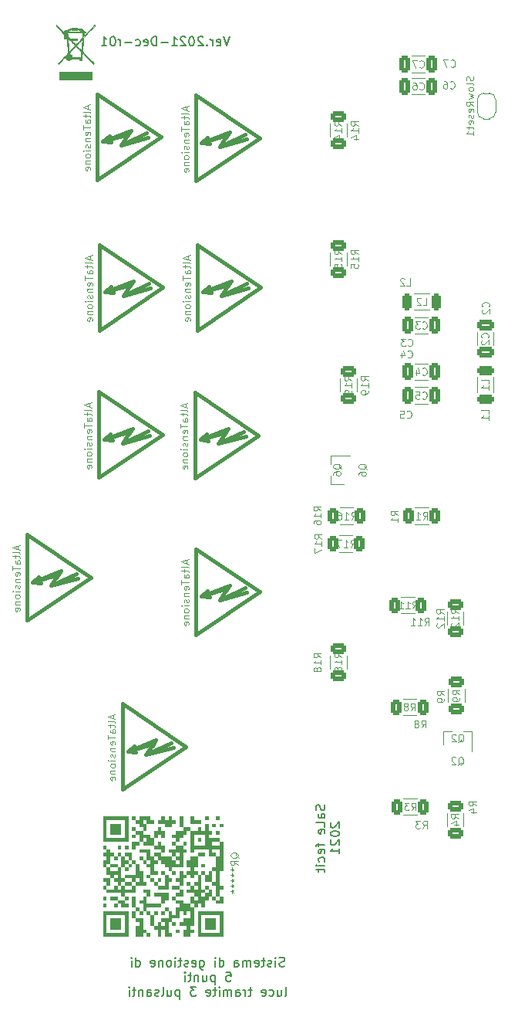
<source format=gbo>
%TF.GenerationSoftware,KiCad,Pcbnew,(6.0.0)*%
%TF.CreationDate,2022-01-21T00:33:54+01:00*%
%TF.ProjectId,LuciCameraLettoRoma,4c756369-4361-46d6-9572-614c6574746f,rev?*%
%TF.SameCoordinates,Original*%
%TF.FileFunction,Legend,Bot*%
%TF.FilePolarity,Positive*%
%FSLAX46Y46*%
G04 Gerber Fmt 4.6, Leading zero omitted, Abs format (unit mm)*
G04 Created by KiCad (PCBNEW (6.0.0)) date 2022-01-21 00:33:54*
%MOMM*%
%LPD*%
G01*
G04 APERTURE LIST*
G04 Aperture macros list*
%AMRoundRect*
0 Rectangle with rounded corners*
0 $1 Rounding radius*
0 $2 $3 $4 $5 $6 $7 $8 $9 X,Y pos of 4 corners*
0 Add a 4 corners polygon primitive as box body*
4,1,4,$2,$3,$4,$5,$6,$7,$8,$9,$2,$3,0*
0 Add four circle primitives for the rounded corners*
1,1,$1+$1,$2,$3*
1,1,$1+$1,$4,$5*
1,1,$1+$1,$6,$7*
1,1,$1+$1,$8,$9*
0 Add four rect primitives between the rounded corners*
20,1,$1+$1,$2,$3,$4,$5,0*
20,1,$1+$1,$4,$5,$6,$7,0*
20,1,$1+$1,$6,$7,$8,$9,0*
20,1,$1+$1,$8,$9,$2,$3,0*%
%AMFreePoly0*
4,1,22,0.500000,-0.750000,0.000000,-0.750000,0.000000,-0.745033,-0.079941,-0.743568,-0.215256,-0.701293,-0.333266,-0.622738,-0.424486,-0.514219,-0.481581,-0.384460,-0.499164,-0.250000,-0.500000,-0.250000,-0.500000,0.250000,-0.499164,0.250000,-0.499963,0.256109,-0.478152,0.396186,-0.417904,0.524511,-0.324060,0.630769,-0.204165,0.706417,-0.067858,0.745374,0.000000,0.744959,0.000000,0.750000,
0.500000,0.750000,0.500000,-0.750000,0.500000,-0.750000,$1*%
%AMFreePoly1*
4,1,20,0.000000,0.744959,0.073905,0.744508,0.209726,0.703889,0.328688,0.626782,0.421226,0.519385,0.479903,0.390333,0.500000,0.250000,0.500000,-0.250000,0.499851,-0.262216,0.476331,-0.402017,0.414519,-0.529596,0.319384,-0.634700,0.198574,-0.708877,0.061801,-0.746166,0.000000,-0.745033,0.000000,-0.750000,-0.500000,-0.750000,-0.500000,0.750000,0.000000,0.750000,0.000000,0.744959,
0.000000,0.744959,$1*%
G04 Aperture macros list end*
%ADD10C,0.150000*%
%ADD11C,0.120000*%
%ADD12C,0.010000*%
%ADD13C,0.381000*%
%ADD14C,2.000000*%
%ADD15R,1.600000X1.600000*%
%ADD16O,1.600000X1.600000*%
%ADD17C,1.500000*%
%ADD18C,3.000000*%
%ADD19C,2.500000*%
%ADD20O,1.500000X3.000000*%
%ADD21R,1.500000X3.000000*%
%ADD22R,1.700000X1.700000*%
%ADD23O,1.700000X1.700000*%
%ADD24R,1.500000X1.500000*%
%ADD25C,7.000000*%
%ADD26C,0.800000*%
%ADD27RoundRect,0.249999X0.325001X0.650001X-0.325001X0.650001X-0.325001X-0.650001X0.325001X-0.650001X0*%
%ADD28RoundRect,0.249999X-0.325001X-0.650001X0.325001X-0.650001X0.325001X0.650001X-0.325001X0.650001X0*%
%ADD29RoundRect,0.249999X-0.650001X0.325001X-0.650001X-0.325001X0.650001X-0.325001X0.650001X0.325001X0*%
%ADD30RoundRect,0.249999X-0.275001X-0.700001X0.275001X-0.700001X0.275001X0.700001X-0.275001X0.700001X0*%
%ADD31RoundRect,0.249999X-0.700001X0.275001X-0.700001X-0.275001X0.700001X-0.275001X0.700001X0.275001X0*%
%ADD32RoundRect,0.249999X0.312501X0.625001X-0.312501X0.625001X-0.312501X-0.625001X0.312501X-0.625001X0*%
%ADD33RoundRect,0.249999X0.625001X-0.312501X0.625001X0.312501X-0.625001X0.312501X-0.625001X-0.312501X0*%
%ADD34R,0.900000X0.800000*%
%ADD35FreePoly0,270.000000*%
%ADD36FreePoly1,270.000000*%
%ADD37RoundRect,0.249999X-0.312501X-0.625001X0.312501X-0.625001X0.312501X0.625001X-0.312501X0.625001X0*%
%ADD38R,0.800000X0.900000*%
G04 APERTURE END LIST*
D10*
X130028761Y-140779952D02*
X130076380Y-140922809D01*
X130076380Y-141160904D01*
X130028761Y-141256142D01*
X129981142Y-141303761D01*
X129885904Y-141351380D01*
X129790666Y-141351380D01*
X129695428Y-141303761D01*
X129647809Y-141256142D01*
X129600190Y-141160904D01*
X129552571Y-140970428D01*
X129504952Y-140875190D01*
X129457333Y-140827571D01*
X129362095Y-140779952D01*
X129266857Y-140779952D01*
X129171619Y-140827571D01*
X129124000Y-140875190D01*
X129076380Y-140970428D01*
X129076380Y-141208523D01*
X129124000Y-141351380D01*
X130076380Y-142208523D02*
X129552571Y-142208523D01*
X129457333Y-142160904D01*
X129409714Y-142065666D01*
X129409714Y-141875190D01*
X129457333Y-141779952D01*
X130028761Y-142208523D02*
X130076380Y-142113285D01*
X130076380Y-141875190D01*
X130028761Y-141779952D01*
X129933523Y-141732333D01*
X129838285Y-141732333D01*
X129743047Y-141779952D01*
X129695428Y-141875190D01*
X129695428Y-142113285D01*
X129647809Y-142208523D01*
X130076380Y-143160904D02*
X130076380Y-142684714D01*
X129076380Y-142684714D01*
X130028761Y-143875190D02*
X130076380Y-143779952D01*
X130076380Y-143589476D01*
X130028761Y-143494238D01*
X129933523Y-143446619D01*
X129552571Y-143446619D01*
X129457333Y-143494238D01*
X129409714Y-143589476D01*
X129409714Y-143779952D01*
X129457333Y-143875190D01*
X129552571Y-143922809D01*
X129647809Y-143922809D01*
X129743047Y-143446619D01*
X129409714Y-144970428D02*
X129409714Y-145351380D01*
X130076380Y-145113285D02*
X129219238Y-145113285D01*
X129124000Y-145160904D01*
X129076380Y-145256142D01*
X129076380Y-145351380D01*
X130028761Y-146065666D02*
X130076380Y-145970428D01*
X130076380Y-145779952D01*
X130028761Y-145684714D01*
X129933523Y-145637095D01*
X129552571Y-145637095D01*
X129457333Y-145684714D01*
X129409714Y-145779952D01*
X129409714Y-145970428D01*
X129457333Y-146065666D01*
X129552571Y-146113285D01*
X129647809Y-146113285D01*
X129743047Y-145637095D01*
X130028761Y-146970428D02*
X130076380Y-146875190D01*
X130076380Y-146684714D01*
X130028761Y-146589476D01*
X129981142Y-146541857D01*
X129885904Y-146494238D01*
X129600190Y-146494238D01*
X129504952Y-146541857D01*
X129457333Y-146589476D01*
X129409714Y-146684714D01*
X129409714Y-146875190D01*
X129457333Y-146970428D01*
X130076380Y-147399000D02*
X129409714Y-147399000D01*
X129076380Y-147399000D02*
X129124000Y-147351380D01*
X129171619Y-147399000D01*
X129124000Y-147446619D01*
X129076380Y-147399000D01*
X129171619Y-147399000D01*
X129409714Y-147732333D02*
X129409714Y-148113285D01*
X129076380Y-147875190D02*
X129933523Y-147875190D01*
X130028761Y-147922809D01*
X130076380Y-148018047D01*
X130076380Y-148113285D01*
X130781619Y-142684714D02*
X130734000Y-142732333D01*
X130686380Y-142827571D01*
X130686380Y-143065666D01*
X130734000Y-143160904D01*
X130781619Y-143208523D01*
X130876857Y-143256142D01*
X130972095Y-143256142D01*
X131114952Y-143208523D01*
X131686380Y-142637095D01*
X131686380Y-143256142D01*
X130686380Y-143875190D02*
X130686380Y-143970428D01*
X130734000Y-144065666D01*
X130781619Y-144113285D01*
X130876857Y-144160904D01*
X131067333Y-144208523D01*
X131305428Y-144208523D01*
X131495904Y-144160904D01*
X131591142Y-144113285D01*
X131638761Y-144065666D01*
X131686380Y-143970428D01*
X131686380Y-143875190D01*
X131638761Y-143779952D01*
X131591142Y-143732333D01*
X131495904Y-143684714D01*
X131305428Y-143637095D01*
X131067333Y-143637095D01*
X130876857Y-143684714D01*
X130781619Y-143732333D01*
X130734000Y-143779952D01*
X130686380Y-143875190D01*
X130781619Y-144589476D02*
X130734000Y-144637095D01*
X130686380Y-144732333D01*
X130686380Y-144970428D01*
X130734000Y-145065666D01*
X130781619Y-145113285D01*
X130876857Y-145160904D01*
X130972095Y-145160904D01*
X131114952Y-145113285D01*
X131686380Y-144541857D01*
X131686380Y-145160904D01*
X131686380Y-146113285D02*
X131686380Y-145541857D01*
X131686380Y-145827571D02*
X130686380Y-145827571D01*
X130829238Y-145732333D01*
X130924476Y-145637095D01*
X130972095Y-145541857D01*
X119593428Y-56526180D02*
X119260095Y-57526180D01*
X118926761Y-56526180D01*
X118212476Y-57478561D02*
X118307714Y-57526180D01*
X118498190Y-57526180D01*
X118593428Y-57478561D01*
X118641047Y-57383323D01*
X118641047Y-57002371D01*
X118593428Y-56907133D01*
X118498190Y-56859514D01*
X118307714Y-56859514D01*
X118212476Y-56907133D01*
X118164857Y-57002371D01*
X118164857Y-57097609D01*
X118641047Y-57192847D01*
X117736285Y-57526180D02*
X117736285Y-56859514D01*
X117736285Y-57049990D02*
X117688666Y-56954752D01*
X117641047Y-56907133D01*
X117545809Y-56859514D01*
X117450571Y-56859514D01*
X117117238Y-57430942D02*
X117069619Y-57478561D01*
X117117238Y-57526180D01*
X117164857Y-57478561D01*
X117117238Y-57430942D01*
X117117238Y-57526180D01*
X116688666Y-56621419D02*
X116641047Y-56573800D01*
X116545809Y-56526180D01*
X116307714Y-56526180D01*
X116212476Y-56573800D01*
X116164857Y-56621419D01*
X116117238Y-56716657D01*
X116117238Y-56811895D01*
X116164857Y-56954752D01*
X116736285Y-57526180D01*
X116117238Y-57526180D01*
X115498190Y-56526180D02*
X115402952Y-56526180D01*
X115307714Y-56573800D01*
X115260095Y-56621419D01*
X115212476Y-56716657D01*
X115164857Y-56907133D01*
X115164857Y-57145228D01*
X115212476Y-57335704D01*
X115260095Y-57430942D01*
X115307714Y-57478561D01*
X115402952Y-57526180D01*
X115498190Y-57526180D01*
X115593428Y-57478561D01*
X115641047Y-57430942D01*
X115688666Y-57335704D01*
X115736285Y-57145228D01*
X115736285Y-56907133D01*
X115688666Y-56716657D01*
X115641047Y-56621419D01*
X115593428Y-56573800D01*
X115498190Y-56526180D01*
X114783904Y-56621419D02*
X114736285Y-56573800D01*
X114641047Y-56526180D01*
X114402952Y-56526180D01*
X114307714Y-56573800D01*
X114260095Y-56621419D01*
X114212476Y-56716657D01*
X114212476Y-56811895D01*
X114260095Y-56954752D01*
X114831523Y-57526180D01*
X114212476Y-57526180D01*
X113260095Y-57526180D02*
X113831523Y-57526180D01*
X113545809Y-57526180D02*
X113545809Y-56526180D01*
X113641047Y-56669038D01*
X113736285Y-56764276D01*
X113831523Y-56811895D01*
X112831523Y-57145228D02*
X112069619Y-57145228D01*
X111593428Y-57526180D02*
X111593428Y-56526180D01*
X111355333Y-56526180D01*
X111212476Y-56573800D01*
X111117238Y-56669038D01*
X111069619Y-56764276D01*
X111022000Y-56954752D01*
X111022000Y-57097609D01*
X111069619Y-57288085D01*
X111117238Y-57383323D01*
X111212476Y-57478561D01*
X111355333Y-57526180D01*
X111593428Y-57526180D01*
X110212476Y-57478561D02*
X110307714Y-57526180D01*
X110498190Y-57526180D01*
X110593428Y-57478561D01*
X110641047Y-57383323D01*
X110641047Y-57002371D01*
X110593428Y-56907133D01*
X110498190Y-56859514D01*
X110307714Y-56859514D01*
X110212476Y-56907133D01*
X110164857Y-57002371D01*
X110164857Y-57097609D01*
X110641047Y-57192847D01*
X109307714Y-57478561D02*
X109402952Y-57526180D01*
X109593428Y-57526180D01*
X109688666Y-57478561D01*
X109736285Y-57430942D01*
X109783904Y-57335704D01*
X109783904Y-57049990D01*
X109736285Y-56954752D01*
X109688666Y-56907133D01*
X109593428Y-56859514D01*
X109402952Y-56859514D01*
X109307714Y-56907133D01*
X108879142Y-57145228D02*
X108117238Y-57145228D01*
X107641047Y-57526180D02*
X107641047Y-56859514D01*
X107641047Y-57049990D02*
X107593428Y-56954752D01*
X107545809Y-56907133D01*
X107450571Y-56859514D01*
X107355333Y-56859514D01*
X106831523Y-56526180D02*
X106736285Y-56526180D01*
X106641047Y-56573800D01*
X106593428Y-56621419D01*
X106545809Y-56716657D01*
X106498190Y-56907133D01*
X106498190Y-57145228D01*
X106545809Y-57335704D01*
X106593428Y-57430942D01*
X106641047Y-57478561D01*
X106736285Y-57526180D01*
X106831523Y-57526180D01*
X106926761Y-57478561D01*
X106974380Y-57430942D01*
X107022000Y-57335704D01*
X107069619Y-57145228D01*
X107069619Y-56907133D01*
X107022000Y-56716657D01*
X106974380Y-56621419D01*
X106926761Y-56573800D01*
X106831523Y-56526180D01*
X105545809Y-57526180D02*
X106117238Y-57526180D01*
X105831523Y-57526180D02*
X105831523Y-56526180D01*
X105926761Y-56669038D01*
X106022000Y-56764276D01*
X106117238Y-56811895D01*
X125649571Y-158433761D02*
X125506714Y-158481380D01*
X125268619Y-158481380D01*
X125173380Y-158433761D01*
X125125761Y-158386142D01*
X125078142Y-158290904D01*
X125078142Y-158195666D01*
X125125761Y-158100428D01*
X125173380Y-158052809D01*
X125268619Y-158005190D01*
X125459095Y-157957571D01*
X125554333Y-157909952D01*
X125601952Y-157862333D01*
X125649571Y-157767095D01*
X125649571Y-157671857D01*
X125601952Y-157576619D01*
X125554333Y-157529000D01*
X125459095Y-157481380D01*
X125221000Y-157481380D01*
X125078142Y-157529000D01*
X124649571Y-158481380D02*
X124649571Y-157814714D01*
X124649571Y-157481380D02*
X124697190Y-157529000D01*
X124649571Y-157576619D01*
X124601952Y-157529000D01*
X124649571Y-157481380D01*
X124649571Y-157576619D01*
X124221000Y-158433761D02*
X124125761Y-158481380D01*
X123935285Y-158481380D01*
X123840047Y-158433761D01*
X123792428Y-158338523D01*
X123792428Y-158290904D01*
X123840047Y-158195666D01*
X123935285Y-158148047D01*
X124078142Y-158148047D01*
X124173380Y-158100428D01*
X124221000Y-158005190D01*
X124221000Y-157957571D01*
X124173380Y-157862333D01*
X124078142Y-157814714D01*
X123935285Y-157814714D01*
X123840047Y-157862333D01*
X123506714Y-157814714D02*
X123125761Y-157814714D01*
X123363857Y-157481380D02*
X123363857Y-158338523D01*
X123316238Y-158433761D01*
X123221000Y-158481380D01*
X123125761Y-158481380D01*
X122411476Y-158433761D02*
X122506714Y-158481380D01*
X122697190Y-158481380D01*
X122792428Y-158433761D01*
X122840047Y-158338523D01*
X122840047Y-157957571D01*
X122792428Y-157862333D01*
X122697190Y-157814714D01*
X122506714Y-157814714D01*
X122411476Y-157862333D01*
X122363857Y-157957571D01*
X122363857Y-158052809D01*
X122840047Y-158148047D01*
X121935285Y-158481380D02*
X121935285Y-157814714D01*
X121935285Y-157909952D02*
X121887666Y-157862333D01*
X121792428Y-157814714D01*
X121649571Y-157814714D01*
X121554333Y-157862333D01*
X121506714Y-157957571D01*
X121506714Y-158481380D01*
X121506714Y-157957571D02*
X121459095Y-157862333D01*
X121363857Y-157814714D01*
X121221000Y-157814714D01*
X121125761Y-157862333D01*
X121078142Y-157957571D01*
X121078142Y-158481380D01*
X120173380Y-158481380D02*
X120173380Y-157957571D01*
X120221000Y-157862333D01*
X120316238Y-157814714D01*
X120506714Y-157814714D01*
X120601952Y-157862333D01*
X120173380Y-158433761D02*
X120268619Y-158481380D01*
X120506714Y-158481380D01*
X120601952Y-158433761D01*
X120649571Y-158338523D01*
X120649571Y-158243285D01*
X120601952Y-158148047D01*
X120506714Y-158100428D01*
X120268619Y-158100428D01*
X120173380Y-158052809D01*
X118506714Y-158481380D02*
X118506714Y-157481380D01*
X118506714Y-158433761D02*
X118601952Y-158481380D01*
X118792428Y-158481380D01*
X118887666Y-158433761D01*
X118935285Y-158386142D01*
X118982904Y-158290904D01*
X118982904Y-158005190D01*
X118935285Y-157909952D01*
X118887666Y-157862333D01*
X118792428Y-157814714D01*
X118601952Y-157814714D01*
X118506714Y-157862333D01*
X118030523Y-158481380D02*
X118030523Y-157814714D01*
X118030523Y-157481380D02*
X118078142Y-157529000D01*
X118030523Y-157576619D01*
X117982904Y-157529000D01*
X118030523Y-157481380D01*
X118030523Y-157576619D01*
X116363857Y-157814714D02*
X116363857Y-158624238D01*
X116411476Y-158719476D01*
X116459095Y-158767095D01*
X116554333Y-158814714D01*
X116697190Y-158814714D01*
X116792428Y-158767095D01*
X116363857Y-158433761D02*
X116459095Y-158481380D01*
X116649571Y-158481380D01*
X116744809Y-158433761D01*
X116792428Y-158386142D01*
X116840047Y-158290904D01*
X116840047Y-158005190D01*
X116792428Y-157909952D01*
X116744809Y-157862333D01*
X116649571Y-157814714D01*
X116459095Y-157814714D01*
X116363857Y-157862333D01*
X115506714Y-158433761D02*
X115601952Y-158481380D01*
X115792428Y-158481380D01*
X115887666Y-158433761D01*
X115935285Y-158338523D01*
X115935285Y-157957571D01*
X115887666Y-157862333D01*
X115792428Y-157814714D01*
X115601952Y-157814714D01*
X115506714Y-157862333D01*
X115459095Y-157957571D01*
X115459095Y-158052809D01*
X115935285Y-158148047D01*
X115078142Y-158433761D02*
X114982904Y-158481380D01*
X114792428Y-158481380D01*
X114697190Y-158433761D01*
X114649571Y-158338523D01*
X114649571Y-158290904D01*
X114697190Y-158195666D01*
X114792428Y-158148047D01*
X114935285Y-158148047D01*
X115030523Y-158100428D01*
X115078142Y-158005190D01*
X115078142Y-157957571D01*
X115030523Y-157862333D01*
X114935285Y-157814714D01*
X114792428Y-157814714D01*
X114697190Y-157862333D01*
X114363857Y-157814714D02*
X113982904Y-157814714D01*
X114221000Y-157481380D02*
X114221000Y-158338523D01*
X114173380Y-158433761D01*
X114078142Y-158481380D01*
X113982904Y-158481380D01*
X113649571Y-158481380D02*
X113649571Y-157814714D01*
X113649571Y-157481380D02*
X113697190Y-157529000D01*
X113649571Y-157576619D01*
X113601952Y-157529000D01*
X113649571Y-157481380D01*
X113649571Y-157576619D01*
X113030523Y-158481380D02*
X113125761Y-158433761D01*
X113173380Y-158386142D01*
X113221000Y-158290904D01*
X113221000Y-158005190D01*
X113173380Y-157909952D01*
X113125761Y-157862333D01*
X113030523Y-157814714D01*
X112887666Y-157814714D01*
X112792428Y-157862333D01*
X112744809Y-157909952D01*
X112697190Y-158005190D01*
X112697190Y-158290904D01*
X112744809Y-158386142D01*
X112792428Y-158433761D01*
X112887666Y-158481380D01*
X113030523Y-158481380D01*
X112268619Y-157814714D02*
X112268619Y-158481380D01*
X112268619Y-157909952D02*
X112221000Y-157862333D01*
X112125761Y-157814714D01*
X111982904Y-157814714D01*
X111887666Y-157862333D01*
X111840047Y-157957571D01*
X111840047Y-158481380D01*
X110982904Y-158433761D02*
X111078142Y-158481380D01*
X111268619Y-158481380D01*
X111363857Y-158433761D01*
X111411476Y-158338523D01*
X111411476Y-157957571D01*
X111363857Y-157862333D01*
X111268619Y-157814714D01*
X111078142Y-157814714D01*
X110982904Y-157862333D01*
X110935285Y-157957571D01*
X110935285Y-158052809D01*
X111411476Y-158148047D01*
X109316238Y-158481380D02*
X109316238Y-157481380D01*
X109316238Y-158433761D02*
X109411476Y-158481380D01*
X109601952Y-158481380D01*
X109697190Y-158433761D01*
X109744809Y-158386142D01*
X109792428Y-158290904D01*
X109792428Y-158005190D01*
X109744809Y-157909952D01*
X109697190Y-157862333D01*
X109601952Y-157814714D01*
X109411476Y-157814714D01*
X109316238Y-157862333D01*
X108840047Y-158481380D02*
X108840047Y-157814714D01*
X108840047Y-157481380D02*
X108887666Y-157529000D01*
X108840047Y-157576619D01*
X108792428Y-157529000D01*
X108840047Y-157481380D01*
X108840047Y-157576619D01*
X119244809Y-159091380D02*
X119721000Y-159091380D01*
X119768619Y-159567571D01*
X119721000Y-159519952D01*
X119625761Y-159472333D01*
X119387666Y-159472333D01*
X119292428Y-159519952D01*
X119244809Y-159567571D01*
X119197190Y-159662809D01*
X119197190Y-159900904D01*
X119244809Y-159996142D01*
X119292428Y-160043761D01*
X119387666Y-160091380D01*
X119625761Y-160091380D01*
X119721000Y-160043761D01*
X119768619Y-159996142D01*
X118006714Y-159424714D02*
X118006714Y-160424714D01*
X118006714Y-159472333D02*
X117911476Y-159424714D01*
X117721000Y-159424714D01*
X117625761Y-159472333D01*
X117578142Y-159519952D01*
X117530523Y-159615190D01*
X117530523Y-159900904D01*
X117578142Y-159996142D01*
X117625761Y-160043761D01*
X117721000Y-160091380D01*
X117911476Y-160091380D01*
X118006714Y-160043761D01*
X116673380Y-159424714D02*
X116673380Y-160091380D01*
X117101952Y-159424714D02*
X117101952Y-159948523D01*
X117054333Y-160043761D01*
X116959095Y-160091380D01*
X116816238Y-160091380D01*
X116721000Y-160043761D01*
X116673380Y-159996142D01*
X116197190Y-159424714D02*
X116197190Y-160091380D01*
X116197190Y-159519952D02*
X116149571Y-159472333D01*
X116054333Y-159424714D01*
X115911476Y-159424714D01*
X115816238Y-159472333D01*
X115768619Y-159567571D01*
X115768619Y-160091380D01*
X115435285Y-159424714D02*
X115054333Y-159424714D01*
X115292428Y-159091380D02*
X115292428Y-159948523D01*
X115244809Y-160043761D01*
X115149571Y-160091380D01*
X115054333Y-160091380D01*
X114721000Y-160091380D02*
X114721000Y-159424714D01*
X114721000Y-159091380D02*
X114768619Y-159139000D01*
X114721000Y-159186619D01*
X114673380Y-159139000D01*
X114721000Y-159091380D01*
X114721000Y-159186619D01*
X125697190Y-161701380D02*
X125792428Y-161653761D01*
X125840047Y-161558523D01*
X125840047Y-160701380D01*
X124887666Y-161034714D02*
X124887666Y-161701380D01*
X125316238Y-161034714D02*
X125316238Y-161558523D01*
X125268619Y-161653761D01*
X125173380Y-161701380D01*
X125030523Y-161701380D01*
X124935285Y-161653761D01*
X124887666Y-161606142D01*
X123982904Y-161653761D02*
X124078142Y-161701380D01*
X124268619Y-161701380D01*
X124363857Y-161653761D01*
X124411476Y-161606142D01*
X124459095Y-161510904D01*
X124459095Y-161225190D01*
X124411476Y-161129952D01*
X124363857Y-161082333D01*
X124268619Y-161034714D01*
X124078142Y-161034714D01*
X123982904Y-161082333D01*
X123173380Y-161653761D02*
X123268619Y-161701380D01*
X123459095Y-161701380D01*
X123554333Y-161653761D01*
X123601952Y-161558523D01*
X123601952Y-161177571D01*
X123554333Y-161082333D01*
X123459095Y-161034714D01*
X123268619Y-161034714D01*
X123173380Y-161082333D01*
X123125761Y-161177571D01*
X123125761Y-161272809D01*
X123601952Y-161368047D01*
X122078142Y-161034714D02*
X121697190Y-161034714D01*
X121935285Y-160701380D02*
X121935285Y-161558523D01*
X121887666Y-161653761D01*
X121792428Y-161701380D01*
X121697190Y-161701380D01*
X121363857Y-161701380D02*
X121363857Y-161034714D01*
X121363857Y-161225190D02*
X121316238Y-161129952D01*
X121268619Y-161082333D01*
X121173380Y-161034714D01*
X121078142Y-161034714D01*
X120316238Y-161701380D02*
X120316238Y-161177571D01*
X120363857Y-161082333D01*
X120459095Y-161034714D01*
X120649571Y-161034714D01*
X120744809Y-161082333D01*
X120316238Y-161653761D02*
X120411476Y-161701380D01*
X120649571Y-161701380D01*
X120744809Y-161653761D01*
X120792428Y-161558523D01*
X120792428Y-161463285D01*
X120744809Y-161368047D01*
X120649571Y-161320428D01*
X120411476Y-161320428D01*
X120316238Y-161272809D01*
X119840047Y-161701380D02*
X119840047Y-161034714D01*
X119840047Y-161129952D02*
X119792428Y-161082333D01*
X119697190Y-161034714D01*
X119554333Y-161034714D01*
X119459095Y-161082333D01*
X119411476Y-161177571D01*
X119411476Y-161701380D01*
X119411476Y-161177571D02*
X119363857Y-161082333D01*
X119268619Y-161034714D01*
X119125761Y-161034714D01*
X119030523Y-161082333D01*
X118982904Y-161177571D01*
X118982904Y-161701380D01*
X118506714Y-161701380D02*
X118506714Y-161034714D01*
X118506714Y-160701380D02*
X118554333Y-160749000D01*
X118506714Y-160796619D01*
X118459095Y-160749000D01*
X118506714Y-160701380D01*
X118506714Y-160796619D01*
X118173380Y-161034714D02*
X117792428Y-161034714D01*
X118030523Y-160701380D02*
X118030523Y-161558523D01*
X117982904Y-161653761D01*
X117887666Y-161701380D01*
X117792428Y-161701380D01*
X117078142Y-161653761D02*
X117173380Y-161701380D01*
X117363857Y-161701380D01*
X117459095Y-161653761D01*
X117506714Y-161558523D01*
X117506714Y-161177571D01*
X117459095Y-161082333D01*
X117363857Y-161034714D01*
X117173380Y-161034714D01*
X117078142Y-161082333D01*
X117030523Y-161177571D01*
X117030523Y-161272809D01*
X117506714Y-161368047D01*
X115935285Y-160701380D02*
X115316238Y-160701380D01*
X115649571Y-161082333D01*
X115506714Y-161082333D01*
X115411476Y-161129952D01*
X115363857Y-161177571D01*
X115316238Y-161272809D01*
X115316238Y-161510904D01*
X115363857Y-161606142D01*
X115411476Y-161653761D01*
X115506714Y-161701380D01*
X115792428Y-161701380D01*
X115887666Y-161653761D01*
X115935285Y-161606142D01*
X114125761Y-161034714D02*
X114125761Y-162034714D01*
X114125761Y-161082333D02*
X114030523Y-161034714D01*
X113840047Y-161034714D01*
X113744809Y-161082333D01*
X113697190Y-161129952D01*
X113649571Y-161225190D01*
X113649571Y-161510904D01*
X113697190Y-161606142D01*
X113744809Y-161653761D01*
X113840047Y-161701380D01*
X114030523Y-161701380D01*
X114125761Y-161653761D01*
X112792428Y-161034714D02*
X112792428Y-161701380D01*
X113221000Y-161034714D02*
X113221000Y-161558523D01*
X113173380Y-161653761D01*
X113078142Y-161701380D01*
X112935285Y-161701380D01*
X112840047Y-161653761D01*
X112792428Y-161606142D01*
X112173380Y-161701380D02*
X112268619Y-161653761D01*
X112316238Y-161558523D01*
X112316238Y-160701380D01*
X111840047Y-161653761D02*
X111744809Y-161701380D01*
X111554333Y-161701380D01*
X111459095Y-161653761D01*
X111411476Y-161558523D01*
X111411476Y-161510904D01*
X111459095Y-161415666D01*
X111554333Y-161368047D01*
X111697190Y-161368047D01*
X111792428Y-161320428D01*
X111840047Y-161225190D01*
X111840047Y-161177571D01*
X111792428Y-161082333D01*
X111697190Y-161034714D01*
X111554333Y-161034714D01*
X111459095Y-161082333D01*
X110554333Y-161701380D02*
X110554333Y-161177571D01*
X110601952Y-161082333D01*
X110697190Y-161034714D01*
X110887666Y-161034714D01*
X110982904Y-161082333D01*
X110554333Y-161653761D02*
X110649571Y-161701380D01*
X110887666Y-161701380D01*
X110982904Y-161653761D01*
X111030523Y-161558523D01*
X111030523Y-161463285D01*
X110982904Y-161368047D01*
X110887666Y-161320428D01*
X110649571Y-161320428D01*
X110554333Y-161272809D01*
X110078142Y-161034714D02*
X110078142Y-161701380D01*
X110078142Y-161129952D02*
X110030523Y-161082333D01*
X109935285Y-161034714D01*
X109792428Y-161034714D01*
X109697190Y-161082333D01*
X109649571Y-161177571D01*
X109649571Y-161701380D01*
X109316238Y-161034714D02*
X108935285Y-161034714D01*
X109173380Y-160701380D02*
X109173380Y-161558523D01*
X109125761Y-161653761D01*
X109030523Y-161701380D01*
X108935285Y-161701380D01*
X108601952Y-161701380D02*
X108601952Y-161034714D01*
X108601952Y-160701380D02*
X108649571Y-160749000D01*
X108601952Y-160796619D01*
X108554333Y-160749000D01*
X108601952Y-160701380D01*
X108601952Y-160796619D01*
D11*
X139223733Y-90379514D02*
X139261828Y-90417609D01*
X139376114Y-90455704D01*
X139452304Y-90455704D01*
X139566590Y-90417609D01*
X139642780Y-90341419D01*
X139680876Y-90265228D01*
X139718971Y-90112847D01*
X139718971Y-89998561D01*
X139680876Y-89846180D01*
X139642780Y-89769990D01*
X139566590Y-89693800D01*
X139452304Y-89655704D01*
X139376114Y-89655704D01*
X139261828Y-89693800D01*
X139223733Y-89731895D01*
X138957066Y-89655704D02*
X138461828Y-89655704D01*
X138728495Y-89960466D01*
X138614209Y-89960466D01*
X138538019Y-89998561D01*
X138499923Y-90036657D01*
X138461828Y-90112847D01*
X138461828Y-90303323D01*
X138499923Y-90379514D01*
X138538019Y-90417609D01*
X138614209Y-90455704D01*
X138842780Y-90455704D01*
X138918971Y-90417609D01*
X138957066Y-90379514D01*
X140800333Y-88487214D02*
X140838428Y-88525309D01*
X140952714Y-88563404D01*
X141028904Y-88563404D01*
X141143190Y-88525309D01*
X141219380Y-88449119D01*
X141257476Y-88372928D01*
X141295571Y-88220547D01*
X141295571Y-88106261D01*
X141257476Y-87953880D01*
X141219380Y-87877690D01*
X141143190Y-87801500D01*
X141028904Y-87763404D01*
X140952714Y-87763404D01*
X140838428Y-87801500D01*
X140800333Y-87839595D01*
X140533666Y-87763404D02*
X140038428Y-87763404D01*
X140305095Y-88068166D01*
X140190809Y-88068166D01*
X140114619Y-88106261D01*
X140076523Y-88144357D01*
X140038428Y-88220547D01*
X140038428Y-88411023D01*
X140076523Y-88487214D01*
X140114619Y-88525309D01*
X140190809Y-88563404D01*
X140419380Y-88563404D01*
X140495571Y-88525309D01*
X140533666Y-88487214D01*
X139172933Y-91674914D02*
X139211028Y-91713009D01*
X139325314Y-91751104D01*
X139401504Y-91751104D01*
X139515790Y-91713009D01*
X139591980Y-91636819D01*
X139630076Y-91560628D01*
X139668171Y-91408247D01*
X139668171Y-91293961D01*
X139630076Y-91141580D01*
X139591980Y-91065390D01*
X139515790Y-90989200D01*
X139401504Y-90951104D01*
X139325314Y-90951104D01*
X139211028Y-90989200D01*
X139172933Y-91027295D01*
X138487219Y-91217771D02*
X138487219Y-91751104D01*
X138677695Y-90913009D02*
X138868171Y-91484438D01*
X138372933Y-91484438D01*
X140800333Y-93567214D02*
X140838428Y-93605309D01*
X140952714Y-93643404D01*
X141028904Y-93643404D01*
X141143190Y-93605309D01*
X141219380Y-93529119D01*
X141257476Y-93452928D01*
X141295571Y-93300547D01*
X141295571Y-93186261D01*
X141257476Y-93033880D01*
X141219380Y-92957690D01*
X141143190Y-92881500D01*
X141028904Y-92843404D01*
X140952714Y-92843404D01*
X140838428Y-92881500D01*
X140800333Y-92919595D01*
X140114619Y-93110071D02*
X140114619Y-93643404D01*
X140305095Y-92805309D02*
X140495571Y-93376738D01*
X140000333Y-93376738D01*
X139096733Y-98278914D02*
X139134828Y-98317009D01*
X139249114Y-98355104D01*
X139325304Y-98355104D01*
X139439590Y-98317009D01*
X139515780Y-98240819D01*
X139553876Y-98164628D01*
X139591971Y-98012247D01*
X139591971Y-97897961D01*
X139553876Y-97745580D01*
X139515780Y-97669390D01*
X139439590Y-97593200D01*
X139325304Y-97555104D01*
X139249114Y-97555104D01*
X139134828Y-97593200D01*
X139096733Y-97631295D01*
X138372923Y-97555104D02*
X138753876Y-97555104D01*
X138791971Y-97936057D01*
X138753876Y-97897961D01*
X138677685Y-97859866D01*
X138487209Y-97859866D01*
X138411019Y-97897961D01*
X138372923Y-97936057D01*
X138334828Y-98012247D01*
X138334828Y-98202723D01*
X138372923Y-98278914D01*
X138411019Y-98317009D01*
X138487209Y-98355104D01*
X138677685Y-98355104D01*
X138753876Y-98317009D01*
X138791971Y-98278914D01*
X140785333Y-96170714D02*
X140823428Y-96208809D01*
X140937714Y-96246904D01*
X141013904Y-96246904D01*
X141128190Y-96208809D01*
X141204380Y-96132619D01*
X141242476Y-96056428D01*
X141280571Y-95904047D01*
X141280571Y-95789761D01*
X141242476Y-95637380D01*
X141204380Y-95561190D01*
X141128190Y-95485000D01*
X141013904Y-95446904D01*
X140937714Y-95446904D01*
X140823428Y-95485000D01*
X140785333Y-95523095D01*
X140061523Y-95446904D02*
X140442476Y-95446904D01*
X140480571Y-95827857D01*
X140442476Y-95789761D01*
X140366285Y-95751666D01*
X140175809Y-95751666D01*
X140099619Y-95789761D01*
X140061523Y-95827857D01*
X140023428Y-95904047D01*
X140023428Y-96094523D01*
X140061523Y-96170714D01*
X140099619Y-96208809D01*
X140175809Y-96246904D01*
X140366285Y-96246904D01*
X140442476Y-96208809D01*
X140480571Y-96170714D01*
X143846533Y-62160114D02*
X143884628Y-62198209D01*
X143998914Y-62236304D01*
X144075104Y-62236304D01*
X144189390Y-62198209D01*
X144265580Y-62122019D01*
X144303676Y-62045828D01*
X144341771Y-61893447D01*
X144341771Y-61779161D01*
X144303676Y-61626780D01*
X144265580Y-61550590D01*
X144189390Y-61474400D01*
X144075104Y-61436304D01*
X143998914Y-61436304D01*
X143884628Y-61474400D01*
X143846533Y-61512495D01*
X143160819Y-61436304D02*
X143313200Y-61436304D01*
X143389390Y-61474400D01*
X143427485Y-61512495D01*
X143503676Y-61626780D01*
X143541771Y-61779161D01*
X143541771Y-62083923D01*
X143503676Y-62160114D01*
X143465580Y-62198209D01*
X143389390Y-62236304D01*
X143237009Y-62236304D01*
X143160819Y-62198209D01*
X143122723Y-62160114D01*
X143084628Y-62083923D01*
X143084628Y-61893447D01*
X143122723Y-61817257D01*
X143160819Y-61779161D01*
X143237009Y-61741066D01*
X143389390Y-61741066D01*
X143465580Y-61779161D01*
X143503676Y-61817257D01*
X143541771Y-61893447D01*
X140468333Y-62261714D02*
X140506428Y-62299809D01*
X140620714Y-62337904D01*
X140696904Y-62337904D01*
X140811190Y-62299809D01*
X140887380Y-62223619D01*
X140925476Y-62147428D01*
X140963571Y-61995047D01*
X140963571Y-61880761D01*
X140925476Y-61728380D01*
X140887380Y-61652190D01*
X140811190Y-61576000D01*
X140696904Y-61537904D01*
X140620714Y-61537904D01*
X140506428Y-61576000D01*
X140468333Y-61614095D01*
X139782619Y-61537904D02*
X139935000Y-61537904D01*
X140011190Y-61576000D01*
X140049285Y-61614095D01*
X140125476Y-61728380D01*
X140163571Y-61880761D01*
X140163571Y-62185523D01*
X140125476Y-62261714D01*
X140087380Y-62299809D01*
X140011190Y-62337904D01*
X139858809Y-62337904D01*
X139782619Y-62299809D01*
X139744523Y-62261714D01*
X139706428Y-62185523D01*
X139706428Y-61995047D01*
X139744523Y-61918857D01*
X139782619Y-61880761D01*
X139858809Y-61842666D01*
X140011190Y-61842666D01*
X140087380Y-61880761D01*
X140125476Y-61918857D01*
X140163571Y-61995047D01*
X148062914Y-86125066D02*
X148101009Y-86086971D01*
X148139104Y-85972685D01*
X148139104Y-85896495D01*
X148101009Y-85782209D01*
X148024819Y-85706019D01*
X147948628Y-85667923D01*
X147796247Y-85629828D01*
X147681961Y-85629828D01*
X147529580Y-85667923D01*
X147453390Y-85706019D01*
X147377200Y-85782209D01*
X147339104Y-85896495D01*
X147339104Y-85972685D01*
X147377200Y-86086971D01*
X147415295Y-86125066D01*
X147415295Y-86429828D02*
X147377200Y-86467923D01*
X147339104Y-86544114D01*
X147339104Y-86734590D01*
X147377200Y-86810780D01*
X147415295Y-86848876D01*
X147491485Y-86886971D01*
X147567676Y-86886971D01*
X147681961Y-86848876D01*
X148139104Y-86391733D01*
X148139104Y-86886971D01*
X147986714Y-89528666D02*
X148024809Y-89490571D01*
X148062904Y-89376285D01*
X148062904Y-89300095D01*
X148024809Y-89185809D01*
X147948619Y-89109619D01*
X147872428Y-89071523D01*
X147720047Y-89033428D01*
X147605761Y-89033428D01*
X147453380Y-89071523D01*
X147377190Y-89109619D01*
X147301000Y-89185809D01*
X147262904Y-89300095D01*
X147262904Y-89376285D01*
X147301000Y-89490571D01*
X147339095Y-89528666D01*
X147339095Y-89833428D02*
X147301000Y-89871523D01*
X147262904Y-89947714D01*
X147262904Y-90138190D01*
X147301000Y-90214380D01*
X147339095Y-90252476D01*
X147415285Y-90290571D01*
X147491476Y-90290571D01*
X147605761Y-90252476D01*
X148062904Y-89795333D01*
X148062904Y-90290571D01*
X139045933Y-83800904D02*
X139426885Y-83800904D01*
X139426885Y-83000904D01*
X138817361Y-83077095D02*
X138779266Y-83039000D01*
X138703076Y-83000904D01*
X138512600Y-83000904D01*
X138436409Y-83039000D01*
X138398314Y-83077095D01*
X138360219Y-83153285D01*
X138360219Y-83229476D01*
X138398314Y-83343761D01*
X138855457Y-83800904D01*
X138360219Y-83800904D01*
X140849333Y-85959904D02*
X141230285Y-85959904D01*
X141230285Y-85159904D01*
X140620761Y-85236095D02*
X140582666Y-85198000D01*
X140506476Y-85159904D01*
X140316000Y-85159904D01*
X140239809Y-85198000D01*
X140201714Y-85236095D01*
X140163619Y-85312285D01*
X140163619Y-85388476D01*
X140201714Y-85502761D01*
X140658857Y-85959904D01*
X140163619Y-85959904D01*
X148062904Y-97859866D02*
X148062904Y-97478914D01*
X147262904Y-97478914D01*
X148062904Y-98545580D02*
X148062904Y-98088438D01*
X148062904Y-98317009D02*
X147262904Y-98317009D01*
X147377190Y-98240819D01*
X147453380Y-98164628D01*
X147491476Y-98088438D01*
X148062904Y-94557666D02*
X148062904Y-94176714D01*
X147262904Y-94176714D01*
X148062904Y-95243380D02*
X148062904Y-94786238D01*
X148062904Y-95014809D02*
X147262904Y-95014809D01*
X147377190Y-94938619D01*
X147453380Y-94862428D01*
X147491476Y-94786238D01*
X143897333Y-59797914D02*
X143935428Y-59836009D01*
X144049714Y-59874104D01*
X144125904Y-59874104D01*
X144240190Y-59836009D01*
X144316380Y-59759819D01*
X144354476Y-59683628D01*
X144392571Y-59531247D01*
X144392571Y-59416961D01*
X144354476Y-59264580D01*
X144316380Y-59188390D01*
X144240190Y-59112200D01*
X144125904Y-59074104D01*
X144049714Y-59074104D01*
X143935428Y-59112200D01*
X143897333Y-59150295D01*
X143630666Y-59074104D02*
X143097333Y-59074104D01*
X143440190Y-59874104D01*
X140468333Y-59848714D02*
X140506428Y-59886809D01*
X140620714Y-59924904D01*
X140696904Y-59924904D01*
X140811190Y-59886809D01*
X140887380Y-59810619D01*
X140925476Y-59734428D01*
X140963571Y-59582047D01*
X140963571Y-59467761D01*
X140925476Y-59315380D01*
X140887380Y-59239190D01*
X140811190Y-59163000D01*
X140696904Y-59124904D01*
X140620714Y-59124904D01*
X140506428Y-59163000D01*
X140468333Y-59201095D01*
X140201666Y-59124904D02*
X139668333Y-59124904D01*
X140011190Y-59924904D01*
X138106104Y-108985066D02*
X137725152Y-108718400D01*
X138106104Y-108527923D02*
X137306104Y-108527923D01*
X137306104Y-108832685D01*
X137344200Y-108908876D01*
X137382295Y-108946971D01*
X137458485Y-108985066D01*
X137572771Y-108985066D01*
X137648961Y-108946971D01*
X137687057Y-108908876D01*
X137725152Y-108832685D01*
X137725152Y-108527923D01*
X138106104Y-109746971D02*
X138106104Y-109289828D01*
X138106104Y-109518400D02*
X137306104Y-109518400D01*
X137420390Y-109442209D01*
X137496580Y-109366019D01*
X137534676Y-109289828D01*
X140849333Y-109454904D02*
X141116000Y-109073952D01*
X141306476Y-109454904D02*
X141306476Y-108654904D01*
X141001714Y-108654904D01*
X140925523Y-108693000D01*
X140887428Y-108731095D01*
X140849333Y-108807285D01*
X140849333Y-108921571D01*
X140887428Y-108997761D01*
X140925523Y-109035857D01*
X141001714Y-109073952D01*
X141306476Y-109073952D01*
X140087428Y-109454904D02*
X140544571Y-109454904D01*
X140316000Y-109454904D02*
X140316000Y-108654904D01*
X140392190Y-108769190D01*
X140468380Y-108845380D01*
X140544571Y-108883476D01*
X134833904Y-94227714D02*
X134452952Y-93961047D01*
X134833904Y-93770571D02*
X134033904Y-93770571D01*
X134033904Y-94075333D01*
X134072000Y-94151523D01*
X134110095Y-94189619D01*
X134186285Y-94227714D01*
X134300571Y-94227714D01*
X134376761Y-94189619D01*
X134414857Y-94151523D01*
X134452952Y-94075333D01*
X134452952Y-93770571D01*
X134833904Y-94989619D02*
X134833904Y-94532476D01*
X134833904Y-94761047D02*
X134033904Y-94761047D01*
X134148190Y-94684857D01*
X134224380Y-94608666D01*
X134262476Y-94532476D01*
X134833904Y-95370571D02*
X134833904Y-95522952D01*
X134795809Y-95599142D01*
X134757714Y-95637238D01*
X134643428Y-95713428D01*
X134491047Y-95751523D01*
X134186285Y-95751523D01*
X134110095Y-95713428D01*
X134072000Y-95675333D01*
X134033904Y-95599142D01*
X134033904Y-95446761D01*
X134072000Y-95370571D01*
X134110095Y-95332476D01*
X134186285Y-95294380D01*
X134376761Y-95294380D01*
X134452952Y-95332476D01*
X134491047Y-95370571D01*
X134529142Y-95446761D01*
X134529142Y-95599142D01*
X134491047Y-95675333D01*
X134452952Y-95713428D01*
X134376761Y-95751523D01*
X133013904Y-94227714D02*
X132632952Y-93961047D01*
X133013904Y-93770571D02*
X132213904Y-93770571D01*
X132213904Y-94075333D01*
X132252000Y-94151523D01*
X132290095Y-94189619D01*
X132366285Y-94227714D01*
X132480571Y-94227714D01*
X132556761Y-94189619D01*
X132594857Y-94151523D01*
X132632952Y-94075333D01*
X132632952Y-93770571D01*
X133013904Y-94989619D02*
X133013904Y-94532476D01*
X133013904Y-94761047D02*
X132213904Y-94761047D01*
X132328190Y-94684857D01*
X132404380Y-94608666D01*
X132442476Y-94532476D01*
X133013904Y-95370571D02*
X133013904Y-95522952D01*
X132975809Y-95599142D01*
X132937714Y-95637238D01*
X132823428Y-95713428D01*
X132671047Y-95751523D01*
X132366285Y-95751523D01*
X132290095Y-95713428D01*
X132252000Y-95675333D01*
X132213904Y-95599142D01*
X132213904Y-95446761D01*
X132252000Y-95370571D01*
X132290095Y-95332476D01*
X132366285Y-95294380D01*
X132556761Y-95294380D01*
X132632952Y-95332476D01*
X132671047Y-95370571D01*
X132709142Y-95446761D01*
X132709142Y-95599142D01*
X132671047Y-95675333D01*
X132632952Y-95713428D01*
X132556761Y-95751523D01*
X134677095Y-103962209D02*
X134639000Y-103886019D01*
X134562809Y-103809828D01*
X134448523Y-103695542D01*
X134410428Y-103619352D01*
X134410428Y-103543161D01*
X134600904Y-103581257D02*
X134562809Y-103505066D01*
X134486619Y-103428876D01*
X134334238Y-103390780D01*
X134067571Y-103390780D01*
X133915190Y-103428876D01*
X133839000Y-103505066D01*
X133800904Y-103581257D01*
X133800904Y-103733638D01*
X133839000Y-103809828D01*
X133915190Y-103886019D01*
X134067571Y-103924114D01*
X134334238Y-103924114D01*
X134486619Y-103886019D01*
X134562809Y-103809828D01*
X134600904Y-103733638D01*
X134600904Y-103581257D01*
X133800904Y-104609828D02*
X133800904Y-104457447D01*
X133839000Y-104381257D01*
X133877095Y-104343161D01*
X133991380Y-104266971D01*
X134143761Y-104228876D01*
X134448523Y-104228876D01*
X134524714Y-104266971D01*
X134562809Y-104305066D01*
X134600904Y-104381257D01*
X134600904Y-104533638D01*
X134562809Y-104609828D01*
X134524714Y-104647923D01*
X134448523Y-104686019D01*
X134258047Y-104686019D01*
X134181857Y-104647923D01*
X134143761Y-104609828D01*
X134105666Y-104533638D01*
X134105666Y-104381257D01*
X134143761Y-104305066D01*
X134181857Y-104266971D01*
X134258047Y-104228876D01*
X131883095Y-103936809D02*
X131845000Y-103860619D01*
X131768809Y-103784428D01*
X131654523Y-103670142D01*
X131616428Y-103593952D01*
X131616428Y-103517761D01*
X131806904Y-103555857D02*
X131768809Y-103479666D01*
X131692619Y-103403476D01*
X131540238Y-103365380D01*
X131273571Y-103365380D01*
X131121190Y-103403476D01*
X131045000Y-103479666D01*
X131006904Y-103555857D01*
X131006904Y-103708238D01*
X131045000Y-103784428D01*
X131121190Y-103860619D01*
X131273571Y-103898714D01*
X131540238Y-103898714D01*
X131692619Y-103860619D01*
X131768809Y-103784428D01*
X131806904Y-103708238D01*
X131806904Y-103555857D01*
X131006904Y-104584428D02*
X131006904Y-104432047D01*
X131045000Y-104355857D01*
X131083095Y-104317761D01*
X131197380Y-104241571D01*
X131349761Y-104203476D01*
X131654523Y-104203476D01*
X131730714Y-104241571D01*
X131768809Y-104279666D01*
X131806904Y-104355857D01*
X131806904Y-104508238D01*
X131768809Y-104584428D01*
X131730714Y-104622523D01*
X131654523Y-104660619D01*
X131464047Y-104660619D01*
X131387857Y-104622523D01*
X131349761Y-104584428D01*
X131311666Y-104508238D01*
X131311666Y-104355857D01*
X131349761Y-104279666D01*
X131387857Y-104241571D01*
X131464047Y-104203476D01*
X146351809Y-60881904D02*
X146389904Y-60996190D01*
X146389904Y-61186666D01*
X146351809Y-61262857D01*
X146313714Y-61300952D01*
X146237523Y-61339047D01*
X146161333Y-61339047D01*
X146085142Y-61300952D01*
X146047047Y-61262857D01*
X146008952Y-61186666D01*
X145970857Y-61034285D01*
X145932761Y-60958095D01*
X145894666Y-60920000D01*
X145818476Y-60881904D01*
X145742285Y-60881904D01*
X145666095Y-60920000D01*
X145628000Y-60958095D01*
X145589904Y-61034285D01*
X145589904Y-61224761D01*
X145628000Y-61339047D01*
X146389904Y-61796190D02*
X146351809Y-61720000D01*
X146275619Y-61681904D01*
X145589904Y-61681904D01*
X146389904Y-62215238D02*
X146351809Y-62139047D01*
X146313714Y-62100952D01*
X146237523Y-62062857D01*
X146008952Y-62062857D01*
X145932761Y-62100952D01*
X145894666Y-62139047D01*
X145856571Y-62215238D01*
X145856571Y-62329523D01*
X145894666Y-62405714D01*
X145932761Y-62443809D01*
X146008952Y-62481904D01*
X146237523Y-62481904D01*
X146313714Y-62443809D01*
X146351809Y-62405714D01*
X146389904Y-62329523D01*
X146389904Y-62215238D01*
X145856571Y-62748571D02*
X146389904Y-62900952D01*
X146008952Y-63053333D01*
X146389904Y-63205714D01*
X145856571Y-63358095D01*
X146389904Y-64120000D02*
X146008952Y-63853333D01*
X146389904Y-63662857D02*
X145589904Y-63662857D01*
X145589904Y-63967619D01*
X145628000Y-64043809D01*
X145666095Y-64081904D01*
X145742285Y-64120000D01*
X145856571Y-64120000D01*
X145932761Y-64081904D01*
X145970857Y-64043809D01*
X146008952Y-63967619D01*
X146008952Y-63662857D01*
X146351809Y-64767619D02*
X146389904Y-64691428D01*
X146389904Y-64539047D01*
X146351809Y-64462857D01*
X146275619Y-64424761D01*
X145970857Y-64424761D01*
X145894666Y-64462857D01*
X145856571Y-64539047D01*
X145856571Y-64691428D01*
X145894666Y-64767619D01*
X145970857Y-64805714D01*
X146047047Y-64805714D01*
X146123238Y-64424761D01*
X146351809Y-65110476D02*
X146389904Y-65186666D01*
X146389904Y-65339047D01*
X146351809Y-65415238D01*
X146275619Y-65453333D01*
X146237523Y-65453333D01*
X146161333Y-65415238D01*
X146123238Y-65339047D01*
X146123238Y-65224761D01*
X146085142Y-65148571D01*
X146008952Y-65110476D01*
X145970857Y-65110476D01*
X145894666Y-65148571D01*
X145856571Y-65224761D01*
X145856571Y-65339047D01*
X145894666Y-65415238D01*
X146351809Y-66100952D02*
X146389904Y-66024761D01*
X146389904Y-65872380D01*
X146351809Y-65796190D01*
X146275619Y-65758095D01*
X145970857Y-65758095D01*
X145894666Y-65796190D01*
X145856571Y-65872380D01*
X145856571Y-66024761D01*
X145894666Y-66100952D01*
X145970857Y-66139047D01*
X146047047Y-66139047D01*
X146123238Y-65758095D01*
X145856571Y-66367619D02*
X145856571Y-66672380D01*
X145589904Y-66481904D02*
X146275619Y-66481904D01*
X146351809Y-66520000D01*
X146389904Y-66596190D01*
X146389904Y-66672380D01*
X146389904Y-67358095D02*
X146389904Y-66900952D01*
X146389904Y-67129523D02*
X145589904Y-67129523D01*
X145704190Y-67053333D01*
X145780380Y-66977142D01*
X145818476Y-66900952D01*
X141052485Y-121062704D02*
X141319152Y-120681752D01*
X141509628Y-121062704D02*
X141509628Y-120262704D01*
X141204866Y-120262704D01*
X141128676Y-120300800D01*
X141090580Y-120338895D01*
X141052485Y-120415085D01*
X141052485Y-120529371D01*
X141090580Y-120605561D01*
X141128676Y-120643657D01*
X141204866Y-120681752D01*
X141509628Y-120681752D01*
X140290580Y-121062704D02*
X140747723Y-121062704D01*
X140519152Y-121062704D02*
X140519152Y-120262704D01*
X140595342Y-120376990D01*
X140671533Y-120453180D01*
X140747723Y-120491276D01*
X139528676Y-121062704D02*
X139985819Y-121062704D01*
X139757247Y-121062704D02*
X139757247Y-120262704D01*
X139833438Y-120376990D01*
X139909628Y-120453180D01*
X139985819Y-120491276D01*
X139706285Y-119233904D02*
X139972952Y-118852952D01*
X140163428Y-119233904D02*
X140163428Y-118433904D01*
X139858666Y-118433904D01*
X139782476Y-118472000D01*
X139744380Y-118510095D01*
X139706285Y-118586285D01*
X139706285Y-118700571D01*
X139744380Y-118776761D01*
X139782476Y-118814857D01*
X139858666Y-118852952D01*
X140163428Y-118852952D01*
X138944380Y-119233904D02*
X139401523Y-119233904D01*
X139172952Y-119233904D02*
X139172952Y-118433904D01*
X139249142Y-118548190D01*
X139325333Y-118624380D01*
X139401523Y-118662476D01*
X138182476Y-119233904D02*
X138639619Y-119233904D01*
X138411047Y-119233904D02*
X138411047Y-118433904D01*
X138487238Y-118548190D01*
X138563428Y-118624380D01*
X138639619Y-118662476D01*
X143135304Y-119805514D02*
X142754352Y-119538847D01*
X143135304Y-119348371D02*
X142335304Y-119348371D01*
X142335304Y-119653133D01*
X142373400Y-119729323D01*
X142411495Y-119767419D01*
X142487685Y-119805514D01*
X142601971Y-119805514D01*
X142678161Y-119767419D01*
X142716257Y-119729323D01*
X142754352Y-119653133D01*
X142754352Y-119348371D01*
X143135304Y-120567419D02*
X143135304Y-120110276D01*
X143135304Y-120338847D02*
X142335304Y-120338847D01*
X142449590Y-120262657D01*
X142525780Y-120186466D01*
X142563876Y-120110276D01*
X142411495Y-120872180D02*
X142373400Y-120910276D01*
X142335304Y-120986466D01*
X142335304Y-121176942D01*
X142373400Y-121253133D01*
X142411495Y-121291228D01*
X142487685Y-121329323D01*
X142563876Y-121329323D01*
X142678161Y-121291228D01*
X143135304Y-120834085D01*
X143135304Y-121329323D01*
X144760904Y-119754714D02*
X144379952Y-119488047D01*
X144760904Y-119297571D02*
X143960904Y-119297571D01*
X143960904Y-119602333D01*
X143999000Y-119678523D01*
X144037095Y-119716619D01*
X144113285Y-119754714D01*
X144227571Y-119754714D01*
X144303761Y-119716619D01*
X144341857Y-119678523D01*
X144379952Y-119602333D01*
X144379952Y-119297571D01*
X144760904Y-120516619D02*
X144760904Y-120059476D01*
X144760904Y-120288047D02*
X143960904Y-120288047D01*
X144075190Y-120211857D01*
X144151380Y-120135666D01*
X144189476Y-120059476D01*
X144037095Y-120821380D02*
X143999000Y-120859476D01*
X143960904Y-120935666D01*
X143960904Y-121126142D01*
X143999000Y-121202333D01*
X144037095Y-121240428D01*
X144113285Y-121278523D01*
X144189476Y-121278523D01*
X144303761Y-121240428D01*
X144760904Y-120783285D01*
X144760904Y-121278523D01*
X143186104Y-128720866D02*
X142805152Y-128454200D01*
X143186104Y-128263723D02*
X142386104Y-128263723D01*
X142386104Y-128568485D01*
X142424200Y-128644676D01*
X142462295Y-128682771D01*
X142538485Y-128720866D01*
X142652771Y-128720866D01*
X142728961Y-128682771D01*
X142767057Y-128644676D01*
X142805152Y-128568485D01*
X142805152Y-128263723D01*
X143186104Y-129101819D02*
X143186104Y-129254200D01*
X143148009Y-129330390D01*
X143109914Y-129368485D01*
X142995628Y-129444676D01*
X142843247Y-129482771D01*
X142538485Y-129482771D01*
X142462295Y-129444676D01*
X142424200Y-129406580D01*
X142386104Y-129330390D01*
X142386104Y-129178009D01*
X142424200Y-129101819D01*
X142462295Y-129063723D01*
X142538485Y-129025628D01*
X142728961Y-129025628D01*
X142805152Y-129063723D01*
X142843247Y-129101819D01*
X142881342Y-129178009D01*
X142881342Y-129330390D01*
X142843247Y-129406580D01*
X142805152Y-129444676D01*
X142728961Y-129482771D01*
X144887904Y-128644666D02*
X144506952Y-128378000D01*
X144887904Y-128187523D02*
X144087904Y-128187523D01*
X144087904Y-128492285D01*
X144126000Y-128568476D01*
X144164095Y-128606571D01*
X144240285Y-128644666D01*
X144354571Y-128644666D01*
X144430761Y-128606571D01*
X144468857Y-128568476D01*
X144506952Y-128492285D01*
X144506952Y-128187523D01*
X144887904Y-129025619D02*
X144887904Y-129178000D01*
X144849809Y-129254190D01*
X144811714Y-129292285D01*
X144697428Y-129368476D01*
X144545047Y-129406571D01*
X144240285Y-129406571D01*
X144164095Y-129368476D01*
X144126000Y-129330380D01*
X144087904Y-129254190D01*
X144087904Y-129101809D01*
X144126000Y-129025619D01*
X144164095Y-128987523D01*
X144240285Y-128949428D01*
X144430761Y-128949428D01*
X144506952Y-128987523D01*
X144545047Y-129025619D01*
X144583142Y-129101809D01*
X144583142Y-129254190D01*
X144545047Y-129330380D01*
X144506952Y-129368476D01*
X144430761Y-129406571D01*
X140671533Y-132289504D02*
X140938200Y-131908552D01*
X141128676Y-132289504D02*
X141128676Y-131489504D01*
X140823914Y-131489504D01*
X140747723Y-131527600D01*
X140709628Y-131565695D01*
X140671533Y-131641885D01*
X140671533Y-131756171D01*
X140709628Y-131832361D01*
X140747723Y-131870457D01*
X140823914Y-131908552D01*
X141128676Y-131908552D01*
X140214390Y-131832361D02*
X140290580Y-131794266D01*
X140328676Y-131756171D01*
X140366771Y-131679980D01*
X140366771Y-131641885D01*
X140328676Y-131565695D01*
X140290580Y-131527600D01*
X140214390Y-131489504D01*
X140062009Y-131489504D01*
X139985819Y-131527600D01*
X139947723Y-131565695D01*
X139909628Y-131641885D01*
X139909628Y-131679980D01*
X139947723Y-131756171D01*
X139985819Y-131794266D01*
X140062009Y-131832361D01*
X140214390Y-131832361D01*
X140290580Y-131870457D01*
X140328676Y-131908552D01*
X140366771Y-131984742D01*
X140366771Y-132137123D01*
X140328676Y-132213314D01*
X140290580Y-132251409D01*
X140214390Y-132289504D01*
X140062009Y-132289504D01*
X139985819Y-132251409D01*
X139947723Y-132213314D01*
X139909628Y-132137123D01*
X139909628Y-131984742D01*
X139947723Y-131908552D01*
X139985819Y-131870457D01*
X140062009Y-131832361D01*
X139513333Y-130409904D02*
X139780000Y-130028952D01*
X139970476Y-130409904D02*
X139970476Y-129609904D01*
X139665714Y-129609904D01*
X139589523Y-129648000D01*
X139551428Y-129686095D01*
X139513333Y-129762285D01*
X139513333Y-129876571D01*
X139551428Y-129952761D01*
X139589523Y-129990857D01*
X139665714Y-130028952D01*
X139970476Y-130028952D01*
X139056190Y-129952761D02*
X139132380Y-129914666D01*
X139170476Y-129876571D01*
X139208571Y-129800380D01*
X139208571Y-129762285D01*
X139170476Y-129686095D01*
X139132380Y-129648000D01*
X139056190Y-129609904D01*
X138903809Y-129609904D01*
X138827619Y-129648000D01*
X138789523Y-129686095D01*
X138751428Y-129762285D01*
X138751428Y-129800380D01*
X138789523Y-129876571D01*
X138827619Y-129914666D01*
X138903809Y-129952761D01*
X139056190Y-129952761D01*
X139132380Y-129990857D01*
X139170476Y-130028952D01*
X139208571Y-130105142D01*
X139208571Y-130257523D01*
X139170476Y-130333714D01*
X139132380Y-130371809D01*
X139056190Y-130409904D01*
X138903809Y-130409904D01*
X138827619Y-130371809D01*
X138789523Y-130333714D01*
X138751428Y-130257523D01*
X138751428Y-130105142D01*
X138789523Y-130028952D01*
X138827619Y-129990857D01*
X138903809Y-129952761D01*
X146691304Y-140862066D02*
X146310352Y-140595400D01*
X146691304Y-140404923D02*
X145891304Y-140404923D01*
X145891304Y-140709685D01*
X145929400Y-140785876D01*
X145967495Y-140823971D01*
X146043685Y-140862066D01*
X146157971Y-140862066D01*
X146234161Y-140823971D01*
X146272257Y-140785876D01*
X146310352Y-140709685D01*
X146310352Y-140404923D01*
X146157971Y-141547780D02*
X146691304Y-141547780D01*
X145853209Y-141357304D02*
X146424638Y-141166828D01*
X146424638Y-141662066D01*
X144760904Y-142233666D02*
X144379952Y-141967000D01*
X144760904Y-141776523D02*
X143960904Y-141776523D01*
X143960904Y-142081285D01*
X143999000Y-142157476D01*
X144037095Y-142195571D01*
X144113285Y-142233666D01*
X144227571Y-142233666D01*
X144303761Y-142195571D01*
X144341857Y-142157476D01*
X144379952Y-142081285D01*
X144379952Y-141776523D01*
X144227571Y-142919380D02*
X144760904Y-142919380D01*
X143922809Y-142728904D02*
X144494238Y-142538428D01*
X144494238Y-143033666D01*
X140823933Y-143338504D02*
X141090600Y-142957552D01*
X141281076Y-143338504D02*
X141281076Y-142538504D01*
X140976314Y-142538504D01*
X140900123Y-142576600D01*
X140862028Y-142614695D01*
X140823933Y-142690885D01*
X140823933Y-142805171D01*
X140862028Y-142881361D01*
X140900123Y-142919457D01*
X140976314Y-142957552D01*
X141281076Y-142957552D01*
X140557266Y-142538504D02*
X140062028Y-142538504D01*
X140328695Y-142843266D01*
X140214409Y-142843266D01*
X140138219Y-142881361D01*
X140100123Y-142919457D01*
X140062028Y-142995647D01*
X140062028Y-143186123D01*
X140100123Y-143262314D01*
X140138219Y-143300409D01*
X140214409Y-143338504D01*
X140442980Y-143338504D01*
X140519171Y-143300409D01*
X140557266Y-143262314D01*
X139579333Y-141331904D02*
X139846000Y-140950952D01*
X140036476Y-141331904D02*
X140036476Y-140531904D01*
X139731714Y-140531904D01*
X139655523Y-140570000D01*
X139617428Y-140608095D01*
X139579333Y-140684285D01*
X139579333Y-140798571D01*
X139617428Y-140874761D01*
X139655523Y-140912857D01*
X139731714Y-140950952D01*
X140036476Y-140950952D01*
X139312666Y-140531904D02*
X138817428Y-140531904D01*
X139084095Y-140836666D01*
X138969809Y-140836666D01*
X138893619Y-140874761D01*
X138855523Y-140912857D01*
X138817428Y-140989047D01*
X138817428Y-141179523D01*
X138855523Y-141255714D01*
X138893619Y-141293809D01*
X138969809Y-141331904D01*
X139198380Y-141331904D01*
X139274571Y-141293809D01*
X139312666Y-141255714D01*
X144703790Y-136404295D02*
X144779980Y-136366200D01*
X144856171Y-136290009D01*
X144970457Y-136175723D01*
X145046647Y-136137628D01*
X145122838Y-136137628D01*
X145084742Y-136328104D02*
X145160933Y-136290009D01*
X145237123Y-136213819D01*
X145275219Y-136061438D01*
X145275219Y-135794771D01*
X145237123Y-135642390D01*
X145160933Y-135566200D01*
X145084742Y-135528104D01*
X144932361Y-135528104D01*
X144856171Y-135566200D01*
X144779980Y-135642390D01*
X144741885Y-135794771D01*
X144741885Y-136061438D01*
X144779980Y-136213819D01*
X144856171Y-136290009D01*
X144932361Y-136328104D01*
X145084742Y-136328104D01*
X144437123Y-135604295D02*
X144399028Y-135566200D01*
X144322838Y-135528104D01*
X144132361Y-135528104D01*
X144056171Y-135566200D01*
X144018076Y-135604295D01*
X143979980Y-135680485D01*
X143979980Y-135756676D01*
X144018076Y-135870961D01*
X144475219Y-136328104D01*
X143979980Y-136328104D01*
X144729190Y-133899095D02*
X144805380Y-133861000D01*
X144881571Y-133784809D01*
X144995857Y-133670523D01*
X145072047Y-133632428D01*
X145148238Y-133632428D01*
X145110142Y-133822904D02*
X145186333Y-133784809D01*
X145262523Y-133708619D01*
X145300619Y-133556238D01*
X145300619Y-133289571D01*
X145262523Y-133137190D01*
X145186333Y-133061000D01*
X145110142Y-133022904D01*
X144957761Y-133022904D01*
X144881571Y-133061000D01*
X144805380Y-133137190D01*
X144767285Y-133289571D01*
X144767285Y-133556238D01*
X144805380Y-133708619D01*
X144881571Y-133784809D01*
X144957761Y-133822904D01*
X145110142Y-133822904D01*
X144462523Y-133099095D02*
X144424428Y-133061000D01*
X144348238Y-133022904D01*
X144157761Y-133022904D01*
X144081571Y-133061000D01*
X144043476Y-133099095D01*
X144005380Y-133175285D01*
X144005380Y-133251476D01*
X144043476Y-133365761D01*
X144500619Y-133822904D01*
X144005380Y-133822904D01*
X133753904Y-66287714D02*
X133372952Y-66021047D01*
X133753904Y-65830571D02*
X132953904Y-65830571D01*
X132953904Y-66135333D01*
X132992000Y-66211523D01*
X133030095Y-66249619D01*
X133106285Y-66287714D01*
X133220571Y-66287714D01*
X133296761Y-66249619D01*
X133334857Y-66211523D01*
X133372952Y-66135333D01*
X133372952Y-65830571D01*
X133753904Y-67049619D02*
X133753904Y-66592476D01*
X133753904Y-66821047D02*
X132953904Y-66821047D01*
X133068190Y-66744857D01*
X133144380Y-66668666D01*
X133182476Y-66592476D01*
X133220571Y-67735333D02*
X133753904Y-67735333D01*
X132915809Y-67544857D02*
X133487238Y-67354380D01*
X133487238Y-67849619D01*
X131933904Y-66287714D02*
X131552952Y-66021047D01*
X131933904Y-65830571D02*
X131133904Y-65830571D01*
X131133904Y-66135333D01*
X131172000Y-66211523D01*
X131210095Y-66249619D01*
X131286285Y-66287714D01*
X131400571Y-66287714D01*
X131476761Y-66249619D01*
X131514857Y-66211523D01*
X131552952Y-66135333D01*
X131552952Y-65830571D01*
X131933904Y-67049619D02*
X131933904Y-66592476D01*
X131933904Y-66821047D02*
X131133904Y-66821047D01*
X131248190Y-66744857D01*
X131324380Y-66668666D01*
X131362476Y-66592476D01*
X131400571Y-67735333D02*
X131933904Y-67735333D01*
X131095809Y-67544857D02*
X131667238Y-67354380D01*
X131667238Y-67849619D01*
X133753904Y-80384714D02*
X133372952Y-80118047D01*
X133753904Y-79927571D02*
X132953904Y-79927571D01*
X132953904Y-80232333D01*
X132992000Y-80308523D01*
X133030095Y-80346619D01*
X133106285Y-80384714D01*
X133220571Y-80384714D01*
X133296761Y-80346619D01*
X133334857Y-80308523D01*
X133372952Y-80232333D01*
X133372952Y-79927571D01*
X133753904Y-81146619D02*
X133753904Y-80689476D01*
X133753904Y-80918047D02*
X132953904Y-80918047D01*
X133068190Y-80841857D01*
X133144380Y-80765666D01*
X133182476Y-80689476D01*
X132953904Y-81870428D02*
X132953904Y-81489476D01*
X133334857Y-81451380D01*
X133296761Y-81489476D01*
X133258666Y-81565666D01*
X133258666Y-81756142D01*
X133296761Y-81832333D01*
X133334857Y-81870428D01*
X133411047Y-81908523D01*
X133601523Y-81908523D01*
X133677714Y-81870428D01*
X133715809Y-81832333D01*
X133753904Y-81756142D01*
X133753904Y-81565666D01*
X133715809Y-81489476D01*
X133677714Y-81451380D01*
X131933904Y-80384714D02*
X131552952Y-80118047D01*
X131933904Y-79927571D02*
X131133904Y-79927571D01*
X131133904Y-80232333D01*
X131172000Y-80308523D01*
X131210095Y-80346619D01*
X131286285Y-80384714D01*
X131400571Y-80384714D01*
X131476761Y-80346619D01*
X131514857Y-80308523D01*
X131552952Y-80232333D01*
X131552952Y-79927571D01*
X131933904Y-81146619D02*
X131933904Y-80689476D01*
X131933904Y-80918047D02*
X131133904Y-80918047D01*
X131248190Y-80841857D01*
X131324380Y-80765666D01*
X131362476Y-80689476D01*
X131133904Y-81870428D02*
X131133904Y-81489476D01*
X131514857Y-81451380D01*
X131476761Y-81489476D01*
X131438666Y-81565666D01*
X131438666Y-81756142D01*
X131476761Y-81832333D01*
X131514857Y-81870428D01*
X131591047Y-81908523D01*
X131781523Y-81908523D01*
X131857714Y-81870428D01*
X131895809Y-81832333D01*
X131933904Y-81756142D01*
X131933904Y-81565666D01*
X131895809Y-81489476D01*
X131857714Y-81451380D01*
X129622504Y-108502514D02*
X129241552Y-108235847D01*
X129622504Y-108045371D02*
X128822504Y-108045371D01*
X128822504Y-108350133D01*
X128860600Y-108426323D01*
X128898695Y-108464419D01*
X128974885Y-108502514D01*
X129089171Y-108502514D01*
X129165361Y-108464419D01*
X129203457Y-108426323D01*
X129241552Y-108350133D01*
X129241552Y-108045371D01*
X129622504Y-109264419D02*
X129622504Y-108807276D01*
X129622504Y-109035847D02*
X128822504Y-109035847D01*
X128936790Y-108959657D01*
X129012980Y-108883466D01*
X129051076Y-108807276D01*
X128822504Y-109950133D02*
X128822504Y-109797752D01*
X128860600Y-109721561D01*
X128898695Y-109683466D01*
X129012980Y-109607276D01*
X129165361Y-109569180D01*
X129470123Y-109569180D01*
X129546314Y-109607276D01*
X129584409Y-109645371D01*
X129622504Y-109721561D01*
X129622504Y-109873942D01*
X129584409Y-109950133D01*
X129546314Y-109988228D01*
X129470123Y-110026323D01*
X129279647Y-110026323D01*
X129203457Y-109988228D01*
X129165361Y-109950133D01*
X129127266Y-109873942D01*
X129127266Y-109721561D01*
X129165361Y-109645371D01*
X129203457Y-109607276D01*
X129279647Y-109569180D01*
X132975285Y-109454904D02*
X133241952Y-109073952D01*
X133432428Y-109454904D02*
X133432428Y-108654904D01*
X133127666Y-108654904D01*
X133051476Y-108693000D01*
X133013380Y-108731095D01*
X132975285Y-108807285D01*
X132975285Y-108921571D01*
X133013380Y-108997761D01*
X133051476Y-109035857D01*
X133127666Y-109073952D01*
X133432428Y-109073952D01*
X132213380Y-109454904D02*
X132670523Y-109454904D01*
X132441952Y-109454904D02*
X132441952Y-108654904D01*
X132518142Y-108769190D01*
X132594333Y-108845380D01*
X132670523Y-108883476D01*
X131527666Y-108654904D02*
X131680047Y-108654904D01*
X131756238Y-108693000D01*
X131794333Y-108731095D01*
X131870523Y-108845380D01*
X131908619Y-108997761D01*
X131908619Y-109302523D01*
X131870523Y-109378714D01*
X131832428Y-109416809D01*
X131756238Y-109454904D01*
X131603857Y-109454904D01*
X131527666Y-109416809D01*
X131489571Y-109378714D01*
X131451476Y-109302523D01*
X131451476Y-109112047D01*
X131489571Y-109035857D01*
X131527666Y-108997761D01*
X131603857Y-108959666D01*
X131756238Y-108959666D01*
X131832428Y-108997761D01*
X131870523Y-109035857D01*
X131908619Y-109112047D01*
X129724104Y-111575914D02*
X129343152Y-111309247D01*
X129724104Y-111118771D02*
X128924104Y-111118771D01*
X128924104Y-111423533D01*
X128962200Y-111499723D01*
X129000295Y-111537819D01*
X129076485Y-111575914D01*
X129190771Y-111575914D01*
X129266961Y-111537819D01*
X129305057Y-111499723D01*
X129343152Y-111423533D01*
X129343152Y-111118771D01*
X129724104Y-112337819D02*
X129724104Y-111880676D01*
X129724104Y-112109247D02*
X128924104Y-112109247D01*
X129038390Y-112033057D01*
X129114580Y-111956866D01*
X129152676Y-111880676D01*
X128924104Y-112604485D02*
X128924104Y-113137819D01*
X129724104Y-112794961D01*
X132914285Y-112502904D02*
X133180952Y-112121952D01*
X133371428Y-112502904D02*
X133371428Y-111702904D01*
X133066666Y-111702904D01*
X132990476Y-111741000D01*
X132952380Y-111779095D01*
X132914285Y-111855285D01*
X132914285Y-111969571D01*
X132952380Y-112045761D01*
X132990476Y-112083857D01*
X133066666Y-112121952D01*
X133371428Y-112121952D01*
X132152380Y-112502904D02*
X132609523Y-112502904D01*
X132380952Y-112502904D02*
X132380952Y-111702904D01*
X132457142Y-111817190D01*
X132533333Y-111893380D01*
X132609523Y-111931476D01*
X131885714Y-111702904D02*
X131352380Y-111702904D01*
X131695238Y-112502904D01*
X129647904Y-124606114D02*
X129266952Y-124339447D01*
X129647904Y-124148971D02*
X128847904Y-124148971D01*
X128847904Y-124453733D01*
X128886000Y-124529923D01*
X128924095Y-124568019D01*
X129000285Y-124606114D01*
X129114571Y-124606114D01*
X129190761Y-124568019D01*
X129228857Y-124529923D01*
X129266952Y-124453733D01*
X129266952Y-124148971D01*
X129647904Y-125368019D02*
X129647904Y-124910876D01*
X129647904Y-125139447D02*
X128847904Y-125139447D01*
X128962190Y-125063257D01*
X129038380Y-124987066D01*
X129076476Y-124910876D01*
X129190761Y-125825161D02*
X129152666Y-125748971D01*
X129114571Y-125710876D01*
X129038380Y-125672780D01*
X129000285Y-125672780D01*
X128924095Y-125710876D01*
X128886000Y-125748971D01*
X128847904Y-125825161D01*
X128847904Y-125977542D01*
X128886000Y-126053733D01*
X128924095Y-126091828D01*
X129000285Y-126129923D01*
X129038380Y-126129923D01*
X129114571Y-126091828D01*
X129152666Y-126053733D01*
X129190761Y-125977542D01*
X129190761Y-125825161D01*
X129228857Y-125748971D01*
X129266952Y-125710876D01*
X129343142Y-125672780D01*
X129495523Y-125672780D01*
X129571714Y-125710876D01*
X129609809Y-125748971D01*
X129647904Y-125825161D01*
X129647904Y-125977542D01*
X129609809Y-126053733D01*
X129571714Y-126091828D01*
X129495523Y-126129923D01*
X129343142Y-126129923D01*
X129266952Y-126091828D01*
X129228857Y-126053733D01*
X129190761Y-125977542D01*
X131933904Y-124580714D02*
X131552952Y-124314047D01*
X131933904Y-124123571D02*
X131133904Y-124123571D01*
X131133904Y-124428333D01*
X131172000Y-124504523D01*
X131210095Y-124542619D01*
X131286285Y-124580714D01*
X131400571Y-124580714D01*
X131476761Y-124542619D01*
X131514857Y-124504523D01*
X131552952Y-124428333D01*
X131552952Y-124123571D01*
X131933904Y-125342619D02*
X131933904Y-124885476D01*
X131933904Y-125114047D02*
X131133904Y-125114047D01*
X131248190Y-125037857D01*
X131324380Y-124961666D01*
X131362476Y-124885476D01*
X131476761Y-125799761D02*
X131438666Y-125723571D01*
X131400571Y-125685476D01*
X131324380Y-125647380D01*
X131286285Y-125647380D01*
X131210095Y-125685476D01*
X131172000Y-125723571D01*
X131133904Y-125799761D01*
X131133904Y-125952142D01*
X131172000Y-126028333D01*
X131210095Y-126066428D01*
X131286285Y-126104523D01*
X131324380Y-126104523D01*
X131400571Y-126066428D01*
X131438666Y-126028333D01*
X131476761Y-125952142D01*
X131476761Y-125799761D01*
X131514857Y-125723571D01*
X131552952Y-125685476D01*
X131629142Y-125647380D01*
X131781523Y-125647380D01*
X131857714Y-125685476D01*
X131895809Y-125723571D01*
X131933904Y-125799761D01*
X131933904Y-125952142D01*
X131895809Y-126028333D01*
X131857714Y-126066428D01*
X131781523Y-126104523D01*
X131629142Y-126104523D01*
X131552952Y-126066428D01*
X131514857Y-126028333D01*
X131476761Y-125952142D01*
X120605495Y-146589952D02*
X120567400Y-146513761D01*
X120491209Y-146437571D01*
X120376923Y-146323285D01*
X120338828Y-146247095D01*
X120338828Y-146170904D01*
X120529304Y-146209000D02*
X120491209Y-146132809D01*
X120415019Y-146056619D01*
X120262638Y-146018523D01*
X119995971Y-146018523D01*
X119843590Y-146056619D01*
X119767400Y-146132809D01*
X119729304Y-146209000D01*
X119729304Y-146361380D01*
X119767400Y-146437571D01*
X119843590Y-146513761D01*
X119995971Y-146551857D01*
X120262638Y-146551857D01*
X120415019Y-146513761D01*
X120491209Y-146437571D01*
X120529304Y-146361380D01*
X120529304Y-146209000D01*
X120529304Y-147351857D02*
X120148352Y-147085190D01*
X120529304Y-146894714D02*
X119729304Y-146894714D01*
X119729304Y-147199476D01*
X119767400Y-147275666D01*
X119805495Y-147313761D01*
X119881685Y-147351857D01*
X119995971Y-147351857D01*
X120072161Y-147313761D01*
X120110257Y-147275666D01*
X120148352Y-147199476D01*
X120148352Y-146894714D01*
X119729304Y-147809000D02*
X119919780Y-147809000D01*
X119843590Y-147618523D02*
X119919780Y-147809000D01*
X119843590Y-147999476D01*
X120072161Y-147694714D02*
X119919780Y-147809000D01*
X120072161Y-147923285D01*
X119729304Y-148418523D02*
X119919780Y-148418523D01*
X119843590Y-148228047D02*
X119919780Y-148418523D01*
X119843590Y-148609000D01*
X120072161Y-148304238D02*
X119919780Y-148418523D01*
X120072161Y-148532809D01*
X119729304Y-149028047D02*
X119919780Y-149028047D01*
X119843590Y-148837571D02*
X119919780Y-149028047D01*
X119843590Y-149218523D01*
X120072161Y-148913761D02*
X119919780Y-149028047D01*
X120072161Y-149142333D01*
X119729304Y-149637571D02*
X119919780Y-149637571D01*
X119843590Y-149447095D02*
X119919780Y-149637571D01*
X119843590Y-149828047D01*
X120072161Y-149523285D02*
X119919780Y-149637571D01*
X120072161Y-149751857D01*
X119729304Y-150247095D02*
X119919780Y-150247095D01*
X119843590Y-150056619D02*
X119919780Y-150247095D01*
X119843590Y-150437571D01*
X120072161Y-150132809D02*
X119919780Y-150247095D01*
X120072161Y-150361380D01*
X104235233Y-96723647D02*
X104235233Y-97104600D01*
X104463804Y-96647457D02*
X103663804Y-96914123D01*
X104463804Y-97180790D01*
X104463804Y-97561742D02*
X104425709Y-97485552D01*
X104349519Y-97447457D01*
X103663804Y-97447457D01*
X103930471Y-97752219D02*
X103930471Y-98056980D01*
X103663804Y-97866504D02*
X104349519Y-97866504D01*
X104425709Y-97904600D01*
X104463804Y-97980790D01*
X104463804Y-98056980D01*
X104463804Y-98666504D02*
X104044757Y-98666504D01*
X103968566Y-98628409D01*
X103930471Y-98552219D01*
X103930471Y-98399838D01*
X103968566Y-98323647D01*
X104425709Y-98666504D02*
X104463804Y-98590314D01*
X104463804Y-98399838D01*
X104425709Y-98323647D01*
X104349519Y-98285552D01*
X104273328Y-98285552D01*
X104197138Y-98323647D01*
X104159042Y-98399838D01*
X104159042Y-98590314D01*
X104120947Y-98666504D01*
X103663804Y-98933171D02*
X103663804Y-99390314D01*
X104463804Y-99161742D02*
X103663804Y-99161742D01*
X104425709Y-99961742D02*
X104463804Y-99885552D01*
X104463804Y-99733171D01*
X104425709Y-99656980D01*
X104349519Y-99618885D01*
X104044757Y-99618885D01*
X103968566Y-99656980D01*
X103930471Y-99733171D01*
X103930471Y-99885552D01*
X103968566Y-99961742D01*
X104044757Y-99999838D01*
X104120947Y-99999838D01*
X104197138Y-99618885D01*
X103930471Y-100342695D02*
X104463804Y-100342695D01*
X104006661Y-100342695D02*
X103968566Y-100380790D01*
X103930471Y-100456980D01*
X103930471Y-100571266D01*
X103968566Y-100647457D01*
X104044757Y-100685552D01*
X104463804Y-100685552D01*
X104425709Y-101028409D02*
X104463804Y-101104600D01*
X104463804Y-101256980D01*
X104425709Y-101333171D01*
X104349519Y-101371266D01*
X104311423Y-101371266D01*
X104235233Y-101333171D01*
X104197138Y-101256980D01*
X104197138Y-101142695D01*
X104159042Y-101066504D01*
X104082852Y-101028409D01*
X104044757Y-101028409D01*
X103968566Y-101066504D01*
X103930471Y-101142695D01*
X103930471Y-101256980D01*
X103968566Y-101333171D01*
X104463804Y-101714123D02*
X103930471Y-101714123D01*
X103663804Y-101714123D02*
X103701900Y-101676028D01*
X103739995Y-101714123D01*
X103701900Y-101752219D01*
X103663804Y-101714123D01*
X103739995Y-101714123D01*
X104463804Y-102209361D02*
X104425709Y-102133171D01*
X104387614Y-102095076D01*
X104311423Y-102056980D01*
X104082852Y-102056980D01*
X104006661Y-102095076D01*
X103968566Y-102133171D01*
X103930471Y-102209361D01*
X103930471Y-102323647D01*
X103968566Y-102399838D01*
X104006661Y-102437933D01*
X104082852Y-102476028D01*
X104311423Y-102476028D01*
X104387614Y-102437933D01*
X104425709Y-102399838D01*
X104463804Y-102323647D01*
X104463804Y-102209361D01*
X103930471Y-102818885D02*
X104463804Y-102818885D01*
X104006661Y-102818885D02*
X103968566Y-102856980D01*
X103930471Y-102933171D01*
X103930471Y-103047457D01*
X103968566Y-103123647D01*
X104044757Y-103161742D01*
X104463804Y-103161742D01*
X104425709Y-103847457D02*
X104463804Y-103771266D01*
X104463804Y-103618885D01*
X104425709Y-103542695D01*
X104349519Y-103504600D01*
X104044757Y-103504600D01*
X103968566Y-103542695D01*
X103930471Y-103618885D01*
X103930471Y-103771266D01*
X103968566Y-103847457D01*
X104044757Y-103885552D01*
X104120947Y-103885552D01*
X104197138Y-103504600D01*
X104082833Y-64059247D02*
X104082833Y-64440200D01*
X104311404Y-63983057D02*
X103511404Y-64249723D01*
X104311404Y-64516390D01*
X104311404Y-64897342D02*
X104273309Y-64821152D01*
X104197119Y-64783057D01*
X103511404Y-64783057D01*
X103778071Y-65087819D02*
X103778071Y-65392580D01*
X103511404Y-65202104D02*
X104197119Y-65202104D01*
X104273309Y-65240200D01*
X104311404Y-65316390D01*
X104311404Y-65392580D01*
X104311404Y-66002104D02*
X103892357Y-66002104D01*
X103816166Y-65964009D01*
X103778071Y-65887819D01*
X103778071Y-65735438D01*
X103816166Y-65659247D01*
X104273309Y-66002104D02*
X104311404Y-65925914D01*
X104311404Y-65735438D01*
X104273309Y-65659247D01*
X104197119Y-65621152D01*
X104120928Y-65621152D01*
X104044738Y-65659247D01*
X104006642Y-65735438D01*
X104006642Y-65925914D01*
X103968547Y-66002104D01*
X103511404Y-66268771D02*
X103511404Y-66725914D01*
X104311404Y-66497342D02*
X103511404Y-66497342D01*
X104273309Y-67297342D02*
X104311404Y-67221152D01*
X104311404Y-67068771D01*
X104273309Y-66992580D01*
X104197119Y-66954485D01*
X103892357Y-66954485D01*
X103816166Y-66992580D01*
X103778071Y-67068771D01*
X103778071Y-67221152D01*
X103816166Y-67297342D01*
X103892357Y-67335438D01*
X103968547Y-67335438D01*
X104044738Y-66954485D01*
X103778071Y-67678295D02*
X104311404Y-67678295D01*
X103854261Y-67678295D02*
X103816166Y-67716390D01*
X103778071Y-67792580D01*
X103778071Y-67906866D01*
X103816166Y-67983057D01*
X103892357Y-68021152D01*
X104311404Y-68021152D01*
X104273309Y-68364009D02*
X104311404Y-68440200D01*
X104311404Y-68592580D01*
X104273309Y-68668771D01*
X104197119Y-68706866D01*
X104159023Y-68706866D01*
X104082833Y-68668771D01*
X104044738Y-68592580D01*
X104044738Y-68478295D01*
X104006642Y-68402104D01*
X103930452Y-68364009D01*
X103892357Y-68364009D01*
X103816166Y-68402104D01*
X103778071Y-68478295D01*
X103778071Y-68592580D01*
X103816166Y-68668771D01*
X104311404Y-69049723D02*
X103778071Y-69049723D01*
X103511404Y-69049723D02*
X103549500Y-69011628D01*
X103587595Y-69049723D01*
X103549500Y-69087819D01*
X103511404Y-69049723D01*
X103587595Y-69049723D01*
X104311404Y-69544961D02*
X104273309Y-69468771D01*
X104235214Y-69430676D01*
X104159023Y-69392580D01*
X103930452Y-69392580D01*
X103854261Y-69430676D01*
X103816166Y-69468771D01*
X103778071Y-69544961D01*
X103778071Y-69659247D01*
X103816166Y-69735438D01*
X103854261Y-69773533D01*
X103930452Y-69811628D01*
X104159023Y-69811628D01*
X104235214Y-69773533D01*
X104273309Y-69735438D01*
X104311404Y-69659247D01*
X104311404Y-69544961D01*
X103778071Y-70154485D02*
X104311404Y-70154485D01*
X103854261Y-70154485D02*
X103816166Y-70192580D01*
X103778071Y-70268771D01*
X103778071Y-70383057D01*
X103816166Y-70459247D01*
X103892357Y-70497342D01*
X104311404Y-70497342D01*
X104273309Y-71183057D02*
X104311404Y-71106866D01*
X104311404Y-70954485D01*
X104273309Y-70878295D01*
X104197119Y-70840200D01*
X103892357Y-70840200D01*
X103816166Y-70878295D01*
X103778071Y-70954485D01*
X103778071Y-71106866D01*
X103816166Y-71183057D01*
X103892357Y-71221152D01*
X103968547Y-71221152D01*
X104044738Y-70840200D01*
X115055633Y-80569247D02*
X115055633Y-80950200D01*
X115284204Y-80493057D02*
X114484204Y-80759723D01*
X115284204Y-81026390D01*
X115284204Y-81407342D02*
X115246109Y-81331152D01*
X115169919Y-81293057D01*
X114484204Y-81293057D01*
X114750871Y-81597819D02*
X114750871Y-81902580D01*
X114484204Y-81712104D02*
X115169919Y-81712104D01*
X115246109Y-81750200D01*
X115284204Y-81826390D01*
X115284204Y-81902580D01*
X115284204Y-82512104D02*
X114865157Y-82512104D01*
X114788966Y-82474009D01*
X114750871Y-82397819D01*
X114750871Y-82245438D01*
X114788966Y-82169247D01*
X115246109Y-82512104D02*
X115284204Y-82435914D01*
X115284204Y-82245438D01*
X115246109Y-82169247D01*
X115169919Y-82131152D01*
X115093728Y-82131152D01*
X115017538Y-82169247D01*
X114979442Y-82245438D01*
X114979442Y-82435914D01*
X114941347Y-82512104D01*
X114484204Y-82778771D02*
X114484204Y-83235914D01*
X115284204Y-83007342D02*
X114484204Y-83007342D01*
X115246109Y-83807342D02*
X115284204Y-83731152D01*
X115284204Y-83578771D01*
X115246109Y-83502580D01*
X115169919Y-83464485D01*
X114865157Y-83464485D01*
X114788966Y-83502580D01*
X114750871Y-83578771D01*
X114750871Y-83731152D01*
X114788966Y-83807342D01*
X114865157Y-83845438D01*
X114941347Y-83845438D01*
X115017538Y-83464485D01*
X114750871Y-84188295D02*
X115284204Y-84188295D01*
X114827061Y-84188295D02*
X114788966Y-84226390D01*
X114750871Y-84302580D01*
X114750871Y-84416866D01*
X114788966Y-84493057D01*
X114865157Y-84531152D01*
X115284204Y-84531152D01*
X115246109Y-84874009D02*
X115284204Y-84950200D01*
X115284204Y-85102580D01*
X115246109Y-85178771D01*
X115169919Y-85216866D01*
X115131823Y-85216866D01*
X115055633Y-85178771D01*
X115017538Y-85102580D01*
X115017538Y-84988295D01*
X114979442Y-84912104D01*
X114903252Y-84874009D01*
X114865157Y-84874009D01*
X114788966Y-84912104D01*
X114750871Y-84988295D01*
X114750871Y-85102580D01*
X114788966Y-85178771D01*
X115284204Y-85559723D02*
X114750871Y-85559723D01*
X114484204Y-85559723D02*
X114522300Y-85521628D01*
X114560395Y-85559723D01*
X114522300Y-85597819D01*
X114484204Y-85559723D01*
X114560395Y-85559723D01*
X115284204Y-86054961D02*
X115246109Y-85978771D01*
X115208014Y-85940676D01*
X115131823Y-85902580D01*
X114903252Y-85902580D01*
X114827061Y-85940676D01*
X114788966Y-85978771D01*
X114750871Y-86054961D01*
X114750871Y-86169247D01*
X114788966Y-86245438D01*
X114827061Y-86283533D01*
X114903252Y-86321628D01*
X115131823Y-86321628D01*
X115208014Y-86283533D01*
X115246109Y-86245438D01*
X115284204Y-86169247D01*
X115284204Y-86054961D01*
X114750871Y-86664485D02*
X115284204Y-86664485D01*
X114827061Y-86664485D02*
X114788966Y-86702580D01*
X114750871Y-86778771D01*
X114750871Y-86893057D01*
X114788966Y-86969247D01*
X114865157Y-87007342D01*
X115284204Y-87007342D01*
X115246109Y-87693057D02*
X115284204Y-87616866D01*
X115284204Y-87464485D01*
X115246109Y-87388295D01*
X115169919Y-87350200D01*
X114865157Y-87350200D01*
X114788966Y-87388295D01*
X114750871Y-87464485D01*
X114750871Y-87616866D01*
X114788966Y-87693057D01*
X114865157Y-87731152D01*
X114941347Y-87731152D01*
X115017538Y-87350200D01*
X114903233Y-64211647D02*
X114903233Y-64592600D01*
X115131804Y-64135457D02*
X114331804Y-64402123D01*
X115131804Y-64668790D01*
X115131804Y-65049742D02*
X115093709Y-64973552D01*
X115017519Y-64935457D01*
X114331804Y-64935457D01*
X114598471Y-65240219D02*
X114598471Y-65544980D01*
X114331804Y-65354504D02*
X115017519Y-65354504D01*
X115093709Y-65392600D01*
X115131804Y-65468790D01*
X115131804Y-65544980D01*
X115131804Y-66154504D02*
X114712757Y-66154504D01*
X114636566Y-66116409D01*
X114598471Y-66040219D01*
X114598471Y-65887838D01*
X114636566Y-65811647D01*
X115093709Y-66154504D02*
X115131804Y-66078314D01*
X115131804Y-65887838D01*
X115093709Y-65811647D01*
X115017519Y-65773552D01*
X114941328Y-65773552D01*
X114865138Y-65811647D01*
X114827042Y-65887838D01*
X114827042Y-66078314D01*
X114788947Y-66154504D01*
X114331804Y-66421171D02*
X114331804Y-66878314D01*
X115131804Y-66649742D02*
X114331804Y-66649742D01*
X115093709Y-67449742D02*
X115131804Y-67373552D01*
X115131804Y-67221171D01*
X115093709Y-67144980D01*
X115017519Y-67106885D01*
X114712757Y-67106885D01*
X114636566Y-67144980D01*
X114598471Y-67221171D01*
X114598471Y-67373552D01*
X114636566Y-67449742D01*
X114712757Y-67487838D01*
X114788947Y-67487838D01*
X114865138Y-67106885D01*
X114598471Y-67830695D02*
X115131804Y-67830695D01*
X114674661Y-67830695D02*
X114636566Y-67868790D01*
X114598471Y-67944980D01*
X114598471Y-68059266D01*
X114636566Y-68135457D01*
X114712757Y-68173552D01*
X115131804Y-68173552D01*
X115093709Y-68516409D02*
X115131804Y-68592600D01*
X115131804Y-68744980D01*
X115093709Y-68821171D01*
X115017519Y-68859266D01*
X114979423Y-68859266D01*
X114903233Y-68821171D01*
X114865138Y-68744980D01*
X114865138Y-68630695D01*
X114827042Y-68554504D01*
X114750852Y-68516409D01*
X114712757Y-68516409D01*
X114636566Y-68554504D01*
X114598471Y-68630695D01*
X114598471Y-68744980D01*
X114636566Y-68821171D01*
X115131804Y-69202123D02*
X114598471Y-69202123D01*
X114331804Y-69202123D02*
X114369900Y-69164028D01*
X114407995Y-69202123D01*
X114369900Y-69240219D01*
X114331804Y-69202123D01*
X114407995Y-69202123D01*
X115131804Y-69697361D02*
X115093709Y-69621171D01*
X115055614Y-69583076D01*
X114979423Y-69544980D01*
X114750852Y-69544980D01*
X114674661Y-69583076D01*
X114636566Y-69621171D01*
X114598471Y-69697361D01*
X114598471Y-69811647D01*
X114636566Y-69887838D01*
X114674661Y-69925933D01*
X114750852Y-69964028D01*
X114979423Y-69964028D01*
X115055614Y-69925933D01*
X115093709Y-69887838D01*
X115131804Y-69811647D01*
X115131804Y-69697361D01*
X114598471Y-70306885D02*
X115131804Y-70306885D01*
X114674661Y-70306885D02*
X114636566Y-70344980D01*
X114598471Y-70421171D01*
X114598471Y-70535457D01*
X114636566Y-70611647D01*
X114712757Y-70649742D01*
X115131804Y-70649742D01*
X115093709Y-71335457D02*
X115131804Y-71259266D01*
X115131804Y-71106885D01*
X115093709Y-71030695D01*
X115017519Y-70992600D01*
X114712757Y-70992600D01*
X114636566Y-71030695D01*
X114598471Y-71106885D01*
X114598471Y-71259266D01*
X114636566Y-71335457D01*
X114712757Y-71373552D01*
X114788947Y-71373552D01*
X114865138Y-70992600D01*
X104311433Y-80569247D02*
X104311433Y-80950200D01*
X104540004Y-80493057D02*
X103740004Y-80759723D01*
X104540004Y-81026390D01*
X104540004Y-81407342D02*
X104501909Y-81331152D01*
X104425719Y-81293057D01*
X103740004Y-81293057D01*
X104006671Y-81597819D02*
X104006671Y-81902580D01*
X103740004Y-81712104D02*
X104425719Y-81712104D01*
X104501909Y-81750200D01*
X104540004Y-81826390D01*
X104540004Y-81902580D01*
X104540004Y-82512104D02*
X104120957Y-82512104D01*
X104044766Y-82474009D01*
X104006671Y-82397819D01*
X104006671Y-82245438D01*
X104044766Y-82169247D01*
X104501909Y-82512104D02*
X104540004Y-82435914D01*
X104540004Y-82245438D01*
X104501909Y-82169247D01*
X104425719Y-82131152D01*
X104349528Y-82131152D01*
X104273338Y-82169247D01*
X104235242Y-82245438D01*
X104235242Y-82435914D01*
X104197147Y-82512104D01*
X103740004Y-82778771D02*
X103740004Y-83235914D01*
X104540004Y-83007342D02*
X103740004Y-83007342D01*
X104501909Y-83807342D02*
X104540004Y-83731152D01*
X104540004Y-83578771D01*
X104501909Y-83502580D01*
X104425719Y-83464485D01*
X104120957Y-83464485D01*
X104044766Y-83502580D01*
X104006671Y-83578771D01*
X104006671Y-83731152D01*
X104044766Y-83807342D01*
X104120957Y-83845438D01*
X104197147Y-83845438D01*
X104273338Y-83464485D01*
X104006671Y-84188295D02*
X104540004Y-84188295D01*
X104082861Y-84188295D02*
X104044766Y-84226390D01*
X104006671Y-84302580D01*
X104006671Y-84416866D01*
X104044766Y-84493057D01*
X104120957Y-84531152D01*
X104540004Y-84531152D01*
X104501909Y-84874009D02*
X104540004Y-84950200D01*
X104540004Y-85102580D01*
X104501909Y-85178771D01*
X104425719Y-85216866D01*
X104387623Y-85216866D01*
X104311433Y-85178771D01*
X104273338Y-85102580D01*
X104273338Y-84988295D01*
X104235242Y-84912104D01*
X104159052Y-84874009D01*
X104120957Y-84874009D01*
X104044766Y-84912104D01*
X104006671Y-84988295D01*
X104006671Y-85102580D01*
X104044766Y-85178771D01*
X104540004Y-85559723D02*
X104006671Y-85559723D01*
X103740004Y-85559723D02*
X103778100Y-85521628D01*
X103816195Y-85559723D01*
X103778100Y-85597819D01*
X103740004Y-85559723D01*
X103816195Y-85559723D01*
X104540004Y-86054961D02*
X104501909Y-85978771D01*
X104463814Y-85940676D01*
X104387623Y-85902580D01*
X104159052Y-85902580D01*
X104082861Y-85940676D01*
X104044766Y-85978771D01*
X104006671Y-86054961D01*
X104006671Y-86169247D01*
X104044766Y-86245438D01*
X104082861Y-86283533D01*
X104159052Y-86321628D01*
X104387623Y-86321628D01*
X104463814Y-86283533D01*
X104501909Y-86245438D01*
X104540004Y-86169247D01*
X104540004Y-86054961D01*
X104006671Y-86664485D02*
X104540004Y-86664485D01*
X104082861Y-86664485D02*
X104044766Y-86702580D01*
X104006671Y-86778771D01*
X104006671Y-86893057D01*
X104044766Y-86969247D01*
X104120957Y-87007342D01*
X104540004Y-87007342D01*
X104501909Y-87693057D02*
X104540004Y-87616866D01*
X104540004Y-87464485D01*
X104501909Y-87388295D01*
X104425719Y-87350200D01*
X104120957Y-87350200D01*
X104044766Y-87388295D01*
X104006671Y-87464485D01*
X104006671Y-87616866D01*
X104044766Y-87693057D01*
X104120957Y-87731152D01*
X104197147Y-87731152D01*
X104273338Y-87350200D01*
X114903233Y-113919447D02*
X114903233Y-114300400D01*
X115131804Y-113843257D02*
X114331804Y-114109923D01*
X115131804Y-114376590D01*
X115131804Y-114757542D02*
X115093709Y-114681352D01*
X115017519Y-114643257D01*
X114331804Y-114643257D01*
X114598471Y-114948019D02*
X114598471Y-115252780D01*
X114331804Y-115062304D02*
X115017519Y-115062304D01*
X115093709Y-115100400D01*
X115131804Y-115176590D01*
X115131804Y-115252780D01*
X115131804Y-115862304D02*
X114712757Y-115862304D01*
X114636566Y-115824209D01*
X114598471Y-115748019D01*
X114598471Y-115595638D01*
X114636566Y-115519447D01*
X115093709Y-115862304D02*
X115131804Y-115786114D01*
X115131804Y-115595638D01*
X115093709Y-115519447D01*
X115017519Y-115481352D01*
X114941328Y-115481352D01*
X114865138Y-115519447D01*
X114827042Y-115595638D01*
X114827042Y-115786114D01*
X114788947Y-115862304D01*
X114331804Y-116128971D02*
X114331804Y-116586114D01*
X115131804Y-116357542D02*
X114331804Y-116357542D01*
X115093709Y-117157542D02*
X115131804Y-117081352D01*
X115131804Y-116928971D01*
X115093709Y-116852780D01*
X115017519Y-116814685D01*
X114712757Y-116814685D01*
X114636566Y-116852780D01*
X114598471Y-116928971D01*
X114598471Y-117081352D01*
X114636566Y-117157542D01*
X114712757Y-117195638D01*
X114788947Y-117195638D01*
X114865138Y-116814685D01*
X114598471Y-117538495D02*
X115131804Y-117538495D01*
X114674661Y-117538495D02*
X114636566Y-117576590D01*
X114598471Y-117652780D01*
X114598471Y-117767066D01*
X114636566Y-117843257D01*
X114712757Y-117881352D01*
X115131804Y-117881352D01*
X115093709Y-118224209D02*
X115131804Y-118300400D01*
X115131804Y-118452780D01*
X115093709Y-118528971D01*
X115017519Y-118567066D01*
X114979423Y-118567066D01*
X114903233Y-118528971D01*
X114865138Y-118452780D01*
X114865138Y-118338495D01*
X114827042Y-118262304D01*
X114750852Y-118224209D01*
X114712757Y-118224209D01*
X114636566Y-118262304D01*
X114598471Y-118338495D01*
X114598471Y-118452780D01*
X114636566Y-118528971D01*
X115131804Y-118909923D02*
X114598471Y-118909923D01*
X114331804Y-118909923D02*
X114369900Y-118871828D01*
X114407995Y-118909923D01*
X114369900Y-118948019D01*
X114331804Y-118909923D01*
X114407995Y-118909923D01*
X115131804Y-119405161D02*
X115093709Y-119328971D01*
X115055614Y-119290876D01*
X114979423Y-119252780D01*
X114750852Y-119252780D01*
X114674661Y-119290876D01*
X114636566Y-119328971D01*
X114598471Y-119405161D01*
X114598471Y-119519447D01*
X114636566Y-119595638D01*
X114674661Y-119633733D01*
X114750852Y-119671828D01*
X114979423Y-119671828D01*
X115055614Y-119633733D01*
X115093709Y-119595638D01*
X115131804Y-119519447D01*
X115131804Y-119405161D01*
X114598471Y-120014685D02*
X115131804Y-120014685D01*
X114674661Y-120014685D02*
X114636566Y-120052780D01*
X114598471Y-120128971D01*
X114598471Y-120243257D01*
X114636566Y-120319447D01*
X114712757Y-120357542D01*
X115131804Y-120357542D01*
X115093709Y-121043257D02*
X115131804Y-120967066D01*
X115131804Y-120814685D01*
X115093709Y-120738495D01*
X115017519Y-120700400D01*
X114712757Y-120700400D01*
X114636566Y-120738495D01*
X114598471Y-120814685D01*
X114598471Y-120967066D01*
X114636566Y-121043257D01*
X114712757Y-121081352D01*
X114788947Y-121081352D01*
X114865138Y-120700400D01*
X114776233Y-96774447D02*
X114776233Y-97155400D01*
X115004804Y-96698257D02*
X114204804Y-96964923D01*
X115004804Y-97231590D01*
X115004804Y-97612542D02*
X114966709Y-97536352D01*
X114890519Y-97498257D01*
X114204804Y-97498257D01*
X114471471Y-97803019D02*
X114471471Y-98107780D01*
X114204804Y-97917304D02*
X114890519Y-97917304D01*
X114966709Y-97955400D01*
X115004804Y-98031590D01*
X115004804Y-98107780D01*
X115004804Y-98717304D02*
X114585757Y-98717304D01*
X114509566Y-98679209D01*
X114471471Y-98603019D01*
X114471471Y-98450638D01*
X114509566Y-98374447D01*
X114966709Y-98717304D02*
X115004804Y-98641114D01*
X115004804Y-98450638D01*
X114966709Y-98374447D01*
X114890519Y-98336352D01*
X114814328Y-98336352D01*
X114738138Y-98374447D01*
X114700042Y-98450638D01*
X114700042Y-98641114D01*
X114661947Y-98717304D01*
X114204804Y-98983971D02*
X114204804Y-99441114D01*
X115004804Y-99212542D02*
X114204804Y-99212542D01*
X114966709Y-100012542D02*
X115004804Y-99936352D01*
X115004804Y-99783971D01*
X114966709Y-99707780D01*
X114890519Y-99669685D01*
X114585757Y-99669685D01*
X114509566Y-99707780D01*
X114471471Y-99783971D01*
X114471471Y-99936352D01*
X114509566Y-100012542D01*
X114585757Y-100050638D01*
X114661947Y-100050638D01*
X114738138Y-99669685D01*
X114471471Y-100393495D02*
X115004804Y-100393495D01*
X114547661Y-100393495D02*
X114509566Y-100431590D01*
X114471471Y-100507780D01*
X114471471Y-100622066D01*
X114509566Y-100698257D01*
X114585757Y-100736352D01*
X115004804Y-100736352D01*
X114966709Y-101079209D02*
X115004804Y-101155400D01*
X115004804Y-101307780D01*
X114966709Y-101383971D01*
X114890519Y-101422066D01*
X114852423Y-101422066D01*
X114776233Y-101383971D01*
X114738138Y-101307780D01*
X114738138Y-101193495D01*
X114700042Y-101117304D01*
X114623852Y-101079209D01*
X114585757Y-101079209D01*
X114509566Y-101117304D01*
X114471471Y-101193495D01*
X114471471Y-101307780D01*
X114509566Y-101383971D01*
X115004804Y-101764923D02*
X114471471Y-101764923D01*
X114204804Y-101764923D02*
X114242900Y-101726828D01*
X114280995Y-101764923D01*
X114242900Y-101803019D01*
X114204804Y-101764923D01*
X114280995Y-101764923D01*
X115004804Y-102260161D02*
X114966709Y-102183971D01*
X114928614Y-102145876D01*
X114852423Y-102107780D01*
X114623852Y-102107780D01*
X114547661Y-102145876D01*
X114509566Y-102183971D01*
X114471471Y-102260161D01*
X114471471Y-102374447D01*
X114509566Y-102450638D01*
X114547661Y-102488733D01*
X114623852Y-102526828D01*
X114852423Y-102526828D01*
X114928614Y-102488733D01*
X114966709Y-102450638D01*
X115004804Y-102374447D01*
X115004804Y-102260161D01*
X114471471Y-102869685D02*
X115004804Y-102869685D01*
X114547661Y-102869685D02*
X114509566Y-102907780D01*
X114471471Y-102983971D01*
X114471471Y-103098257D01*
X114509566Y-103174447D01*
X114585757Y-103212542D01*
X115004804Y-103212542D01*
X114966709Y-103898257D02*
X115004804Y-103822066D01*
X115004804Y-103669685D01*
X114966709Y-103593495D01*
X114890519Y-103555400D01*
X114585757Y-103555400D01*
X114509566Y-103593495D01*
X114471471Y-103669685D01*
X114471471Y-103822066D01*
X114509566Y-103898257D01*
X114585757Y-103936352D01*
X114661947Y-103936352D01*
X114738138Y-103555400D01*
X106826033Y-130912047D02*
X106826033Y-131293000D01*
X107054604Y-130835857D02*
X106254604Y-131102523D01*
X107054604Y-131369190D01*
X107054604Y-131750142D02*
X107016509Y-131673952D01*
X106940319Y-131635857D01*
X106254604Y-131635857D01*
X106521271Y-131940619D02*
X106521271Y-132245380D01*
X106254604Y-132054904D02*
X106940319Y-132054904D01*
X107016509Y-132093000D01*
X107054604Y-132169190D01*
X107054604Y-132245380D01*
X107054604Y-132854904D02*
X106635557Y-132854904D01*
X106559366Y-132816809D01*
X106521271Y-132740619D01*
X106521271Y-132588238D01*
X106559366Y-132512047D01*
X107016509Y-132854904D02*
X107054604Y-132778714D01*
X107054604Y-132588238D01*
X107016509Y-132512047D01*
X106940319Y-132473952D01*
X106864128Y-132473952D01*
X106787938Y-132512047D01*
X106749842Y-132588238D01*
X106749842Y-132778714D01*
X106711747Y-132854904D01*
X106254604Y-133121571D02*
X106254604Y-133578714D01*
X107054604Y-133350142D02*
X106254604Y-133350142D01*
X107016509Y-134150142D02*
X107054604Y-134073952D01*
X107054604Y-133921571D01*
X107016509Y-133845380D01*
X106940319Y-133807285D01*
X106635557Y-133807285D01*
X106559366Y-133845380D01*
X106521271Y-133921571D01*
X106521271Y-134073952D01*
X106559366Y-134150142D01*
X106635557Y-134188238D01*
X106711747Y-134188238D01*
X106787938Y-133807285D01*
X106521271Y-134531095D02*
X107054604Y-134531095D01*
X106597461Y-134531095D02*
X106559366Y-134569190D01*
X106521271Y-134645380D01*
X106521271Y-134759666D01*
X106559366Y-134835857D01*
X106635557Y-134873952D01*
X107054604Y-134873952D01*
X107016509Y-135216809D02*
X107054604Y-135293000D01*
X107054604Y-135445380D01*
X107016509Y-135521571D01*
X106940319Y-135559666D01*
X106902223Y-135559666D01*
X106826033Y-135521571D01*
X106787938Y-135445380D01*
X106787938Y-135331095D01*
X106749842Y-135254904D01*
X106673652Y-135216809D01*
X106635557Y-135216809D01*
X106559366Y-135254904D01*
X106521271Y-135331095D01*
X106521271Y-135445380D01*
X106559366Y-135521571D01*
X107054604Y-135902523D02*
X106521271Y-135902523D01*
X106254604Y-135902523D02*
X106292700Y-135864428D01*
X106330795Y-135902523D01*
X106292700Y-135940619D01*
X106254604Y-135902523D01*
X106330795Y-135902523D01*
X107054604Y-136397761D02*
X107016509Y-136321571D01*
X106978414Y-136283476D01*
X106902223Y-136245380D01*
X106673652Y-136245380D01*
X106597461Y-136283476D01*
X106559366Y-136321571D01*
X106521271Y-136397761D01*
X106521271Y-136512047D01*
X106559366Y-136588238D01*
X106597461Y-136626333D01*
X106673652Y-136664428D01*
X106902223Y-136664428D01*
X106978414Y-136626333D01*
X107016509Y-136588238D01*
X107054604Y-136512047D01*
X107054604Y-136397761D01*
X106521271Y-137007285D02*
X107054604Y-137007285D01*
X106597461Y-137007285D02*
X106559366Y-137045380D01*
X106521271Y-137121571D01*
X106521271Y-137235857D01*
X106559366Y-137312047D01*
X106635557Y-137350142D01*
X107054604Y-137350142D01*
X107016509Y-138035857D02*
X107054604Y-137959666D01*
X107054604Y-137807285D01*
X107016509Y-137731095D01*
X106940319Y-137693000D01*
X106635557Y-137693000D01*
X106559366Y-137731095D01*
X106521271Y-137807285D01*
X106521271Y-137959666D01*
X106559366Y-138035857D01*
X106635557Y-138073952D01*
X106711747Y-138073952D01*
X106787938Y-137693000D01*
X96361233Y-112370047D02*
X96361233Y-112751000D01*
X96589804Y-112293857D02*
X95789804Y-112560523D01*
X96589804Y-112827190D01*
X96589804Y-113208142D02*
X96551709Y-113131952D01*
X96475519Y-113093857D01*
X95789804Y-113093857D01*
X96056471Y-113398619D02*
X96056471Y-113703380D01*
X95789804Y-113512904D02*
X96475519Y-113512904D01*
X96551709Y-113551000D01*
X96589804Y-113627190D01*
X96589804Y-113703380D01*
X96589804Y-114312904D02*
X96170757Y-114312904D01*
X96094566Y-114274809D01*
X96056471Y-114198619D01*
X96056471Y-114046238D01*
X96094566Y-113970047D01*
X96551709Y-114312904D02*
X96589804Y-114236714D01*
X96589804Y-114046238D01*
X96551709Y-113970047D01*
X96475519Y-113931952D01*
X96399328Y-113931952D01*
X96323138Y-113970047D01*
X96285042Y-114046238D01*
X96285042Y-114236714D01*
X96246947Y-114312904D01*
X95789804Y-114579571D02*
X95789804Y-115036714D01*
X96589804Y-114808142D02*
X95789804Y-114808142D01*
X96551709Y-115608142D02*
X96589804Y-115531952D01*
X96589804Y-115379571D01*
X96551709Y-115303380D01*
X96475519Y-115265285D01*
X96170757Y-115265285D01*
X96094566Y-115303380D01*
X96056471Y-115379571D01*
X96056471Y-115531952D01*
X96094566Y-115608142D01*
X96170757Y-115646238D01*
X96246947Y-115646238D01*
X96323138Y-115265285D01*
X96056471Y-115989095D02*
X96589804Y-115989095D01*
X96132661Y-115989095D02*
X96094566Y-116027190D01*
X96056471Y-116103380D01*
X96056471Y-116217666D01*
X96094566Y-116293857D01*
X96170757Y-116331952D01*
X96589804Y-116331952D01*
X96551709Y-116674809D02*
X96589804Y-116751000D01*
X96589804Y-116903380D01*
X96551709Y-116979571D01*
X96475519Y-117017666D01*
X96437423Y-117017666D01*
X96361233Y-116979571D01*
X96323138Y-116903380D01*
X96323138Y-116789095D01*
X96285042Y-116712904D01*
X96208852Y-116674809D01*
X96170757Y-116674809D01*
X96094566Y-116712904D01*
X96056471Y-116789095D01*
X96056471Y-116903380D01*
X96094566Y-116979571D01*
X96589804Y-117360523D02*
X96056471Y-117360523D01*
X95789804Y-117360523D02*
X95827900Y-117322428D01*
X95865995Y-117360523D01*
X95827900Y-117398619D01*
X95789804Y-117360523D01*
X95865995Y-117360523D01*
X96589804Y-117855761D02*
X96551709Y-117779571D01*
X96513614Y-117741476D01*
X96437423Y-117703380D01*
X96208852Y-117703380D01*
X96132661Y-117741476D01*
X96094566Y-117779571D01*
X96056471Y-117855761D01*
X96056471Y-117970047D01*
X96094566Y-118046238D01*
X96132661Y-118084333D01*
X96208852Y-118122428D01*
X96437423Y-118122428D01*
X96513614Y-118084333D01*
X96551709Y-118046238D01*
X96589804Y-117970047D01*
X96589804Y-117855761D01*
X96056471Y-118465285D02*
X96589804Y-118465285D01*
X96132661Y-118465285D02*
X96094566Y-118503380D01*
X96056471Y-118579571D01*
X96056471Y-118693857D01*
X96094566Y-118770047D01*
X96170757Y-118808142D01*
X96589804Y-118808142D01*
X96551709Y-119493857D02*
X96589804Y-119417666D01*
X96589804Y-119265285D01*
X96551709Y-119189095D01*
X96475519Y-119151000D01*
X96170757Y-119151000D01*
X96094566Y-119189095D01*
X96056471Y-119265285D01*
X96056471Y-119417666D01*
X96094566Y-119493857D01*
X96170757Y-119531952D01*
X96246947Y-119531952D01*
X96323138Y-119151000D01*
X141378252Y-87291500D02*
X139955748Y-87291500D01*
X141378252Y-89111500D02*
X139955748Y-89111500D01*
X141378252Y-92371500D02*
X139955748Y-92371500D01*
X141378252Y-94191500D02*
X139955748Y-94191500D01*
X141363252Y-94975000D02*
X139940748Y-94975000D01*
X141363252Y-96795000D02*
X139940748Y-96795000D01*
X139623748Y-61066000D02*
X141046252Y-61066000D01*
X139623748Y-62886000D02*
X141046252Y-62886000D01*
X148611000Y-88950748D02*
X148611000Y-90373252D01*
X146791000Y-88950748D02*
X146791000Y-90373252D01*
X139880758Y-86508000D02*
X141551242Y-86508000D01*
X139880758Y-84688000D02*
X141551242Y-84688000D01*
X146791000Y-93855758D02*
X146791000Y-95526242D01*
X148611000Y-93855758D02*
X148611000Y-95526242D01*
X139623748Y-60473000D02*
X141046252Y-60473000D01*
X139623748Y-58653000D02*
X141046252Y-58653000D01*
X141443064Y-108183000D02*
X139988936Y-108183000D01*
X141443064Y-110003000D02*
X139988936Y-110003000D01*
X131742000Y-95469064D02*
X131742000Y-94014936D01*
X133562000Y-95469064D02*
X133562000Y-94014936D01*
X130685000Y-105593000D02*
X130685000Y-104663000D01*
X130685000Y-102433000D02*
X130685000Y-103363000D01*
X130685000Y-105593000D02*
X132145000Y-105593000D01*
X130685000Y-102433000D02*
X132845000Y-102433000D01*
X147528000Y-65520000D02*
X148128000Y-65520000D01*
X148128000Y-62720000D02*
X147528000Y-62720000D01*
X148828000Y-64820000D02*
X148828000Y-63420000D01*
X146828000Y-63420000D02*
X146828000Y-64820000D01*
X148828000Y-63420000D02*
G75*
G03*
X148128000Y-62720000I-699999J1D01*
G01*
X147528000Y-62720000D02*
G75*
G03*
X146828000Y-63420000I-1J-699999D01*
G01*
X146828000Y-64820000D02*
G75*
G03*
X147528000Y-65520000I699999J-1D01*
G01*
X148128000Y-65520000D02*
G75*
G03*
X148828000Y-64820000I1J699999D01*
G01*
X138464936Y-119782000D02*
X139919064Y-119782000D01*
X138464936Y-117962000D02*
X139919064Y-117962000D01*
X143489000Y-120996064D02*
X143489000Y-119541936D01*
X145309000Y-120996064D02*
X145309000Y-119541936D01*
X145436000Y-129505064D02*
X145436000Y-128050936D01*
X143616000Y-129505064D02*
X143616000Y-128050936D01*
X138652936Y-129138000D02*
X140107064Y-129138000D01*
X138652936Y-130958000D02*
X140107064Y-130958000D01*
X145309000Y-143094064D02*
X145309000Y-141639936D01*
X143489000Y-143094064D02*
X143489000Y-141639936D01*
X138718936Y-141880000D02*
X140173064Y-141880000D01*
X138718936Y-140060000D02*
X140173064Y-140060000D01*
X143073000Y-132701000D02*
X143073000Y-134161000D01*
X146233000Y-132701000D02*
X146233000Y-134861000D01*
X143073000Y-132701000D02*
X144003000Y-132701000D01*
X146233000Y-132701000D02*
X145303000Y-132701000D01*
X132482000Y-67529064D02*
X132482000Y-66074936D01*
X130662000Y-67529064D02*
X130662000Y-66074936D01*
X132482000Y-81626064D02*
X132482000Y-80171936D01*
X130662000Y-81626064D02*
X130662000Y-80171936D01*
X131733936Y-108183000D02*
X133188064Y-108183000D01*
X131733936Y-110003000D02*
X133188064Y-110003000D01*
X131672936Y-113051000D02*
X133127064Y-113051000D01*
X131672936Y-111231000D02*
X133127064Y-111231000D01*
X130662000Y-125822064D02*
X130662000Y-124367936D01*
X132482000Y-125822064D02*
X132482000Y-124367936D01*
G36*
X110518800Y-143215400D02*
G01*
X110118800Y-143215400D01*
X110118800Y-142815400D01*
X110518800Y-142815400D01*
X110518800Y-143215400D01*
G37*
G36*
X109718800Y-149615400D02*
G01*
X109318800Y-149615400D01*
X109318800Y-149215400D01*
X109718800Y-149215400D01*
X109718800Y-149615400D01*
G37*
G36*
X109718800Y-142815400D02*
G01*
X109318800Y-142815400D01*
X109318800Y-142415400D01*
X109718800Y-142415400D01*
X109718800Y-142815400D01*
G37*
G36*
X114118800Y-146015400D02*
G01*
X113718800Y-146015400D01*
X113718800Y-145615400D01*
X114118800Y-145615400D01*
X114118800Y-146015400D01*
G37*
G36*
X110518800Y-144415400D02*
G01*
X110118800Y-144415400D01*
X110118800Y-144015400D01*
X110518800Y-144015400D01*
X110518800Y-144415400D01*
G37*
G36*
X112118800Y-154415400D02*
G01*
X111718800Y-154415400D01*
X111718800Y-154015400D01*
X112118800Y-154015400D01*
X112118800Y-154415400D01*
G37*
G36*
X108118800Y-152015400D02*
G01*
X107718800Y-152015400D01*
X107718800Y-151615400D01*
X108118800Y-151615400D01*
X108118800Y-152015400D01*
G37*
G36*
X112918800Y-143215400D02*
G01*
X112518800Y-143215400D01*
X112518800Y-142815400D01*
X112918800Y-142815400D01*
X112918800Y-143215400D01*
G37*
G36*
X110918800Y-146815400D02*
G01*
X110518800Y-146815400D01*
X110518800Y-146415400D01*
X110918800Y-146415400D01*
X110918800Y-146815400D01*
G37*
G36*
X108518800Y-144815400D02*
G01*
X108118800Y-144815400D01*
X108118800Y-144415400D01*
X108518800Y-144415400D01*
X108518800Y-144815400D01*
G37*
G36*
X116918800Y-148415400D02*
G01*
X116518800Y-148415400D01*
X116518800Y-148015400D01*
X116918800Y-148015400D01*
X116918800Y-148415400D01*
G37*
G36*
X114518800Y-154015400D02*
G01*
X114118800Y-154015400D01*
X114118800Y-153615400D01*
X114518800Y-153615400D01*
X114518800Y-154015400D01*
G37*
G36*
X113718800Y-146415400D02*
G01*
X113318800Y-146415400D01*
X113318800Y-146015400D01*
X113718800Y-146015400D01*
X113718800Y-146415400D01*
G37*
G36*
X106118800Y-143215400D02*
G01*
X105718800Y-143215400D01*
X105718800Y-142815400D01*
X106118800Y-142815400D01*
X106118800Y-143215400D01*
G37*
G36*
X107718800Y-149215400D02*
G01*
X107318800Y-149215400D01*
X107318800Y-148815400D01*
X107718800Y-148815400D01*
X107718800Y-149215400D01*
G37*
G36*
X113318800Y-142815400D02*
G01*
X112918800Y-142815400D01*
X112918800Y-142415400D01*
X113318800Y-142415400D01*
X113318800Y-142815400D01*
G37*
G36*
X107318800Y-146815400D02*
G01*
X106918800Y-146815400D01*
X106918800Y-146415400D01*
X107318800Y-146415400D01*
X107318800Y-146815400D01*
G37*
G36*
X118118800Y-152815400D02*
G01*
X117718800Y-152815400D01*
X117718800Y-152415400D01*
X118118800Y-152415400D01*
X118118800Y-152815400D01*
G37*
G36*
X113318800Y-147615400D02*
G01*
X112918800Y-147615400D01*
X112918800Y-147215400D01*
X113318800Y-147215400D01*
X113318800Y-147615400D01*
G37*
G36*
X115318800Y-147615400D02*
G01*
X114918800Y-147615400D01*
X114918800Y-147215400D01*
X115318800Y-147215400D01*
X115318800Y-147615400D01*
G37*
G36*
X117718800Y-146015400D02*
G01*
X117318800Y-146015400D01*
X117318800Y-145615400D01*
X117718800Y-145615400D01*
X117718800Y-146015400D01*
G37*
G36*
X111718800Y-150815400D02*
G01*
X111318800Y-150815400D01*
X111318800Y-150415400D01*
X111718800Y-150415400D01*
X111718800Y-150815400D01*
G37*
G36*
X118118800Y-155215400D02*
G01*
X117718800Y-155215400D01*
X117718800Y-154815400D01*
X118118800Y-154815400D01*
X118118800Y-155215400D01*
G37*
G36*
X107318800Y-148415400D02*
G01*
X106918800Y-148415400D01*
X106918800Y-148015400D01*
X107318800Y-148015400D01*
X107318800Y-148415400D01*
G37*
G36*
X115318800Y-150415400D02*
G01*
X114918800Y-150415400D01*
X114918800Y-150015400D01*
X115318800Y-150015400D01*
X115318800Y-150415400D01*
G37*
G36*
X116518800Y-144015400D02*
G01*
X116118800Y-144015400D01*
X116118800Y-143615400D01*
X116518800Y-143615400D01*
X116518800Y-144015400D01*
G37*
G36*
X115718800Y-151615400D02*
G01*
X115318800Y-151615400D01*
X115318800Y-151215400D01*
X115718800Y-151215400D01*
X115718800Y-151615400D01*
G37*
G36*
X106518800Y-146415400D02*
G01*
X106118800Y-146415400D01*
X106118800Y-146015400D01*
X106518800Y-146015400D01*
X106518800Y-146415400D01*
G37*
G36*
X107318800Y-152815400D02*
G01*
X106918800Y-152815400D01*
X106918800Y-152415400D01*
X107318800Y-152415400D01*
X107318800Y-152815400D01*
G37*
G36*
X109318800Y-150015400D02*
G01*
X108918800Y-150015400D01*
X108918800Y-149615400D01*
X109318800Y-149615400D01*
X109318800Y-150015400D01*
G37*
G36*
X113718800Y-145215400D02*
G01*
X113318800Y-145215400D01*
X113318800Y-144815400D01*
X113718800Y-144815400D01*
X113718800Y-145215400D01*
G37*
G36*
X111718800Y-152015400D02*
G01*
X111318800Y-152015400D01*
X111318800Y-151615400D01*
X111718800Y-151615400D01*
X111718800Y-152015400D01*
G37*
G36*
X110118800Y-153615400D02*
G01*
X109718800Y-153615400D01*
X109718800Y-153215400D01*
X110118800Y-153215400D01*
X110118800Y-153615400D01*
G37*
G36*
X112518800Y-151615400D02*
G01*
X112118800Y-151615400D01*
X112118800Y-151215400D01*
X112518800Y-151215400D01*
X112518800Y-151615400D01*
G37*
G36*
X118518800Y-152815400D02*
G01*
X118118800Y-152815400D01*
X118118800Y-152415400D01*
X118518800Y-152415400D01*
X118518800Y-152815400D01*
G37*
G36*
X116118800Y-150815400D02*
G01*
X115718800Y-150815400D01*
X115718800Y-150415400D01*
X116118800Y-150415400D01*
X116118800Y-150815400D01*
G37*
G36*
X110918800Y-145215400D02*
G01*
X110518800Y-145215400D01*
X110518800Y-144815400D01*
X110918800Y-144815400D01*
X110918800Y-145215400D01*
G37*
G36*
X112518800Y-150015400D02*
G01*
X112118800Y-150015400D01*
X112118800Y-149615400D01*
X112518800Y-149615400D01*
X112518800Y-150015400D01*
G37*
G36*
X112918800Y-154415400D02*
G01*
X112518800Y-154415400D01*
X112518800Y-154015400D01*
X112918800Y-154015400D01*
X112918800Y-154415400D01*
G37*
G36*
X108118800Y-149215400D02*
G01*
X107718800Y-149215400D01*
X107718800Y-148815400D01*
X108118800Y-148815400D01*
X108118800Y-149215400D01*
G37*
G36*
X110518800Y-151615400D02*
G01*
X110118800Y-151615400D01*
X110118800Y-151215400D01*
X110518800Y-151215400D01*
X110518800Y-151615400D01*
G37*
G36*
X112918800Y-155215400D02*
G01*
X112518800Y-155215400D01*
X112518800Y-154815400D01*
X112918800Y-154815400D01*
X112918800Y-155215400D01*
G37*
G36*
X113318800Y-153615400D02*
G01*
X112918800Y-153615400D01*
X112918800Y-153215400D01*
X113318800Y-153215400D01*
X113318800Y-153615400D01*
G37*
G36*
X118518800Y-146815400D02*
G01*
X118118800Y-146815400D01*
X118118800Y-146415400D01*
X118518800Y-146415400D01*
X118518800Y-146815400D01*
G37*
G36*
X107318800Y-142415400D02*
G01*
X106918800Y-142415400D01*
X106918800Y-142015400D01*
X107318800Y-142015400D01*
X107318800Y-142415400D01*
G37*
G36*
X115718800Y-154015400D02*
G01*
X115318800Y-154015400D01*
X115318800Y-153615400D01*
X115718800Y-153615400D01*
X115718800Y-154015400D01*
G37*
G36*
X111718800Y-148415400D02*
G01*
X111318800Y-148415400D01*
X111318800Y-148015400D01*
X111718800Y-148015400D01*
X111718800Y-148415400D01*
G37*
G36*
X112118800Y-143615400D02*
G01*
X111718800Y-143615400D01*
X111718800Y-143215400D01*
X112118800Y-143215400D01*
X112118800Y-143615400D01*
G37*
G36*
X110518800Y-154815400D02*
G01*
X110118800Y-154815400D01*
X110118800Y-154415400D01*
X110518800Y-154415400D01*
X110518800Y-154815400D01*
G37*
G36*
X108518800Y-152015400D02*
G01*
X108118800Y-152015400D01*
X108118800Y-151615400D01*
X108518800Y-151615400D01*
X108518800Y-152015400D01*
G37*
G36*
X106118800Y-144815400D02*
G01*
X105718800Y-144815400D01*
X105718800Y-144415400D01*
X106118800Y-144415400D01*
X106118800Y-144815400D01*
G37*
G36*
X106118800Y-154015400D02*
G01*
X105718800Y-154015400D01*
X105718800Y-153615400D01*
X106118800Y-153615400D01*
X106118800Y-154015400D01*
G37*
G36*
X108518800Y-144015400D02*
G01*
X108118800Y-144015400D01*
X108118800Y-143615400D01*
X108518800Y-143615400D01*
X108518800Y-144015400D01*
G37*
G36*
X111718800Y-147215400D02*
G01*
X111318800Y-147215400D01*
X111318800Y-146815400D01*
X111718800Y-146815400D01*
X111718800Y-147215400D01*
G37*
G36*
X108118800Y-150815400D02*
G01*
X107718800Y-150815400D01*
X107718800Y-150415400D01*
X108118800Y-150415400D01*
X108118800Y-150815400D01*
G37*
G36*
X115718800Y-151215400D02*
G01*
X115318800Y-151215400D01*
X115318800Y-150815400D01*
X115718800Y-150815400D01*
X115718800Y-151215400D01*
G37*
G36*
X114918800Y-146015400D02*
G01*
X114518800Y-146015400D01*
X114518800Y-145615400D01*
X114918800Y-145615400D01*
X114918800Y-146015400D01*
G37*
G36*
X116118800Y-145615400D02*
G01*
X115718800Y-145615400D01*
X115718800Y-145215400D01*
X116118800Y-145215400D01*
X116118800Y-145615400D01*
G37*
G36*
X108518800Y-155215400D02*
G01*
X108118800Y-155215400D01*
X108118800Y-154815400D01*
X108518800Y-154815400D01*
X108518800Y-155215400D01*
G37*
G36*
X110118800Y-148415400D02*
G01*
X109718800Y-148415400D01*
X109718800Y-148015400D01*
X110118800Y-148015400D01*
X110118800Y-148415400D01*
G37*
G36*
X115718800Y-147615400D02*
G01*
X115318800Y-147615400D01*
X115318800Y-147215400D01*
X115718800Y-147215400D01*
X115718800Y-147615400D01*
G37*
G36*
X118518800Y-155215400D02*
G01*
X118118800Y-155215400D01*
X118118800Y-154815400D01*
X118518800Y-154815400D01*
X118518800Y-155215400D01*
G37*
G36*
X108918800Y-146815400D02*
G01*
X108518800Y-146815400D01*
X108518800Y-146415400D01*
X108918800Y-146415400D01*
X108918800Y-146815400D01*
G37*
G36*
X111318800Y-148015400D02*
G01*
X110918800Y-148015400D01*
X110918800Y-147615400D01*
X111318800Y-147615400D01*
X111318800Y-148015400D01*
G37*
G36*
X107718800Y-148415400D02*
G01*
X107318800Y-148415400D01*
X107318800Y-148015400D01*
X107718800Y-148015400D01*
X107718800Y-148415400D01*
G37*
G36*
X116518800Y-143615400D02*
G01*
X116118800Y-143615400D01*
X116118800Y-143215400D01*
X116518800Y-143215400D01*
X116518800Y-143615400D01*
G37*
G36*
X110118800Y-155215400D02*
G01*
X109718800Y-155215400D01*
X109718800Y-154815400D01*
X110118800Y-154815400D01*
X110118800Y-155215400D01*
G37*
G36*
X106518800Y-148015400D02*
G01*
X106118800Y-148015400D01*
X106118800Y-147615400D01*
X106518800Y-147615400D01*
X106518800Y-148015400D01*
G37*
G36*
X115318800Y-147215400D02*
G01*
X114918800Y-147215400D01*
X114918800Y-146815400D01*
X115318800Y-146815400D01*
X115318800Y-147215400D01*
G37*
G36*
X108518800Y-153615400D02*
G01*
X108118800Y-153615400D01*
X108118800Y-153215400D01*
X108518800Y-153215400D01*
X108518800Y-153615400D01*
G37*
G36*
X106918800Y-143615400D02*
G01*
X106518800Y-143615400D01*
X106518800Y-143215400D01*
X106918800Y-143215400D01*
X106918800Y-143615400D01*
G37*
G36*
X106918800Y-143215400D02*
G01*
X106518800Y-143215400D01*
X106518800Y-142815400D01*
X106918800Y-142815400D01*
X106918800Y-143215400D01*
G37*
G36*
X107718800Y-146415400D02*
G01*
X107318800Y-146415400D01*
X107318800Y-146015400D01*
X107718800Y-146015400D01*
X107718800Y-146415400D01*
G37*
G36*
X112518800Y-151215400D02*
G01*
X112118800Y-151215400D01*
X112118800Y-150815400D01*
X112518800Y-150815400D01*
X112518800Y-151215400D01*
G37*
G36*
X110118800Y-154815400D02*
G01*
X109718800Y-154815400D01*
X109718800Y-154415400D01*
X110118800Y-154415400D01*
X110118800Y-154815400D01*
G37*
G36*
X116118800Y-150415400D02*
G01*
X115718800Y-150415400D01*
X115718800Y-150015400D01*
X116118800Y-150015400D01*
X116118800Y-150415400D01*
G37*
G36*
X107318800Y-143615400D02*
G01*
X106918800Y-143615400D01*
X106918800Y-143215400D01*
X107318800Y-143215400D01*
X107318800Y-143615400D01*
G37*
G36*
X107718800Y-145615400D02*
G01*
X107318800Y-145615400D01*
X107318800Y-145215400D01*
X107718800Y-145215400D01*
X107718800Y-145615400D01*
G37*
G36*
X114518800Y-146015400D02*
G01*
X114118800Y-146015400D01*
X114118800Y-145615400D01*
X114518800Y-145615400D01*
X114518800Y-146015400D01*
G37*
G36*
X117318800Y-148815400D02*
G01*
X116918800Y-148815400D01*
X116918800Y-148415400D01*
X117318800Y-148415400D01*
X117318800Y-148815400D01*
G37*
G36*
X118518800Y-144015400D02*
G01*
X118118800Y-144015400D01*
X118118800Y-143615400D01*
X118518800Y-143615400D01*
X118518800Y-144015400D01*
G37*
G36*
X109318800Y-151215400D02*
G01*
X108918800Y-151215400D01*
X108918800Y-150815400D01*
X109318800Y-150815400D01*
X109318800Y-151215400D01*
G37*
G36*
X109718800Y-155215400D02*
G01*
X109318800Y-155215400D01*
X109318800Y-154815400D01*
X109718800Y-154815400D01*
X109718800Y-155215400D01*
G37*
G36*
X112918800Y-149615400D02*
G01*
X112518800Y-149615400D01*
X112518800Y-149215400D01*
X112918800Y-149215400D01*
X112918800Y-149615400D01*
G37*
G36*
X112118800Y-145615400D02*
G01*
X111718800Y-145615400D01*
X111718800Y-145215400D01*
X112118800Y-145215400D01*
X112118800Y-145615400D01*
G37*
G36*
X117718800Y-155215400D02*
G01*
X117318800Y-155215400D01*
X117318800Y-154815400D01*
X117718800Y-154815400D01*
X117718800Y-155215400D01*
G37*
G36*
X114518800Y-152415400D02*
G01*
X114118800Y-152415400D01*
X114118800Y-152015400D01*
X114518800Y-152015400D01*
X114518800Y-152415400D01*
G37*
G36*
X114118800Y-152415400D02*
G01*
X113718800Y-152415400D01*
X113718800Y-152015400D01*
X114118800Y-152015400D01*
X114118800Y-152415400D01*
G37*
G36*
X107318800Y-153615400D02*
G01*
X106918800Y-153615400D01*
X106918800Y-153215400D01*
X107318800Y-153215400D01*
X107318800Y-153615400D01*
G37*
G36*
X112118800Y-144015400D02*
G01*
X111718800Y-144015400D01*
X111718800Y-143615400D01*
X112118800Y-143615400D01*
X112118800Y-144015400D01*
G37*
G36*
X115718800Y-153215400D02*
G01*
X115318800Y-153215400D01*
X115318800Y-152815400D01*
X115718800Y-152815400D01*
X115718800Y-153215400D01*
G37*
G36*
X110518800Y-152015400D02*
G01*
X110118800Y-152015400D01*
X110118800Y-151615400D01*
X110518800Y-151615400D01*
X110518800Y-152015400D01*
G37*
G36*
X112918800Y-149215400D02*
G01*
X112518800Y-149215400D01*
X112518800Y-148815400D01*
X112918800Y-148815400D01*
X112918800Y-149215400D01*
G37*
G36*
X115718800Y-153615400D02*
G01*
X115318800Y-153615400D01*
X115318800Y-153215400D01*
X115718800Y-153215400D01*
X115718800Y-153615400D01*
G37*
G36*
X118918800Y-151615400D02*
G01*
X118518800Y-151615400D01*
X118518800Y-151215400D01*
X118918800Y-151215400D01*
X118918800Y-151615400D01*
G37*
G36*
X108518800Y-150415400D02*
G01*
X108118800Y-150415400D01*
X108118800Y-150015400D01*
X108518800Y-150015400D01*
X108518800Y-150415400D01*
G37*
G36*
X116518800Y-142815400D02*
G01*
X116118800Y-142815400D01*
X116118800Y-142415400D01*
X116518800Y-142415400D01*
X116518800Y-142815400D01*
G37*
G36*
X106918800Y-142415400D02*
G01*
X106518800Y-142415400D01*
X106518800Y-142015400D01*
X106918800Y-142015400D01*
X106918800Y-142415400D01*
G37*
G36*
X114118800Y-149215400D02*
G01*
X113718800Y-149215400D01*
X113718800Y-148815400D01*
X114118800Y-148815400D01*
X114118800Y-149215400D01*
G37*
G36*
X118118800Y-144815400D02*
G01*
X117718800Y-144815400D01*
X117718800Y-144415400D01*
X118118800Y-144415400D01*
X118118800Y-144815400D01*
G37*
G36*
X111718800Y-149615400D02*
G01*
X111318800Y-149615400D01*
X111318800Y-149215400D01*
X111718800Y-149215400D01*
X111718800Y-149615400D01*
G37*
G36*
X110118800Y-144815400D02*
G01*
X109718800Y-144815400D01*
X109718800Y-144415400D01*
X110118800Y-144415400D01*
X110118800Y-144815400D01*
G37*
G36*
X117318800Y-151215400D02*
G01*
X116918800Y-151215400D01*
X116918800Y-150815400D01*
X117318800Y-150815400D01*
X117318800Y-151215400D01*
G37*
G36*
X116518800Y-151215400D02*
G01*
X116118800Y-151215400D01*
X116118800Y-150815400D01*
X116518800Y-150815400D01*
X116518800Y-151215400D01*
G37*
G36*
X115718800Y-148415400D02*
G01*
X115318800Y-148415400D01*
X115318800Y-148015400D01*
X115718800Y-148015400D01*
X115718800Y-148415400D01*
G37*
G36*
X110918800Y-148815400D02*
G01*
X110518800Y-148815400D01*
X110518800Y-148415400D01*
X110918800Y-148415400D01*
X110918800Y-148815400D01*
G37*
G36*
X115718800Y-152415400D02*
G01*
X115318800Y-152415400D01*
X115318800Y-152015400D01*
X115718800Y-152015400D01*
X115718800Y-152415400D01*
G37*
G36*
X108518800Y-152815400D02*
G01*
X108118800Y-152815400D01*
X108118800Y-152415400D01*
X108518800Y-152415400D01*
X108518800Y-152815400D01*
G37*
G36*
X118918800Y-147215400D02*
G01*
X118518800Y-147215400D01*
X118518800Y-146815400D01*
X118918800Y-146815400D01*
X118918800Y-147215400D01*
G37*
G36*
X115318800Y-149615400D02*
G01*
X114918800Y-149615400D01*
X114918800Y-149215400D01*
X115318800Y-149215400D01*
X115318800Y-149615400D01*
G37*
G36*
X113718800Y-154015400D02*
G01*
X113318800Y-154015400D01*
X113318800Y-153615400D01*
X113718800Y-153615400D01*
X113718800Y-154015400D01*
G37*
G36*
X114118800Y-151615400D02*
G01*
X113718800Y-151615400D01*
X113718800Y-151215400D01*
X114118800Y-151215400D01*
X114118800Y-151615400D01*
G37*
G36*
X116918800Y-144015400D02*
G01*
X116518800Y-144015400D01*
X116518800Y-143615400D01*
X116918800Y-143615400D01*
X116918800Y-144015400D01*
G37*
G36*
X107718800Y-154415400D02*
G01*
X107318800Y-154415400D01*
X107318800Y-154015400D01*
X107718800Y-154015400D01*
X107718800Y-154415400D01*
G37*
G36*
X112118800Y-154815400D02*
G01*
X111718800Y-154815400D01*
X111718800Y-154415400D01*
X112118800Y-154415400D01*
X112118800Y-154815400D01*
G37*
G36*
X110118800Y-149215400D02*
G01*
X109718800Y-149215400D01*
X109718800Y-148815400D01*
X110118800Y-148815400D01*
X110118800Y-149215400D01*
G37*
G36*
X116918800Y-152015400D02*
G01*
X116518800Y-152015400D01*
X116518800Y-151615400D01*
X116918800Y-151615400D01*
X116918800Y-152015400D01*
G37*
G36*
X112918800Y-153615400D02*
G01*
X112518800Y-153615400D01*
X112518800Y-153215400D01*
X112918800Y-153215400D01*
X112918800Y-153615400D01*
G37*
G36*
X117718800Y-154415400D02*
G01*
X117318800Y-154415400D01*
X117318800Y-154015400D01*
X117718800Y-154015400D01*
X117718800Y-154415400D01*
G37*
G36*
X110518800Y-151215400D02*
G01*
X110118800Y-151215400D01*
X110118800Y-150815400D01*
X110518800Y-150815400D01*
X110518800Y-151215400D01*
G37*
G36*
X110918800Y-152015400D02*
G01*
X110518800Y-152015400D01*
X110518800Y-151615400D01*
X110918800Y-151615400D01*
X110918800Y-152015400D01*
G37*
G36*
X118118800Y-145615400D02*
G01*
X117718800Y-145615400D01*
X117718800Y-145215400D01*
X118118800Y-145215400D01*
X118118800Y-145615400D01*
G37*
G36*
X115318800Y-153615400D02*
G01*
X114918800Y-153615400D01*
X114918800Y-153215400D01*
X115318800Y-153215400D01*
X115318800Y-153615400D01*
G37*
G36*
X106518800Y-155215400D02*
G01*
X106118800Y-155215400D01*
X106118800Y-154815400D01*
X106518800Y-154815400D01*
X106518800Y-155215400D01*
G37*
G36*
X113718800Y-151215400D02*
G01*
X113318800Y-151215400D01*
X113318800Y-150815400D01*
X113718800Y-150815400D01*
X113718800Y-151215400D01*
G37*
G36*
X113318800Y-149215400D02*
G01*
X112918800Y-149215400D01*
X112918800Y-148815400D01*
X113318800Y-148815400D01*
X113318800Y-149215400D01*
G37*
G36*
X106918800Y-154015400D02*
G01*
X106518800Y-154015400D01*
X106518800Y-153615400D01*
X106918800Y-153615400D01*
X106918800Y-154015400D01*
G37*
G36*
X118518800Y-148015400D02*
G01*
X118118800Y-148015400D01*
X118118800Y-147615400D01*
X118518800Y-147615400D01*
X118518800Y-148015400D01*
G37*
G36*
X114118800Y-150815400D02*
G01*
X113718800Y-150815400D01*
X113718800Y-150415400D01*
X114118800Y-150415400D01*
X114118800Y-150815400D01*
G37*
G36*
X114118800Y-150015400D02*
G01*
X113718800Y-150015400D01*
X113718800Y-149615400D01*
X114118800Y-149615400D01*
X114118800Y-150015400D01*
G37*
G36*
X111318800Y-154015400D02*
G01*
X110918800Y-154015400D01*
X110918800Y-153615400D01*
X111318800Y-153615400D01*
X111318800Y-154015400D01*
G37*
G36*
X114518800Y-144415400D02*
G01*
X114118800Y-144415400D01*
X114118800Y-144015400D01*
X114518800Y-144015400D01*
X114518800Y-144415400D01*
G37*
G36*
X106918800Y-147615400D02*
G01*
X106518800Y-147615400D01*
X106518800Y-147215400D01*
X106918800Y-147215400D01*
X106918800Y-147615400D01*
G37*
G36*
X118518800Y-144815400D02*
G01*
X118118800Y-144815400D01*
X118118800Y-144415400D01*
X118518800Y-144415400D01*
X118518800Y-144815400D01*
G37*
G36*
X115318800Y-154415400D02*
G01*
X114918800Y-154415400D01*
X114918800Y-154015400D01*
X115318800Y-154015400D01*
X115318800Y-154415400D01*
G37*
G36*
X113718800Y-142815400D02*
G01*
X113318800Y-142815400D01*
X113318800Y-142415400D01*
X113718800Y-142415400D01*
X113718800Y-142815400D01*
G37*
G36*
X117718800Y-150815400D02*
G01*
X117318800Y-150815400D01*
X117318800Y-150415400D01*
X117718800Y-150415400D01*
X117718800Y-150815400D01*
G37*
G36*
X117718800Y-146415400D02*
G01*
X117318800Y-146415400D01*
X117318800Y-146015400D01*
X117718800Y-146015400D01*
X117718800Y-146415400D01*
G37*
G36*
X117718800Y-153615400D02*
G01*
X117318800Y-153615400D01*
X117318800Y-153215400D01*
X117718800Y-153215400D01*
X117718800Y-153615400D01*
G37*
G36*
X118118800Y-148015400D02*
G01*
X117718800Y-148015400D01*
X117718800Y-147615400D01*
X118118800Y-147615400D01*
X118118800Y-148015400D01*
G37*
G36*
X106518800Y-148415400D02*
G01*
X106118800Y-148415400D01*
X106118800Y-148015400D01*
X106518800Y-148015400D01*
X106518800Y-148415400D01*
G37*
G36*
X115318800Y-143615400D02*
G01*
X114918800Y-143615400D01*
X114918800Y-143215400D01*
X115318800Y-143215400D01*
X115318800Y-143615400D01*
G37*
G36*
X115718800Y-146015400D02*
G01*
X115318800Y-146015400D01*
X115318800Y-145615400D01*
X115718800Y-145615400D01*
X115718800Y-146015400D01*
G37*
G36*
X110518800Y-143615400D02*
G01*
X110118800Y-143615400D01*
X110118800Y-143215400D01*
X110518800Y-143215400D01*
X110518800Y-143615400D01*
G37*
G36*
X114518800Y-144015400D02*
G01*
X114118800Y-144015400D01*
X114118800Y-143615400D01*
X114518800Y-143615400D01*
X114518800Y-144015400D01*
G37*
G36*
X117318800Y-142415400D02*
G01*
X116918800Y-142415400D01*
X116918800Y-142015400D01*
X117318800Y-142015400D01*
X117318800Y-142415400D01*
G37*
G36*
X108518800Y-149615400D02*
G01*
X108118800Y-149615400D01*
X108118800Y-149215400D01*
X108518800Y-149215400D01*
X108518800Y-149615400D01*
G37*
G36*
X111718800Y-154415400D02*
G01*
X111318800Y-154415400D01*
X111318800Y-154015400D01*
X111718800Y-154015400D01*
X111718800Y-154415400D01*
G37*
G36*
X106118800Y-155215400D02*
G01*
X105718800Y-155215400D01*
X105718800Y-154815400D01*
X106118800Y-154815400D01*
X106118800Y-155215400D01*
G37*
G36*
X115718800Y-146815400D02*
G01*
X115318800Y-146815400D01*
X115318800Y-146415400D01*
X115718800Y-146415400D01*
X115718800Y-146815400D01*
G37*
G36*
X112918800Y-154015400D02*
G01*
X112518800Y-154015400D01*
X112518800Y-153615400D01*
X112918800Y-153615400D01*
X112918800Y-154015400D01*
G37*
G36*
X118518800Y-150815400D02*
G01*
X118118800Y-150815400D01*
X118118800Y-150415400D01*
X118518800Y-150415400D01*
X118518800Y-150815400D01*
G37*
G36*
X115718800Y-148015400D02*
G01*
X115318800Y-148015400D01*
X115318800Y-147615400D01*
X115718800Y-147615400D01*
X115718800Y-148015400D01*
G37*
G36*
X116118800Y-152015400D02*
G01*
X115718800Y-152015400D01*
X115718800Y-151615400D01*
X116118800Y-151615400D01*
X116118800Y-152015400D01*
G37*
G36*
X112118800Y-152015400D02*
G01*
X111718800Y-152015400D01*
X111718800Y-151615400D01*
X112118800Y-151615400D01*
X112118800Y-152015400D01*
G37*
G36*
X116118800Y-142815400D02*
G01*
X115718800Y-142815400D01*
X115718800Y-142415400D01*
X116118800Y-142415400D01*
X116118800Y-142815400D01*
G37*
G36*
X106118800Y-143615400D02*
G01*
X105718800Y-143615400D01*
X105718800Y-143215400D01*
X106118800Y-143215400D01*
X106118800Y-143615400D01*
G37*
G36*
X107718800Y-150415400D02*
G01*
X107318800Y-150415400D01*
X107318800Y-150015400D01*
X107718800Y-150015400D01*
X107718800Y-150415400D01*
G37*
G36*
X112918800Y-150015400D02*
G01*
X112518800Y-150015400D01*
X112518800Y-149615400D01*
X112918800Y-149615400D01*
X112918800Y-150015400D01*
G37*
G36*
X112518800Y-146815400D02*
G01*
X112118800Y-146815400D01*
X112118800Y-146415400D01*
X112518800Y-146415400D01*
X112518800Y-146815400D01*
G37*
G36*
X117718800Y-145215400D02*
G01*
X117318800Y-145215400D01*
X117318800Y-144815400D01*
X117718800Y-144815400D01*
X117718800Y-145215400D01*
G37*
G36*
X108518800Y-154015400D02*
G01*
X108118800Y-154015400D01*
X108118800Y-153615400D01*
X108518800Y-153615400D01*
X108518800Y-154015400D01*
G37*
G36*
X106918800Y-154415400D02*
G01*
X106518800Y-154415400D01*
X106518800Y-154015400D01*
X106918800Y-154015400D01*
X106918800Y-154415400D01*
G37*
G36*
X118518800Y-142415400D02*
G01*
X118118800Y-142415400D01*
X118118800Y-142015400D01*
X118518800Y-142015400D01*
X118518800Y-142415400D01*
G37*
G36*
X110918800Y-150415400D02*
G01*
X110518800Y-150415400D01*
X110518800Y-150015400D01*
X110918800Y-150015400D01*
X110918800Y-150415400D01*
G37*
G36*
X106518800Y-149215400D02*
G01*
X106118800Y-149215400D01*
X106118800Y-148815400D01*
X106518800Y-148815400D01*
X106518800Y-149215400D01*
G37*
G36*
X112118800Y-146815400D02*
G01*
X111718800Y-146815400D01*
X111718800Y-146415400D01*
X112118800Y-146415400D01*
X112118800Y-146815400D01*
G37*
G36*
X112118800Y-154015400D02*
G01*
X111718800Y-154015400D01*
X111718800Y-153615400D01*
X112118800Y-153615400D01*
X112118800Y-154015400D01*
G37*
G36*
X118118800Y-149615400D02*
G01*
X117718800Y-149615400D01*
X117718800Y-149215400D01*
X118118800Y-149215400D01*
X118118800Y-149615400D01*
G37*
G36*
X117318800Y-144815400D02*
G01*
X116918800Y-144815400D01*
X116918800Y-144415400D01*
X117318800Y-144415400D01*
X117318800Y-144815400D01*
G37*
G36*
X115718800Y-150015400D02*
G01*
X115318800Y-150015400D01*
X115318800Y-149615400D01*
X115718800Y-149615400D01*
X115718800Y-150015400D01*
G37*
G36*
X111718800Y-144015400D02*
G01*
X111318800Y-144015400D01*
X111318800Y-143615400D01*
X111718800Y-143615400D01*
X111718800Y-144015400D01*
G37*
G36*
X118118800Y-153615400D02*
G01*
X117718800Y-153615400D01*
X117718800Y-153215400D01*
X118118800Y-153215400D01*
X118118800Y-153615400D01*
G37*
G36*
X117318800Y-150815400D02*
G01*
X116918800Y-150815400D01*
X116918800Y-150415400D01*
X117318800Y-150415400D01*
X117318800Y-150815400D01*
G37*
G36*
X108518800Y-143215400D02*
G01*
X108118800Y-143215400D01*
X108118800Y-142815400D01*
X108518800Y-142815400D01*
X108518800Y-143215400D01*
G37*
G36*
X106118800Y-152015400D02*
G01*
X105718800Y-152015400D01*
X105718800Y-151615400D01*
X106118800Y-151615400D01*
X106118800Y-152015400D01*
G37*
G36*
X118518800Y-147215400D02*
G01*
X118118800Y-147215400D01*
X118118800Y-146815400D01*
X118518800Y-146815400D01*
X118518800Y-147215400D01*
G37*
G36*
X116918800Y-152815400D02*
G01*
X116518800Y-152815400D01*
X116518800Y-152415400D01*
X116918800Y-152415400D01*
X116918800Y-152815400D01*
G37*
G36*
X106918800Y-144015400D02*
G01*
X106518800Y-144015400D01*
X106518800Y-143615400D01*
X106918800Y-143615400D01*
X106918800Y-144015400D01*
G37*
G36*
X112518800Y-145615400D02*
G01*
X112118800Y-145615400D01*
X112118800Y-145215400D01*
X112518800Y-145215400D01*
X112518800Y-145615400D01*
G37*
G36*
X109318800Y-144415400D02*
G01*
X108918800Y-144415400D01*
X108918800Y-144015400D01*
X109318800Y-144015400D01*
X109318800Y-144415400D01*
G37*
G36*
X108118800Y-152815400D02*
G01*
X107718800Y-152815400D01*
X107718800Y-152415400D01*
X108118800Y-152415400D01*
X108118800Y-152815400D01*
G37*
G36*
X115718800Y-148815400D02*
G01*
X115318800Y-148815400D01*
X115318800Y-148415400D01*
X115718800Y-148415400D01*
X115718800Y-148815400D01*
G37*
G36*
X118918800Y-154415400D02*
G01*
X118518800Y-154415400D01*
X118518800Y-154015400D01*
X118918800Y-154015400D01*
X118918800Y-154415400D01*
G37*
G36*
X114118800Y-144015400D02*
G01*
X113718800Y-144015400D01*
X113718800Y-143615400D01*
X114118800Y-143615400D01*
X114118800Y-144015400D01*
G37*
G36*
X113718800Y-146015400D02*
G01*
X113318800Y-146015400D01*
X113318800Y-145615400D01*
X113718800Y-145615400D01*
X113718800Y-146015400D01*
G37*
G36*
X108518800Y-142815400D02*
G01*
X108118800Y-142815400D01*
X108118800Y-142415400D01*
X108518800Y-142415400D01*
X108518800Y-142815400D01*
G37*
G36*
X118918800Y-145615400D02*
G01*
X118518800Y-145615400D01*
X118518800Y-145215400D01*
X118918800Y-145215400D01*
X118918800Y-145615400D01*
G37*
G36*
X109718800Y-148415400D02*
G01*
X109318800Y-148415400D01*
X109318800Y-148015400D01*
X109718800Y-148015400D01*
X109718800Y-148415400D01*
G37*
G36*
X114518800Y-143215400D02*
G01*
X114118800Y-143215400D01*
X114118800Y-142815400D01*
X114518800Y-142815400D01*
X114518800Y-143215400D01*
G37*
G36*
X106918800Y-153615400D02*
G01*
X106518800Y-153615400D01*
X106518800Y-153215400D01*
X106918800Y-153215400D01*
X106918800Y-153615400D01*
G37*
G36*
X109718800Y-154415400D02*
G01*
X109318800Y-154415400D01*
X109318800Y-154015400D01*
X109718800Y-154015400D01*
X109718800Y-154415400D01*
G37*
G36*
X116118800Y-144015400D02*
G01*
X115718800Y-144015400D01*
X115718800Y-143615400D01*
X116118800Y-143615400D01*
X116118800Y-144015400D01*
G37*
G36*
X117718800Y-152815400D02*
G01*
X117318800Y-152815400D01*
X117318800Y-152415400D01*
X117718800Y-152415400D01*
X117718800Y-152815400D01*
G37*
G36*
X110118800Y-149615400D02*
G01*
X109718800Y-149615400D01*
X109718800Y-149215400D01*
X110118800Y-149215400D01*
X110118800Y-149615400D01*
G37*
G36*
X106118800Y-154415400D02*
G01*
X105718800Y-154415400D01*
X105718800Y-154015400D01*
X106118800Y-154015400D01*
X106118800Y-154415400D01*
G37*
G36*
X114518800Y-149215400D02*
G01*
X114118800Y-149215400D01*
X114118800Y-148815400D01*
X114518800Y-148815400D01*
X114518800Y-149215400D01*
G37*
G36*
X106118800Y-142815400D02*
G01*
X105718800Y-142815400D01*
X105718800Y-142415400D01*
X106118800Y-142415400D01*
X106118800Y-142815400D01*
G37*
G36*
X110118800Y-144415400D02*
G01*
X109718800Y-144415400D01*
X109718800Y-144015400D01*
X110118800Y-144015400D01*
X110118800Y-144415400D01*
G37*
G36*
X118918800Y-147615400D02*
G01*
X118518800Y-147615400D01*
X118518800Y-147215400D01*
X118918800Y-147215400D01*
X118918800Y-147615400D01*
G37*
G36*
X114918800Y-152015400D02*
G01*
X114518800Y-152015400D01*
X114518800Y-151615400D01*
X114918800Y-151615400D01*
X114918800Y-152015400D01*
G37*
G36*
X112518800Y-153615400D02*
G01*
X112118800Y-153615400D01*
X112118800Y-153215400D01*
X112518800Y-153215400D01*
X112518800Y-153615400D01*
G37*
G36*
X113318800Y-146815400D02*
G01*
X112918800Y-146815400D01*
X112918800Y-146415400D01*
X113318800Y-146415400D01*
X113318800Y-146815400D01*
G37*
G36*
X118518800Y-147615400D02*
G01*
X118118800Y-147615400D01*
X118118800Y-147215400D01*
X118518800Y-147215400D01*
X118518800Y-147615400D01*
G37*
G36*
X111318800Y-147615400D02*
G01*
X110918800Y-147615400D01*
X110918800Y-147215400D01*
X111318800Y-147215400D01*
X111318800Y-147615400D01*
G37*
G36*
X111318800Y-147215400D02*
G01*
X110918800Y-147215400D01*
X110918800Y-146815400D01*
X111318800Y-146815400D01*
X111318800Y-147215400D01*
G37*
G36*
X108518800Y-145615400D02*
G01*
X108118800Y-145615400D01*
X108118800Y-145215400D01*
X108518800Y-145215400D01*
X108518800Y-145615400D01*
G37*
G36*
X116518800Y-152815400D02*
G01*
X116118800Y-152815400D01*
X116118800Y-152415400D01*
X116518800Y-152415400D01*
X116518800Y-152815400D01*
G37*
G36*
X115318800Y-155215400D02*
G01*
X114918800Y-155215400D01*
X114918800Y-154815400D01*
X115318800Y-154815400D01*
X115318800Y-155215400D01*
G37*
G36*
X115718800Y-145615400D02*
G01*
X115318800Y-145615400D01*
X115318800Y-145215400D01*
X115718800Y-145215400D01*
X115718800Y-145615400D01*
G37*
G36*
X118918800Y-150015400D02*
G01*
X118518800Y-150015400D01*
X118518800Y-149615400D01*
X118918800Y-149615400D01*
X118918800Y-150015400D01*
G37*
G36*
X115718800Y-142415400D02*
G01*
X115318800Y-142415400D01*
X115318800Y-142015400D01*
X115718800Y-142015400D01*
X115718800Y-142415400D01*
G37*
G36*
X111718800Y-145615400D02*
G01*
X111318800Y-145615400D01*
X111318800Y-145215400D01*
X111718800Y-145215400D01*
X111718800Y-145615400D01*
G37*
G36*
X111318800Y-153615400D02*
G01*
X110918800Y-153615400D01*
X110918800Y-153215400D01*
X111318800Y-153215400D01*
X111318800Y-153615400D01*
G37*
G36*
X108918800Y-149615400D02*
G01*
X108518800Y-149615400D01*
X108518800Y-149215400D01*
X108918800Y-149215400D01*
X108918800Y-149615400D01*
G37*
G36*
X117318800Y-145615400D02*
G01*
X116918800Y-145615400D01*
X116918800Y-145215400D01*
X117318800Y-145215400D01*
X117318800Y-145615400D01*
G37*
G36*
X106118800Y-152815400D02*
G01*
X105718800Y-152815400D01*
X105718800Y-152415400D01*
X106118800Y-152415400D01*
X106118800Y-152815400D01*
G37*
G36*
X114118800Y-153215400D02*
G01*
X113718800Y-153215400D01*
X113718800Y-152815400D01*
X114118800Y-152815400D01*
X114118800Y-153215400D01*
G37*
G36*
X115318800Y-152015400D02*
G01*
X114918800Y-152015400D01*
X114918800Y-151615400D01*
X115318800Y-151615400D01*
X115318800Y-152015400D01*
G37*
G36*
X115718800Y-144415400D02*
G01*
X115318800Y-144415400D01*
X115318800Y-144015400D01*
X115718800Y-144015400D01*
X115718800Y-144415400D01*
G37*
G36*
X107718800Y-153615400D02*
G01*
X107318800Y-153615400D01*
X107318800Y-153215400D01*
X107718800Y-153215400D01*
X107718800Y-153615400D01*
G37*
G36*
X108518800Y-153215400D02*
G01*
X108118800Y-153215400D01*
X108118800Y-152815400D01*
X108518800Y-152815400D01*
X108518800Y-153215400D01*
G37*
G36*
X108518800Y-147215400D02*
G01*
X108118800Y-147215400D01*
X108118800Y-146815400D01*
X108518800Y-146815400D01*
X108518800Y-147215400D01*
G37*
G36*
X107318800Y-155215400D02*
G01*
X106918800Y-155215400D01*
X106918800Y-154815400D01*
X107318800Y-154815400D01*
X107318800Y-155215400D01*
G37*
G36*
X117318800Y-145215400D02*
G01*
X116918800Y-145215400D01*
X116918800Y-144815400D01*
X117318800Y-144815400D01*
X117318800Y-145215400D01*
G37*
G36*
X110118800Y-144015400D02*
G01*
X109718800Y-144015400D01*
X109718800Y-143615400D01*
X110118800Y-143615400D01*
X110118800Y-144015400D01*
G37*
G36*
X114118800Y-144415400D02*
G01*
X113718800Y-144415400D01*
X113718800Y-144015400D01*
X114118800Y-144015400D01*
X114118800Y-144415400D01*
G37*
G36*
X109318800Y-152815400D02*
G01*
X108918800Y-152815400D01*
X108918800Y-152415400D01*
X109318800Y-152415400D01*
X109318800Y-152815400D01*
G37*
G36*
X111318800Y-144815400D02*
G01*
X110918800Y-144815400D01*
X110918800Y-144415400D01*
X111318800Y-144415400D01*
X111318800Y-144815400D01*
G37*
G36*
X110118800Y-143215400D02*
G01*
X109718800Y-143215400D01*
X109718800Y-142815400D01*
X110118800Y-142815400D01*
X110118800Y-143215400D01*
G37*
G36*
X118918800Y-154015400D02*
G01*
X118518800Y-154015400D01*
X118518800Y-153615400D01*
X118918800Y-153615400D01*
X118918800Y-154015400D01*
G37*
G36*
X112918800Y-150815400D02*
G01*
X112518800Y-150815400D01*
X112518800Y-150415400D01*
X112918800Y-150415400D01*
X112918800Y-150815400D01*
G37*
G36*
X114118800Y-147615400D02*
G01*
X113718800Y-147615400D01*
X113718800Y-147215400D01*
X114118800Y-147215400D01*
X114118800Y-147615400D01*
G37*
G36*
X106118800Y-145615400D02*
G01*
X105718800Y-145615400D01*
X105718800Y-145215400D01*
X106118800Y-145215400D01*
X106118800Y-145615400D01*
G37*
G36*
X106918800Y-150415400D02*
G01*
X106518800Y-150415400D01*
X106518800Y-150015400D01*
X106918800Y-150015400D01*
X106918800Y-150415400D01*
G37*
G36*
X118918800Y-151215400D02*
G01*
X118518800Y-151215400D01*
X118518800Y-150815400D01*
X118918800Y-150815400D01*
X118918800Y-151215400D01*
G37*
G36*
X112118800Y-155215400D02*
G01*
X111718800Y-155215400D01*
X111718800Y-154815400D01*
X112118800Y-154815400D01*
X112118800Y-155215400D01*
G37*
G36*
X109318800Y-152015400D02*
G01*
X108918800Y-152015400D01*
X108918800Y-151615400D01*
X109318800Y-151615400D01*
X109318800Y-152015400D01*
G37*
G36*
X117318800Y-152815400D02*
G01*
X116918800Y-152815400D01*
X116918800Y-152415400D01*
X117318800Y-152415400D01*
X117318800Y-152815400D01*
G37*
G36*
X115318800Y-154015400D02*
G01*
X114918800Y-154015400D01*
X114918800Y-153615400D01*
X115318800Y-153615400D01*
X115318800Y-154015400D01*
G37*
G36*
X110918800Y-142415400D02*
G01*
X110518800Y-142415400D01*
X110518800Y-142015400D01*
X110918800Y-142015400D01*
X110918800Y-142415400D01*
G37*
G36*
X117718800Y-150415400D02*
G01*
X117318800Y-150415400D01*
X117318800Y-150015400D01*
X117718800Y-150015400D01*
X117718800Y-150415400D01*
G37*
G36*
X116518800Y-150015400D02*
G01*
X116118800Y-150015400D01*
X116118800Y-149615400D01*
X116518800Y-149615400D01*
X116518800Y-150015400D01*
G37*
G36*
X107718800Y-151615400D02*
G01*
X107318800Y-151615400D01*
X107318800Y-151215400D01*
X107718800Y-151215400D01*
X107718800Y-151615400D01*
G37*
G36*
X115718800Y-150415400D02*
G01*
X115318800Y-150415400D01*
X115318800Y-150015400D01*
X115718800Y-150015400D01*
X115718800Y-150415400D01*
G37*
G36*
X113718800Y-153215400D02*
G01*
X113318800Y-153215400D01*
X113318800Y-152815400D01*
X113718800Y-152815400D01*
X113718800Y-153215400D01*
G37*
G36*
X110118800Y-154415400D02*
G01*
X109718800Y-154415400D01*
X109718800Y-154015400D01*
X110118800Y-154015400D01*
X110118800Y-154415400D01*
G37*
G36*
X106918800Y-144815400D02*
G01*
X106518800Y-144815400D01*
X106518800Y-144415400D01*
X106918800Y-144415400D01*
X106918800Y-144815400D01*
G37*
G36*
X115718800Y-142815400D02*
G01*
X115318800Y-142815400D01*
X115318800Y-142415400D01*
X115718800Y-142415400D01*
X115718800Y-142815400D01*
G37*
G36*
X115718800Y-144815400D02*
G01*
X115318800Y-144815400D01*
X115318800Y-144415400D01*
X115718800Y-144415400D01*
X115718800Y-144815400D01*
G37*
G36*
X106118800Y-144015400D02*
G01*
X105718800Y-144015400D01*
X105718800Y-143615400D01*
X106118800Y-143615400D01*
X106118800Y-144015400D01*
G37*
G36*
X108118800Y-150015400D02*
G01*
X107718800Y-150015400D01*
X107718800Y-149615400D01*
X108118800Y-149615400D01*
X108118800Y-150015400D01*
G37*
G36*
X109718800Y-153615400D02*
G01*
X109318800Y-153615400D01*
X109318800Y-153215400D01*
X109718800Y-153215400D01*
X109718800Y-153615400D01*
G37*
G36*
X114518800Y-142415400D02*
G01*
X114118800Y-142415400D01*
X114118800Y-142015400D01*
X114518800Y-142015400D01*
X114518800Y-142415400D01*
G37*
G36*
X110918800Y-146415400D02*
G01*
X110518800Y-146415400D01*
X110518800Y-146015400D01*
X110918800Y-146015400D01*
X110918800Y-146415400D01*
G37*
G36*
X110518800Y-142415400D02*
G01*
X110118800Y-142415400D01*
X110118800Y-142015400D01*
X110518800Y-142015400D01*
X110518800Y-142415400D01*
G37*
G36*
X108518800Y-154815400D02*
G01*
X108118800Y-154815400D01*
X108118800Y-154415400D01*
X108518800Y-154415400D01*
X108518800Y-154815400D01*
G37*
G36*
X107718800Y-155215400D02*
G01*
X107318800Y-155215400D01*
X107318800Y-154815400D01*
X107718800Y-154815400D01*
X107718800Y-155215400D01*
G37*
G36*
X106518800Y-146815400D02*
G01*
X106118800Y-146815400D01*
X106118800Y-146415400D01*
X106518800Y-146415400D01*
X106518800Y-146815400D01*
G37*
G36*
X110118800Y-142415400D02*
G01*
X109718800Y-142415400D01*
X109718800Y-142015400D01*
X110118800Y-142015400D01*
X110118800Y-142415400D01*
G37*
G36*
X114518800Y-145615400D02*
G01*
X114118800Y-145615400D01*
X114118800Y-145215400D01*
X114518800Y-145215400D01*
X114518800Y-145615400D01*
G37*
G36*
X106918800Y-148415400D02*
G01*
X106518800Y-148415400D01*
X106518800Y-148015400D01*
X106918800Y-148015400D01*
X106918800Y-148415400D01*
G37*
G36*
X109718800Y-145215400D02*
G01*
X109318800Y-145215400D01*
X109318800Y-144815400D01*
X109718800Y-144815400D01*
X109718800Y-145215400D01*
G37*
G36*
X108118800Y-155215400D02*
G01*
X107718800Y-155215400D01*
X107718800Y-154815400D01*
X108118800Y-154815400D01*
X108118800Y-155215400D01*
G37*
G36*
X106118800Y-151215400D02*
G01*
X105718800Y-151215400D01*
X105718800Y-150815400D01*
X106118800Y-150815400D01*
X106118800Y-151215400D01*
G37*
G36*
X114518800Y-150815400D02*
G01*
X114118800Y-150815400D01*
X114118800Y-150415400D01*
X114518800Y-150415400D01*
X114518800Y-150815400D01*
G37*
G36*
X106918800Y-155215400D02*
G01*
X106518800Y-155215400D01*
X106518800Y-154815400D01*
X106918800Y-154815400D01*
X106918800Y-155215400D01*
G37*
G36*
X116918800Y-146415400D02*
G01*
X116518800Y-146415400D01*
X116518800Y-146015400D01*
X116918800Y-146015400D01*
X116918800Y-146415400D01*
G37*
G36*
X113718800Y-147215400D02*
G01*
X113318800Y-147215400D01*
X113318800Y-146815400D01*
X113718800Y-146815400D01*
X113718800Y-147215400D01*
G37*
G36*
X109718800Y-147615400D02*
G01*
X109318800Y-147615400D01*
X109318800Y-147215400D01*
X109718800Y-147215400D01*
X109718800Y-147615400D01*
G37*
G36*
X110118800Y-146815400D02*
G01*
X109718800Y-146815400D01*
X109718800Y-146415400D01*
X110118800Y-146415400D01*
X110118800Y-146815400D01*
G37*
G36*
X111718800Y-146415400D02*
G01*
X111318800Y-146415400D01*
X111318800Y-146015400D01*
X111718800Y-146015400D01*
X111718800Y-146415400D01*
G37*
G36*
X108518800Y-146415400D02*
G01*
X108118800Y-146415400D01*
X108118800Y-146015400D01*
X108518800Y-146015400D01*
X108518800Y-146415400D01*
G37*
G36*
X110918800Y-144415400D02*
G01*
X110518800Y-144415400D01*
X110518800Y-144015400D01*
X110918800Y-144015400D01*
X110918800Y-144415400D01*
G37*
G36*
X116518800Y-155215400D02*
G01*
X116118800Y-155215400D01*
X116118800Y-154815400D01*
X116518800Y-154815400D01*
X116518800Y-155215400D01*
G37*
G36*
X107718800Y-148015400D02*
G01*
X107318800Y-148015400D01*
X107318800Y-147615400D01*
X107718800Y-147615400D01*
X107718800Y-148015400D01*
G37*
G36*
X107318800Y-147615400D02*
G01*
X106918800Y-147615400D01*
X106918800Y-147215400D01*
X107318800Y-147215400D01*
X107318800Y-147615400D01*
G37*
G36*
X107718800Y-142415400D02*
G01*
X107318800Y-142415400D01*
X107318800Y-142015400D01*
X107718800Y-142015400D01*
X107718800Y-142415400D01*
G37*
G36*
X118918800Y-152815400D02*
G01*
X118518800Y-152815400D01*
X118518800Y-152415400D01*
X118918800Y-152415400D01*
X118918800Y-152815400D01*
G37*
G36*
X114518800Y-146415400D02*
G01*
X114118800Y-146415400D01*
X114118800Y-146015400D01*
X114518800Y-146015400D01*
X114518800Y-146415400D01*
G37*
G36*
X106118800Y-154815400D02*
G01*
X105718800Y-154815400D01*
X105718800Y-154415400D01*
X106118800Y-154415400D01*
X106118800Y-154815400D01*
G37*
G36*
X118118800Y-143215400D02*
G01*
X117718800Y-143215400D01*
X117718800Y-142815400D01*
X118118800Y-142815400D01*
X118118800Y-143215400D01*
G37*
G36*
X112518800Y-144015400D02*
G01*
X112118800Y-144015400D01*
X112118800Y-143615400D01*
X112518800Y-143615400D01*
X112518800Y-144015400D01*
G37*
G36*
X110518800Y-145215400D02*
G01*
X110118800Y-145215400D01*
X110118800Y-144815400D01*
X110518800Y-144815400D01*
X110518800Y-145215400D01*
G37*
G36*
X114918800Y-148815400D02*
G01*
X114518800Y-148815400D01*
X114518800Y-148415400D01*
X114918800Y-148415400D01*
X114918800Y-148815400D01*
G37*
G36*
X114518800Y-148815400D02*
G01*
X114118800Y-148815400D01*
X114118800Y-148415400D01*
X114518800Y-148415400D01*
X114518800Y-148815400D01*
G37*
G36*
X106518800Y-150415400D02*
G01*
X106118800Y-150415400D01*
X106118800Y-150015400D01*
X106518800Y-150015400D01*
X106518800Y-150415400D01*
G37*
G36*
X112518800Y-142815400D02*
G01*
X112118800Y-142815400D01*
X112118800Y-142415400D01*
X112518800Y-142415400D01*
X112518800Y-142815400D01*
G37*
G36*
X112518800Y-152815400D02*
G01*
X112118800Y-152815400D01*
X112118800Y-152415400D01*
X112518800Y-152415400D01*
X112518800Y-152815400D01*
G37*
G36*
X109718800Y-144015400D02*
G01*
X109318800Y-144015400D01*
X109318800Y-143615400D01*
X109718800Y-143615400D01*
X109718800Y-144015400D01*
G37*
G36*
X108118800Y-142415400D02*
G01*
X107718800Y-142415400D01*
X107718800Y-142015400D01*
X108118800Y-142015400D01*
X108118800Y-142415400D01*
G37*
G36*
X106118800Y-150015400D02*
G01*
X105718800Y-150015400D01*
X105718800Y-149615400D01*
X106118800Y-149615400D01*
X106118800Y-150015400D01*
G37*
G36*
X112118800Y-146415400D02*
G01*
X111718800Y-146415400D01*
X111718800Y-146015400D01*
X112118800Y-146015400D01*
X112118800Y-146415400D01*
G37*
G36*
X117318800Y-143615400D02*
G01*
X116918800Y-143615400D01*
X116918800Y-143215400D01*
X117318800Y-143215400D01*
X117318800Y-143615400D01*
G37*
G36*
X110118800Y-142815400D02*
G01*
X109718800Y-142815400D01*
X109718800Y-142415400D01*
X110118800Y-142415400D01*
X110118800Y-142815400D01*
G37*
G36*
X109318800Y-145615400D02*
G01*
X108918800Y-145615400D01*
X108918800Y-145215400D01*
X109318800Y-145215400D01*
X109318800Y-145615400D01*
G37*
G36*
X113718800Y-148415400D02*
G01*
X113318800Y-148415400D01*
X113318800Y-148015400D01*
X113718800Y-148015400D01*
X113718800Y-148415400D01*
G37*
G36*
X116518800Y-145615400D02*
G01*
X116118800Y-145615400D01*
X116118800Y-145215400D01*
X116518800Y-145215400D01*
X116518800Y-145615400D01*
G37*
G36*
X114918800Y-154015400D02*
G01*
X114518800Y-154015400D01*
X114518800Y-153615400D01*
X114918800Y-153615400D01*
X114918800Y-154015400D01*
G37*
G36*
X115318800Y-154815400D02*
G01*
X114918800Y-154815400D01*
X114918800Y-154415400D01*
X115318800Y-154415400D01*
X115318800Y-154815400D01*
G37*
G36*
X112518800Y-142415400D02*
G01*
X112118800Y-142415400D01*
X112118800Y-142015400D01*
X112518800Y-142015400D01*
X112518800Y-142415400D01*
G37*
G36*
X107718800Y-148815400D02*
G01*
X107318800Y-148815400D01*
X107318800Y-148415400D01*
X107718800Y-148415400D01*
X107718800Y-148815400D01*
G37*
G36*
X117318800Y-144415400D02*
G01*
X116918800Y-144415400D01*
X116918800Y-144015400D01*
X117318800Y-144015400D01*
X117318800Y-144415400D01*
G37*
G36*
X110518800Y-147215400D02*
G01*
X110118800Y-147215400D01*
X110118800Y-146815400D01*
X110518800Y-146815400D01*
X110518800Y-147215400D01*
G37*
G36*
X111318800Y-145215400D02*
G01*
X110918800Y-145215400D01*
X110918800Y-144815400D01*
X111318800Y-144815400D01*
X111318800Y-145215400D01*
G37*
G36*
X118918800Y-153615400D02*
G01*
X118518800Y-153615400D01*
X118518800Y-153215400D01*
X118918800Y-153215400D01*
X118918800Y-153615400D01*
G37*
G36*
X107318800Y-151215400D02*
G01*
X106918800Y-151215400D01*
X106918800Y-150815400D01*
X107318800Y-150815400D01*
X107318800Y-151215400D01*
G37*
G36*
X117318800Y-150015400D02*
G01*
X116918800Y-150015400D01*
X116918800Y-149615400D01*
X117318800Y-149615400D01*
X117318800Y-150015400D01*
G37*
G36*
X112918800Y-142815400D02*
G01*
X112518800Y-142815400D01*
X112518800Y-142415400D01*
X112918800Y-142415400D01*
X112918800Y-142815400D01*
G37*
G36*
X114118800Y-154815400D02*
G01*
X113718800Y-154815400D01*
X113718800Y-154415400D01*
X114118800Y-154415400D01*
X114118800Y-154815400D01*
G37*
G36*
X110918800Y-152815400D02*
G01*
X110518800Y-152815400D01*
X110518800Y-152415400D01*
X110918800Y-152415400D01*
X110918800Y-152815400D01*
G37*
G36*
X108518800Y-151215400D02*
G01*
X108118800Y-151215400D01*
X108118800Y-150815400D01*
X108518800Y-150815400D01*
X108518800Y-151215400D01*
G37*
G36*
X110518800Y-146015400D02*
G01*
X110118800Y-146015400D01*
X110118800Y-145615400D01*
X110518800Y-145615400D01*
X110518800Y-146015400D01*
G37*
G36*
X106118800Y-147615400D02*
G01*
X105718800Y-147615400D01*
X105718800Y-147215400D01*
X106118800Y-147215400D01*
X106118800Y-147615400D01*
G37*
G36*
X115718800Y-152815400D02*
G01*
X115318800Y-152815400D01*
X115318800Y-152415400D01*
X115718800Y-152415400D01*
X115718800Y-152815400D01*
G37*
G36*
X109318800Y-147215400D02*
G01*
X108918800Y-147215400D01*
X108918800Y-146815400D01*
X109318800Y-146815400D01*
X109318800Y-147215400D01*
G37*
G36*
X108918800Y-148815400D02*
G01*
X108518800Y-148815400D01*
X108518800Y-148415400D01*
X108918800Y-148415400D01*
X108918800Y-148815400D01*
G37*
G36*
X109318800Y-145215400D02*
G01*
X108918800Y-145215400D01*
X108918800Y-144815400D01*
X109318800Y-144815400D01*
X109318800Y-145215400D01*
G37*
G36*
X115318800Y-148415400D02*
G01*
X114918800Y-148415400D01*
X114918800Y-148015400D01*
X115318800Y-148015400D01*
X115318800Y-148415400D01*
G37*
G36*
X113718800Y-150015400D02*
G01*
X113318800Y-150015400D01*
X113318800Y-149615400D01*
X113718800Y-149615400D01*
X113718800Y-150015400D01*
G37*
G36*
X117718800Y-144015400D02*
G01*
X117318800Y-144015400D01*
X117318800Y-143615400D01*
X117718800Y-143615400D01*
X117718800Y-144015400D01*
G37*
G36*
X112918800Y-147615400D02*
G01*
X112518800Y-147615400D01*
X112518800Y-147215400D01*
X112918800Y-147215400D01*
X112918800Y-147615400D01*
G37*
G36*
X116518800Y-146415400D02*
G01*
X116118800Y-146415400D01*
X116118800Y-146015400D01*
X116518800Y-146015400D01*
X116518800Y-146415400D01*
G37*
G36*
X110518800Y-150415400D02*
G01*
X110118800Y-150415400D01*
X110118800Y-150015400D01*
X110518800Y-150015400D01*
X110518800Y-150415400D01*
G37*
G36*
X110118800Y-148815400D02*
G01*
X109718800Y-148815400D01*
X109718800Y-148415400D01*
X110118800Y-148415400D01*
X110118800Y-148815400D01*
G37*
G36*
X114518800Y-142815400D02*
G01*
X114118800Y-142815400D01*
X114118800Y-142415400D01*
X114518800Y-142415400D01*
X114518800Y-142815400D01*
G37*
G36*
X118918800Y-145215400D02*
G01*
X118518800Y-145215400D01*
X118518800Y-144815400D01*
X118918800Y-144815400D01*
X118918800Y-145215400D01*
G37*
G36*
X118918800Y-155215400D02*
G01*
X118518800Y-155215400D01*
X118518800Y-154815400D01*
X118918800Y-154815400D01*
X118918800Y-155215400D01*
G37*
G36*
X118518800Y-149615400D02*
G01*
X118118800Y-149615400D01*
X118118800Y-149215400D01*
X118518800Y-149215400D01*
X118518800Y-149615400D01*
G37*
G36*
X108918800Y-146415400D02*
G01*
X108518800Y-146415400D01*
X108518800Y-146015400D01*
X108918800Y-146015400D01*
X108918800Y-146415400D01*
G37*
G36*
X113318800Y-152815400D02*
G01*
X112918800Y-152815400D01*
X112918800Y-152415400D01*
X113318800Y-152415400D01*
X113318800Y-152815400D01*
G37*
G36*
X116118800Y-147615400D02*
G01*
X115718800Y-147615400D01*
X115718800Y-147215400D01*
X116118800Y-147215400D01*
X116118800Y-147615400D01*
G37*
G36*
X112518800Y-154415400D02*
G01*
X112118800Y-154415400D01*
X112118800Y-154015400D01*
X112518800Y-154015400D01*
X112518800Y-154415400D01*
G37*
G36*
X109718800Y-148015400D02*
G01*
X109318800Y-148015400D01*
X109318800Y-147615400D01*
X109718800Y-147615400D01*
X109718800Y-148015400D01*
G37*
G36*
X114518800Y-150415400D02*
G01*
X114118800Y-150415400D01*
X114118800Y-150015400D01*
X114518800Y-150015400D01*
X114518800Y-150415400D01*
G37*
G36*
X110918800Y-147615400D02*
G01*
X110518800Y-147615400D01*
X110518800Y-147215400D01*
X110918800Y-147215400D01*
X110918800Y-147615400D01*
G37*
G36*
X118118800Y-146415400D02*
G01*
X117718800Y-146415400D01*
X117718800Y-146015400D01*
X118118800Y-146015400D01*
X118118800Y-146415400D01*
G37*
G36*
X112518800Y-150815400D02*
G01*
X112118800Y-150815400D01*
X112118800Y-150415400D01*
X112518800Y-150415400D01*
X112518800Y-150815400D01*
G37*
G36*
X114518800Y-152015400D02*
G01*
X114118800Y-152015400D01*
X114118800Y-151615400D01*
X114518800Y-151615400D01*
X114518800Y-152015400D01*
G37*
G36*
X109318800Y-151615400D02*
G01*
X108918800Y-151615400D01*
X108918800Y-151215400D01*
X109318800Y-151215400D01*
X109318800Y-151615400D01*
G37*
G36*
X115718800Y-147215400D02*
G01*
X115318800Y-147215400D01*
X115318800Y-146815400D01*
X115718800Y-146815400D01*
X115718800Y-147215400D01*
G37*
G36*
X113318800Y-153215400D02*
G01*
X112918800Y-153215400D01*
X112918800Y-152815400D01*
X113318800Y-152815400D01*
X113318800Y-153215400D01*
G37*
G36*
X114118800Y-144815400D02*
G01*
X113718800Y-144815400D01*
X113718800Y-144415400D01*
X114118800Y-144415400D01*
X114118800Y-144815400D01*
G37*
G36*
X116518800Y-153615400D02*
G01*
X116118800Y-153615400D01*
X116118800Y-153215400D01*
X116518800Y-153215400D01*
X116518800Y-153615400D01*
G37*
G36*
X118518800Y-148815400D02*
G01*
X118118800Y-148815400D01*
X118118800Y-148415400D01*
X118518800Y-148415400D01*
X118518800Y-148815400D01*
G37*
G36*
X116518800Y-154415400D02*
G01*
X116118800Y-154415400D01*
X116118800Y-154015400D01*
X116518800Y-154015400D01*
X116518800Y-154415400D01*
G37*
G36*
X110918800Y-150815400D02*
G01*
X110518800Y-150815400D01*
X110518800Y-150415400D01*
X110918800Y-150415400D01*
X110918800Y-150815400D01*
G37*
G36*
X117318800Y-149215400D02*
G01*
X116918800Y-149215400D01*
X116918800Y-148815400D01*
X117318800Y-148815400D01*
X117318800Y-149215400D01*
G37*
G36*
X107718800Y-152815400D02*
G01*
X107318800Y-152815400D01*
X107318800Y-152415400D01*
X107718800Y-152415400D01*
X107718800Y-152815400D01*
G37*
G36*
X113318800Y-155215400D02*
G01*
X112918800Y-155215400D01*
X112918800Y-154815400D01*
X113318800Y-154815400D01*
X113318800Y-155215400D01*
G37*
G36*
X116518800Y-154015400D02*
G01*
X116118800Y-154015400D01*
X116118800Y-153615400D01*
X116518800Y-153615400D01*
X116518800Y-154015400D01*
G37*
G36*
X109318800Y-153215400D02*
G01*
X108918800Y-153215400D01*
X108918800Y-152815400D01*
X109318800Y-152815400D01*
X109318800Y-153215400D01*
G37*
G36*
X110918800Y-146015400D02*
G01*
X110518800Y-146015400D01*
X110518800Y-145615400D01*
X110918800Y-145615400D01*
X110918800Y-146015400D01*
G37*
G36*
X118918800Y-148015400D02*
G01*
X118518800Y-148015400D01*
X118518800Y-147615400D01*
X118918800Y-147615400D01*
X118918800Y-148015400D01*
G37*
G36*
X116918800Y-145615400D02*
G01*
X116518800Y-145615400D01*
X116518800Y-145215400D01*
X116918800Y-145215400D01*
X116918800Y-145615400D01*
G37*
G36*
X109318800Y-142415400D02*
G01*
X108918800Y-142415400D01*
X108918800Y-142015400D01*
X109318800Y-142015400D01*
X109318800Y-142415400D01*
G37*
G36*
X116518800Y-153215400D02*
G01*
X116118800Y-153215400D01*
X116118800Y-152815400D01*
X116518800Y-152815400D01*
X116518800Y-153215400D01*
G37*
G36*
X107718800Y-143615400D02*
G01*
X107318800Y-143615400D01*
X107318800Y-143215400D01*
X107718800Y-143215400D01*
X107718800Y-143615400D01*
G37*
G36*
X116118800Y-147215400D02*
G01*
X115718800Y-147215400D01*
X115718800Y-146815400D01*
X116118800Y-146815400D01*
X116118800Y-147215400D01*
G37*
G36*
X106118800Y-147215400D02*
G01*
X105718800Y-147215400D01*
X105718800Y-146815400D01*
X106118800Y-146815400D01*
X106118800Y-147215400D01*
G37*
G36*
X114518800Y-147215400D02*
G01*
X114118800Y-147215400D01*
X114118800Y-146815400D01*
X114518800Y-146815400D01*
X114518800Y-147215400D01*
G37*
G36*
X118518800Y-150415400D02*
G01*
X118118800Y-150415400D01*
X118118800Y-150015400D01*
X118518800Y-150015400D01*
X118518800Y-150415400D01*
G37*
G36*
X107318800Y-144815400D02*
G01*
X106918800Y-144815400D01*
X106918800Y-144415400D01*
X107318800Y-144415400D01*
X107318800Y-144815400D01*
G37*
G36*
X107318800Y-144015400D02*
G01*
X106918800Y-144015400D01*
X106918800Y-143615400D01*
X107318800Y-143615400D01*
X107318800Y-144015400D01*
G37*
G36*
X117718800Y-154015400D02*
G01*
X117318800Y-154015400D01*
X117318800Y-153615400D01*
X117718800Y-153615400D01*
X117718800Y-154015400D01*
G37*
G36*
X114518800Y-147615400D02*
G01*
X114118800Y-147615400D01*
X114118800Y-147215400D01*
X114518800Y-147215400D01*
X114518800Y-147615400D01*
G37*
G36*
X108118800Y-147215400D02*
G01*
X107718800Y-147215400D01*
X107718800Y-146815400D01*
X108118800Y-146815400D01*
X108118800Y-147215400D01*
G37*
G36*
X108118800Y-151615400D02*
G01*
X107718800Y-151615400D01*
X107718800Y-151215400D01*
X108118800Y-151215400D01*
X108118800Y-151615400D01*
G37*
G36*
X116118800Y-148415400D02*
G01*
X115718800Y-148415400D01*
X115718800Y-148015400D01*
X116118800Y-148015400D01*
X116118800Y-148415400D01*
G37*
G36*
X111318800Y-153215400D02*
G01*
X110918800Y-153215400D01*
X110918800Y-152815400D01*
X111318800Y-152815400D01*
X111318800Y-153215400D01*
G37*
G36*
X112518800Y-144415400D02*
G01*
X112118800Y-144415400D01*
X112118800Y-144015400D01*
X112518800Y-144015400D01*
X112518800Y-144415400D01*
G37*
G36*
X116518800Y-149215400D02*
G01*
X116118800Y-149215400D01*
X116118800Y-148815400D01*
X116518800Y-148815400D01*
X116518800Y-149215400D01*
G37*
G36*
X112918800Y-152415400D02*
G01*
X112518800Y-152415400D01*
X112518800Y-152015400D01*
X112918800Y-152015400D01*
X112918800Y-152415400D01*
G37*
G36*
X118918800Y-146015400D02*
G01*
X118518800Y-146015400D01*
X118518800Y-145615400D01*
X118918800Y-145615400D01*
X118918800Y-146015400D01*
G37*
G36*
X114518800Y-148415400D02*
G01*
X114118800Y-148415400D01*
X114118800Y-148015400D01*
X114518800Y-148015400D01*
X114518800Y-148415400D01*
G37*
G36*
X114918800Y-143615400D02*
G01*
X114518800Y-143615400D01*
X114518800Y-143215400D01*
X114918800Y-143215400D01*
X114918800Y-143615400D01*
G37*
G36*
X114118800Y-152815400D02*
G01*
X113718800Y-152815400D01*
X113718800Y-152415400D01*
X114118800Y-152415400D01*
X114118800Y-152815400D01*
G37*
G36*
X117718800Y-144815400D02*
G01*
X117318800Y-144815400D01*
X117318800Y-144415400D01*
X117718800Y-144415400D01*
X117718800Y-144815400D01*
G37*
G36*
X112918800Y-148815400D02*
G01*
X112518800Y-148815400D01*
X112518800Y-148415400D01*
X112918800Y-148415400D01*
X112918800Y-148815400D01*
G37*
G36*
X106118800Y-149215400D02*
G01*
X105718800Y-149215400D01*
X105718800Y-148815400D01*
X106118800Y-148815400D01*
X106118800Y-149215400D01*
G37*
G36*
X112118800Y-150815400D02*
G01*
X111718800Y-150815400D01*
X111718800Y-150415400D01*
X112118800Y-150415400D01*
X112118800Y-150815400D01*
G37*
G36*
X116918800Y-150415400D02*
G01*
X116518800Y-150415400D01*
X116518800Y-150015400D01*
X116918800Y-150015400D01*
X116918800Y-150415400D01*
G37*
G36*
X107718800Y-143215400D02*
G01*
X107318800Y-143215400D01*
X107318800Y-142815400D01*
X107718800Y-142815400D01*
X107718800Y-143215400D01*
G37*
G36*
X118918800Y-143215400D02*
G01*
X118518800Y-143215400D01*
X118518800Y-142815400D01*
X118918800Y-142815400D01*
X118918800Y-143215400D01*
G37*
G36*
X118518800Y-151615400D02*
G01*
X118118800Y-151615400D01*
X118118800Y-151215400D01*
X118518800Y-151215400D01*
X118518800Y-151615400D01*
G37*
G36*
X107318800Y-150415400D02*
G01*
X106918800Y-150415400D01*
X106918800Y-150015400D01*
X107318800Y-150015400D01*
X107318800Y-150415400D01*
G37*
G36*
X111318800Y-149215400D02*
G01*
X110918800Y-149215400D01*
X110918800Y-148815400D01*
X111318800Y-148815400D01*
X111318800Y-149215400D01*
G37*
G36*
X107318800Y-152015400D02*
G01*
X106918800Y-152015400D01*
X106918800Y-151615400D01*
X107318800Y-151615400D01*
X107318800Y-152015400D01*
G37*
G36*
X116118800Y-151615400D02*
G01*
X115718800Y-151615400D01*
X115718800Y-151215400D01*
X116118800Y-151215400D01*
X116118800Y-151615400D01*
G37*
G36*
X108518800Y-144415400D02*
G01*
X108118800Y-144415400D01*
X108118800Y-144015400D01*
X108518800Y-144015400D01*
X108518800Y-144415400D01*
G37*
G36*
X114518800Y-146815400D02*
G01*
X114118800Y-146815400D01*
X114118800Y-146415400D01*
X114518800Y-146415400D01*
X114518800Y-146815400D01*
G37*
G36*
X117718800Y-148815400D02*
G01*
X117318800Y-148815400D01*
X117318800Y-148415400D01*
X117718800Y-148415400D01*
X117718800Y-148815400D01*
G37*
G36*
X112918800Y-147215400D02*
G01*
X112518800Y-147215400D01*
X112518800Y-146815400D01*
X112918800Y-146815400D01*
X112918800Y-147215400D01*
G37*
G36*
X116118800Y-149615400D02*
G01*
X115718800Y-149615400D01*
X115718800Y-149215400D01*
X116118800Y-149215400D01*
X116118800Y-149615400D01*
G37*
G36*
X108518800Y-148015400D02*
G01*
X108118800Y-148015400D01*
X108118800Y-147615400D01*
X108518800Y-147615400D01*
X108518800Y-148015400D01*
G37*
G36*
X114518800Y-149615400D02*
G01*
X114118800Y-149615400D01*
X114118800Y-149215400D01*
X114518800Y-149215400D01*
X114518800Y-149615400D01*
G37*
G36*
X108118800Y-147615400D02*
G01*
X107718800Y-147615400D01*
X107718800Y-147215400D01*
X108118800Y-147215400D01*
X108118800Y-147615400D01*
G37*
G36*
X116518800Y-154815400D02*
G01*
X116118800Y-154815400D01*
X116118800Y-154415400D01*
X116518800Y-154415400D01*
X116518800Y-154815400D01*
G37*
G36*
X112918800Y-146815400D02*
G01*
X112518800Y-146815400D01*
X112518800Y-146415400D01*
X112918800Y-146415400D01*
X112918800Y-146815400D01*
G37*
G36*
X114918800Y-153615400D02*
G01*
X114518800Y-153615400D01*
X114518800Y-153215400D01*
X114918800Y-153215400D01*
X114918800Y-153615400D01*
G37*
G36*
X114118800Y-145615400D02*
G01*
X113718800Y-145615400D01*
X113718800Y-145215400D01*
X114118800Y-145215400D01*
X114118800Y-145615400D01*
G37*
G36*
X112918800Y-154815400D02*
G01*
X112518800Y-154815400D01*
X112518800Y-154415400D01*
X112918800Y-154415400D01*
X112918800Y-154815400D01*
G37*
G36*
X112518800Y-147215400D02*
G01*
X112118800Y-147215400D01*
X112118800Y-146815400D01*
X112518800Y-146815400D01*
X112518800Y-147215400D01*
G37*
G36*
X110918800Y-142815400D02*
G01*
X110518800Y-142815400D01*
X110518800Y-142415400D01*
X110918800Y-142415400D01*
X110918800Y-142815400D01*
G37*
G36*
X118918800Y-146415400D02*
G01*
X118518800Y-146415400D01*
X118518800Y-146015400D01*
X118918800Y-146015400D01*
X118918800Y-146415400D01*
G37*
G36*
X117318800Y-155215400D02*
G01*
X116918800Y-155215400D01*
X116918800Y-154815400D01*
X117318800Y-154815400D01*
X117318800Y-155215400D01*
G37*
G36*
X117318800Y-153615400D02*
G01*
X116918800Y-153615400D01*
X116918800Y-153215400D01*
X117318800Y-153215400D01*
X117318800Y-153615400D01*
G37*
G36*
X116918800Y-147615400D02*
G01*
X116518800Y-147615400D01*
X116518800Y-147215400D01*
X116918800Y-147215400D01*
X116918800Y-147615400D01*
G37*
G36*
X110518800Y-149615400D02*
G01*
X110118800Y-149615400D01*
X110118800Y-149215400D01*
X110518800Y-149215400D01*
X110518800Y-149615400D01*
G37*
G36*
X107318800Y-154415400D02*
G01*
X106918800Y-154415400D01*
X106918800Y-154015400D01*
X107318800Y-154015400D01*
X107318800Y-154415400D01*
G37*
G36*
X107318800Y-143215400D02*
G01*
X106918800Y-143215400D01*
X106918800Y-142815400D01*
X107318800Y-142815400D01*
X107318800Y-143215400D01*
G37*
G36*
X109718800Y-148815400D02*
G01*
X109318800Y-148815400D01*
X109318800Y-148415400D01*
X109718800Y-148415400D01*
X109718800Y-148815400D01*
G37*
G36*
X111318800Y-142815400D02*
G01*
X110918800Y-142815400D01*
X110918800Y-142415400D01*
X111318800Y-142415400D01*
X111318800Y-142815400D01*
G37*
G36*
X108518800Y-143615400D02*
G01*
X108118800Y-143615400D01*
X108118800Y-143215400D01*
X108518800Y-143215400D01*
X108518800Y-143615400D01*
G37*
G36*
X108118800Y-144815400D02*
G01*
X107718800Y-144815400D01*
X107718800Y-144415400D01*
X108118800Y-144415400D01*
X108118800Y-144815400D01*
G37*
G36*
X108918800Y-150415400D02*
G01*
X108518800Y-150415400D01*
X108518800Y-150015400D01*
X108918800Y-150015400D01*
X108918800Y-150415400D01*
G37*
G36*
X107318800Y-149215400D02*
G01*
X106918800Y-149215400D01*
X106918800Y-148815400D01*
X107318800Y-148815400D01*
X107318800Y-149215400D01*
G37*
G36*
X117318800Y-154015400D02*
G01*
X116918800Y-154015400D01*
X116918800Y-153615400D01*
X117318800Y-153615400D01*
X117318800Y-154015400D01*
G37*
G36*
X115718800Y-154815400D02*
G01*
X115318800Y-154815400D01*
X115318800Y-154415400D01*
X115718800Y-154415400D01*
X115718800Y-154815400D01*
G37*
G36*
X106918800Y-148815400D02*
G01*
X106518800Y-148815400D01*
X106518800Y-148415400D01*
X106918800Y-148415400D01*
X106918800Y-148815400D01*
G37*
G36*
X118518800Y-145615400D02*
G01*
X118118800Y-145615400D01*
X118118800Y-145215400D01*
X118518800Y-145215400D01*
X118518800Y-145615400D01*
G37*
G36*
X116518800Y-144815400D02*
G01*
X116118800Y-144815400D01*
X116118800Y-144415400D01*
X116518800Y-144415400D01*
X116518800Y-144815400D01*
G37*
G36*
X118918800Y-146815400D02*
G01*
X118518800Y-146815400D01*
X118518800Y-146415400D01*
X118918800Y-146415400D01*
X118918800Y-146815400D01*
G37*
G36*
X111718800Y-152815400D02*
G01*
X111318800Y-152815400D01*
X111318800Y-152415400D01*
X111718800Y-152415400D01*
X111718800Y-152815400D01*
G37*
G36*
X106118800Y-153215400D02*
G01*
X105718800Y-153215400D01*
X105718800Y-152815400D01*
X106118800Y-152815400D01*
X106118800Y-153215400D01*
G37*
G36*
X106518800Y-144815400D02*
G01*
X106118800Y-144815400D01*
X106118800Y-144415400D01*
X106518800Y-144415400D01*
X106518800Y-144815400D01*
G37*
G36*
X117318800Y-143215400D02*
G01*
X116918800Y-143215400D01*
X116918800Y-142815400D01*
X117318800Y-142815400D01*
X117318800Y-143215400D01*
G37*
G36*
X114918800Y-152415400D02*
G01*
X114518800Y-152415400D01*
X114518800Y-152015400D01*
X114918800Y-152015400D01*
X114918800Y-152415400D01*
G37*
G36*
X107718800Y-144815400D02*
G01*
X107318800Y-144815400D01*
X107318800Y-144415400D01*
X107718800Y-144415400D01*
X107718800Y-144815400D01*
G37*
G36*
X107318800Y-154015400D02*
G01*
X106918800Y-154015400D01*
X106918800Y-153615400D01*
X107318800Y-153615400D01*
X107318800Y-154015400D01*
G37*
G36*
X113318800Y-147215400D02*
G01*
X112918800Y-147215400D01*
X112918800Y-146815400D01*
X113318800Y-146815400D01*
X113318800Y-147215400D01*
G37*
G36*
X111318800Y-146815400D02*
G01*
X110918800Y-146815400D01*
X110918800Y-146415400D01*
X111318800Y-146415400D01*
X111318800Y-146815400D01*
G37*
G36*
X106118800Y-153615400D02*
G01*
X105718800Y-153615400D01*
X105718800Y-153215400D01*
X106118800Y-153215400D01*
X106118800Y-153615400D01*
G37*
G36*
X106118800Y-142415400D02*
G01*
X105718800Y-142415400D01*
X105718800Y-142015400D01*
X106118800Y-142015400D01*
X106118800Y-142415400D01*
G37*
G36*
X117718800Y-148415400D02*
G01*
X117318800Y-148415400D01*
X117318800Y-148015400D01*
X117718800Y-148015400D01*
X117718800Y-148415400D01*
G37*
G36*
X113318800Y-142415400D02*
G01*
X112918800Y-142415400D01*
X112918800Y-142015400D01*
X113318800Y-142015400D01*
X113318800Y-142415400D01*
G37*
G36*
X118518800Y-150015400D02*
G01*
X118118800Y-150015400D01*
X118118800Y-149615400D01*
X118518800Y-149615400D01*
X118518800Y-150015400D01*
G37*
G36*
X112118800Y-150015400D02*
G01*
X111718800Y-150015400D01*
X111718800Y-149615400D01*
X112118800Y-149615400D01*
X112118800Y-150015400D01*
G37*
G36*
X116518800Y-151615400D02*
G01*
X116118800Y-151615400D01*
X116118800Y-151215400D01*
X116518800Y-151215400D01*
X116518800Y-151615400D01*
G37*
G36*
X112518800Y-148415400D02*
G01*
X112118800Y-148415400D01*
X112118800Y-148015400D01*
X112518800Y-148015400D01*
X112518800Y-148415400D01*
G37*
G36*
X112118800Y-149215400D02*
G01*
X111718800Y-149215400D01*
X111718800Y-148815400D01*
X112118800Y-148815400D01*
X112118800Y-149215400D01*
G37*
G36*
X116118800Y-146815400D02*
G01*
X115718800Y-146815400D01*
X115718800Y-146415400D01*
X116118800Y-146415400D01*
X116118800Y-146815400D01*
G37*
G36*
X113318800Y-143215400D02*
G01*
X112918800Y-143215400D01*
X112918800Y-142815400D01*
X113318800Y-142815400D01*
X113318800Y-143215400D01*
G37*
G36*
X110118800Y-152815400D02*
G01*
X109718800Y-152815400D01*
X109718800Y-152415400D01*
X110118800Y-152415400D01*
X110118800Y-152815400D01*
G37*
G36*
X110118800Y-154015400D02*
G01*
X109718800Y-154015400D01*
X109718800Y-153615400D01*
X110118800Y-153615400D01*
X110118800Y-154015400D01*
G37*
G36*
X112118800Y-142815400D02*
G01*
X111718800Y-142815400D01*
X111718800Y-142415400D01*
X112118800Y-142415400D01*
X112118800Y-142815400D01*
G37*
G36*
X106918800Y-152815400D02*
G01*
X106518800Y-152815400D01*
X106518800Y-152415400D01*
X106918800Y-152415400D01*
X106918800Y-152815400D01*
G37*
G36*
X108918800Y-147615400D02*
G01*
X108518800Y-147615400D01*
X108518800Y-147215400D01*
X108918800Y-147215400D01*
X108918800Y-147615400D01*
G37*
G36*
X109318800Y-150415400D02*
G01*
X108918800Y-150415400D01*
X108918800Y-150015400D01*
X109318800Y-150015400D01*
X109318800Y-150415400D01*
G37*
G36*
X114918800Y-155215400D02*
G01*
X114518800Y-155215400D01*
X114518800Y-154815400D01*
X114918800Y-154815400D01*
X114918800Y-155215400D01*
G37*
G36*
X108518800Y-142415400D02*
G01*
X108118800Y-142415400D01*
X108118800Y-142015400D01*
X108518800Y-142015400D01*
X108518800Y-142415400D01*
G37*
G36*
X117718800Y-145615400D02*
G01*
X117318800Y-145615400D01*
X117318800Y-145215400D01*
X117718800Y-145215400D01*
X117718800Y-145615400D01*
G37*
G36*
X111318800Y-152015400D02*
G01*
X110918800Y-152015400D01*
X110918800Y-151615400D01*
X111318800Y-151615400D01*
X111318800Y-152015400D01*
G37*
G36*
X109718800Y-152415400D02*
G01*
X109318800Y-152415400D01*
X109318800Y-152015400D01*
X109718800Y-152015400D01*
X109718800Y-152415400D01*
G37*
G36*
X114918800Y-144015400D02*
G01*
X114518800Y-144015400D01*
X114518800Y-143615400D01*
X114918800Y-143615400D01*
X114918800Y-144015400D01*
G37*
G36*
X115318800Y-152415400D02*
G01*
X114918800Y-152415400D01*
X114918800Y-152015400D01*
X115318800Y-152015400D01*
X115318800Y-152415400D01*
G37*
G36*
X106118800Y-144415400D02*
G01*
X105718800Y-144415400D01*
X105718800Y-144015400D01*
X106118800Y-144015400D01*
X106118800Y-144415400D01*
G37*
G36*
X106518800Y-147215400D02*
G01*
X106118800Y-147215400D01*
X106118800Y-146815400D01*
X106518800Y-146815400D01*
X106518800Y-147215400D01*
G37*
G36*
X113318800Y-146015400D02*
G01*
X112918800Y-146015400D01*
X112918800Y-145615400D01*
X113318800Y-145615400D01*
X113318800Y-146015400D01*
G37*
G36*
X118918800Y-154815400D02*
G01*
X118518800Y-154815400D01*
X118518800Y-154415400D01*
X118918800Y-154415400D01*
X118918800Y-154815400D01*
G37*
G36*
X106118800Y-146415400D02*
G01*
X105718800Y-146415400D01*
X105718800Y-146015400D01*
X106118800Y-146015400D01*
X106118800Y-146415400D01*
G37*
G36*
X116518800Y-148815400D02*
G01*
X116118800Y-148815400D01*
X116118800Y-148415400D01*
X116518800Y-148415400D01*
X116518800Y-148815400D01*
G37*
G36*
X118918800Y-153215400D02*
G01*
X118518800Y-153215400D01*
X118518800Y-152815400D01*
X118918800Y-152815400D01*
X118918800Y-153215400D01*
G37*
G36*
X107718800Y-149615400D02*
G01*
X107318800Y-149615400D01*
X107318800Y-149215400D01*
X107718800Y-149215400D01*
X107718800Y-149615400D01*
G37*
G36*
X114518800Y-151615400D02*
G01*
X114118800Y-151615400D01*
X114118800Y-151215400D01*
X114518800Y-151215400D01*
X114518800Y-151615400D01*
G37*
G36*
X116918800Y-155215400D02*
G01*
X116518800Y-155215400D01*
X116518800Y-154815400D01*
X116918800Y-154815400D01*
X116918800Y-155215400D01*
G37*
G36*
X107318800Y-150015400D02*
G01*
X106918800Y-150015400D01*
X106918800Y-149615400D01*
X107318800Y-149615400D01*
X107318800Y-150015400D01*
G37*
G36*
X107718800Y-154015400D02*
G01*
X107318800Y-154015400D01*
X107318800Y-153615400D01*
X107718800Y-153615400D01*
X107718800Y-154015400D01*
G37*
G36*
X106918800Y-151215400D02*
G01*
X106518800Y-151215400D01*
X106518800Y-150815400D01*
X106918800Y-150815400D01*
X106918800Y-151215400D01*
G37*
G36*
X110918800Y-155215400D02*
G01*
X110518800Y-155215400D01*
X110518800Y-154815400D01*
X110918800Y-154815400D01*
X110918800Y-155215400D01*
G37*
G36*
X118118800Y-151215400D02*
G01*
X117718800Y-151215400D01*
X117718800Y-150815400D01*
X118118800Y-150815400D01*
X118118800Y-151215400D01*
G37*
G36*
X106518800Y-152815400D02*
G01*
X106118800Y-152815400D01*
X106118800Y-152415400D01*
X106518800Y-152415400D01*
X106518800Y-152815400D01*
G37*
G36*
X112118800Y-145215400D02*
G01*
X111718800Y-145215400D01*
X111718800Y-144815400D01*
X112118800Y-144815400D01*
X112118800Y-145215400D01*
G37*
G36*
X117718800Y-149215400D02*
G01*
X117318800Y-149215400D01*
X117318800Y-148815400D01*
X117718800Y-148815400D01*
X117718800Y-149215400D01*
G37*
G36*
X116918800Y-151615400D02*
G01*
X116518800Y-151615400D01*
X116518800Y-151215400D01*
X116918800Y-151215400D01*
X116918800Y-151615400D01*
G37*
G36*
X113718800Y-144415400D02*
G01*
X113318800Y-144415400D01*
X113318800Y-144015400D01*
X113718800Y-144015400D01*
X113718800Y-144415400D01*
G37*
G36*
X115718800Y-144015400D02*
G01*
X115318800Y-144015400D01*
X115318800Y-143615400D01*
X115718800Y-143615400D01*
X115718800Y-144015400D01*
G37*
G36*
X106518800Y-146015400D02*
G01*
X106118800Y-146015400D01*
X106118800Y-145615400D01*
X106518800Y-145615400D01*
X106518800Y-146015400D01*
G37*
G36*
X114918800Y-154815400D02*
G01*
X114518800Y-154815400D01*
X114518800Y-154415400D01*
X114918800Y-154415400D01*
X114918800Y-154815400D01*
G37*
G36*
X113318800Y-148015400D02*
G01*
X112918800Y-148015400D01*
X112918800Y-147615400D01*
X113318800Y-147615400D01*
X113318800Y-148015400D01*
G37*
G36*
X107718800Y-144015400D02*
G01*
X107318800Y-144015400D01*
X107318800Y-143615400D01*
X107718800Y-143615400D01*
X107718800Y-144015400D01*
G37*
G36*
X108518800Y-148815400D02*
G01*
X108118800Y-148815400D01*
X108118800Y-148415400D01*
X108518800Y-148415400D01*
X108518800Y-148815400D01*
G37*
G36*
X114918800Y-145215400D02*
G01*
X114518800Y-145215400D01*
X114518800Y-144815400D01*
X114918800Y-144815400D01*
X114918800Y-145215400D01*
G37*
G36*
X110118800Y-151615400D02*
G01*
X109718800Y-151615400D01*
X109718800Y-151215400D01*
X110118800Y-151215400D01*
X110118800Y-151615400D01*
G37*
G36*
X108118800Y-150415400D02*
G01*
X107718800Y-150415400D01*
X107718800Y-150015400D01*
X108118800Y-150015400D01*
X108118800Y-150415400D01*
G37*
G36*
X116518800Y-149615400D02*
G01*
X116118800Y-149615400D01*
X116118800Y-149215400D01*
X116518800Y-149215400D01*
X116518800Y-149615400D01*
G37*
G36*
X111318800Y-148415400D02*
G01*
X110918800Y-148415400D01*
X110918800Y-148015400D01*
X111318800Y-148015400D01*
X111318800Y-148415400D01*
G37*
G36*
X118118800Y-154015400D02*
G01*
X117718800Y-154015400D01*
X117718800Y-153615400D01*
X118118800Y-153615400D01*
X118118800Y-154015400D01*
G37*
G36*
X117318800Y-154415400D02*
G01*
X116918800Y-154415400D01*
X116918800Y-154015400D01*
X117318800Y-154015400D01*
X117318800Y-154415400D01*
G37*
G36*
X118518800Y-148415400D02*
G01*
X118118800Y-148415400D01*
X118118800Y-148015400D01*
X118518800Y-148015400D01*
X118518800Y-148415400D01*
G37*
G36*
X108118800Y-146815400D02*
G01*
X107718800Y-146815400D01*
X107718800Y-146415400D01*
X108118800Y-146415400D01*
X108118800Y-146815400D01*
G37*
G36*
X109318800Y-149215400D02*
G01*
X108918800Y-149215400D01*
X108918800Y-148815400D01*
X109318800Y-148815400D01*
X109318800Y-149215400D01*
G37*
G36*
X116518800Y-150415400D02*
G01*
X116118800Y-150415400D01*
X116118800Y-150015400D01*
X116518800Y-150015400D01*
X116518800Y-150415400D01*
G37*
G36*
X116518800Y-150815400D02*
G01*
X116118800Y-150815400D01*
X116118800Y-150415400D01*
X116518800Y-150415400D01*
X116518800Y-150815400D01*
G37*
G36*
X106518800Y-149615400D02*
G01*
X106118800Y-149615400D01*
X106118800Y-149215400D01*
X106518800Y-149215400D01*
X106518800Y-149615400D01*
G37*
G36*
X114918800Y-152815400D02*
G01*
X114518800Y-152815400D01*
X114518800Y-152415400D01*
X114918800Y-152415400D01*
X114918800Y-152815400D01*
G37*
G36*
X114118800Y-146815400D02*
G01*
X113718800Y-146815400D01*
X113718800Y-146415400D01*
X114118800Y-146415400D01*
X114118800Y-146815400D01*
G37*
G36*
X113718800Y-147615400D02*
G01*
X113318800Y-147615400D01*
X113318800Y-147215400D01*
X113718800Y-147215400D01*
X113718800Y-147615400D01*
G37*
G36*
X106918800Y-146415400D02*
G01*
X106518800Y-146415400D01*
X106518800Y-146015400D01*
X106918800Y-146015400D01*
X106918800Y-146415400D01*
G37*
G36*
X110518800Y-152415400D02*
G01*
X110118800Y-152415400D01*
X110118800Y-152015400D01*
X110518800Y-152015400D01*
X110518800Y-152415400D01*
G37*
G36*
X108518800Y-154415400D02*
G01*
X108118800Y-154415400D01*
X108118800Y-154015400D01*
X108518800Y-154015400D01*
X108518800Y-154415400D01*
G37*
G36*
X110918800Y-144815400D02*
G01*
X110518800Y-144815400D01*
X110518800Y-144415400D01*
X110918800Y-144415400D01*
X110918800Y-144815400D01*
G37*
G36*
X109718800Y-154815400D02*
G01*
X109318800Y-154815400D01*
X109318800Y-154415400D01*
X109718800Y-154415400D01*
X109718800Y-154815400D01*
G37*
G36*
X109318800Y-148815400D02*
G01*
X108918800Y-148815400D01*
X108918800Y-148415400D01*
X109318800Y-148415400D01*
X109318800Y-148815400D01*
G37*
G36*
X110118800Y-146015400D02*
G01*
X109718800Y-146015400D01*
X109718800Y-145615400D01*
X110118800Y-145615400D01*
X110118800Y-146015400D01*
G37*
G36*
X118118800Y-154415400D02*
G01*
X117718800Y-154415400D01*
X117718800Y-154015400D01*
X118118800Y-154015400D01*
X118118800Y-154415400D01*
G37*
G36*
X111718800Y-144415400D02*
G01*
X111318800Y-144415400D01*
X111318800Y-144015400D01*
X111718800Y-144015400D01*
X111718800Y-144415400D01*
G37*
G36*
X116918800Y-151215400D02*
G01*
X116518800Y-151215400D01*
X116518800Y-150815400D01*
X116918800Y-150815400D01*
X116918800Y-151215400D01*
G37*
G36*
X112518800Y-146015400D02*
G01*
X112118800Y-146015400D01*
X112118800Y-145615400D01*
X112518800Y-145615400D01*
X112518800Y-146015400D01*
G37*
G36*
X112918800Y-151215400D02*
G01*
X112518800Y-151215400D01*
X112518800Y-150815400D01*
X112918800Y-150815400D01*
X112918800Y-151215400D01*
G37*
G36*
X117318800Y-144015400D02*
G01*
X116918800Y-144015400D01*
X116918800Y-143615400D01*
X117318800Y-143615400D01*
X117318800Y-144015400D01*
G37*
G36*
X106518800Y-142415400D02*
G01*
X106118800Y-142415400D01*
X106118800Y-142015400D01*
X106518800Y-142015400D01*
X106518800Y-142415400D01*
G37*
G36*
X109318800Y-143615400D02*
G01*
X108918800Y-143615400D01*
X108918800Y-143215400D01*
X109318800Y-143215400D01*
X109318800Y-143615400D01*
G37*
G36*
X118518800Y-149215400D02*
G01*
X118118800Y-149215400D01*
X118118800Y-148815400D01*
X118518800Y-148815400D01*
X118518800Y-149215400D01*
G37*
G36*
X115718800Y-145215400D02*
G01*
X115318800Y-145215400D01*
X115318800Y-144815400D01*
X115718800Y-144815400D01*
X115718800Y-145215400D01*
G37*
D12*
X100918978Y-61234622D02*
X104439771Y-61234622D01*
X104439771Y-61234622D02*
X104439771Y-60366998D01*
X104439771Y-60366998D02*
X100918978Y-60366998D01*
X100918978Y-60366998D02*
X100918978Y-61234622D01*
X100918978Y-61234622D02*
X100918978Y-61234622D01*
G36*
X104439771Y-61234622D02*
G01*
X100918978Y-61234622D01*
X100918978Y-60366998D01*
X104439771Y-60366998D01*
X104439771Y-61234622D01*
G37*
X104439771Y-61234622D02*
X100918978Y-61234622D01*
X100918978Y-60366998D01*
X104439771Y-60366998D01*
X104439771Y-61234622D01*
X100542370Y-55281648D02*
X100542989Y-55368731D01*
X100542989Y-55368731D02*
X100994714Y-55827691D01*
X100994714Y-55827691D02*
X101446439Y-56286652D01*
X101446439Y-56286652D02*
X101446768Y-56497271D01*
X101446768Y-56497271D02*
X101447097Y-56707889D01*
X101447097Y-56707889D02*
X101722190Y-56707889D01*
X101722190Y-56707889D02*
X101729278Y-56761330D01*
X101729278Y-56761330D02*
X101731962Y-56785688D01*
X101731962Y-56785688D02*
X101736487Y-56831559D01*
X101736487Y-56831559D02*
X101742609Y-56896205D01*
X101742609Y-56896205D02*
X101750088Y-56976891D01*
X101750088Y-56976891D02*
X101758681Y-57070881D01*
X101758681Y-57070881D02*
X101768146Y-57175437D01*
X101768146Y-57175437D02*
X101778242Y-57287825D01*
X101778242Y-57287825D02*
X101788726Y-57405307D01*
X101788726Y-57405307D02*
X101799356Y-57525148D01*
X101799356Y-57525148D02*
X101809891Y-57644611D01*
X101809891Y-57644611D02*
X101820087Y-57760959D01*
X101820087Y-57760959D02*
X101829705Y-57871457D01*
X101829705Y-57871457D02*
X101838500Y-57973369D01*
X101838500Y-57973369D02*
X101846232Y-58063958D01*
X101846232Y-58063958D02*
X101852658Y-58140487D01*
X101852658Y-58140487D02*
X101857537Y-58200221D01*
X101857537Y-58200221D02*
X101860625Y-58240424D01*
X101860625Y-58240424D02*
X101861683Y-58258359D01*
X101861683Y-58258359D02*
X101861682Y-58258444D01*
X101861682Y-58258444D02*
X101853973Y-58272835D01*
X101853973Y-58272835D02*
X101830819Y-58302548D01*
X101830819Y-58302548D02*
X101791905Y-58347931D01*
X101791905Y-58347931D02*
X101736916Y-58409329D01*
X101736916Y-58409329D02*
X101665536Y-58487088D01*
X101665536Y-58487088D02*
X101577451Y-58581554D01*
X101577451Y-58581554D02*
X101472346Y-58693072D01*
X101472346Y-58693072D02*
X101349905Y-58821988D01*
X101349905Y-58821988D02*
X101315490Y-58858087D01*
X101315490Y-58858087D02*
X100769663Y-59430216D01*
X100769663Y-59430216D02*
X100857919Y-59518236D01*
X100857919Y-59518236D02*
X100929315Y-59440558D01*
X100929315Y-59440558D02*
X100955434Y-59412486D01*
X100955434Y-59412486D02*
X100996234Y-59369074D01*
X100996234Y-59369074D02*
X101049023Y-59313166D01*
X101049023Y-59313166D02*
X101111109Y-59247608D01*
X101111109Y-59247608D02*
X101179800Y-59175241D01*
X101179800Y-59175241D02*
X101252404Y-59098912D01*
X101252404Y-59098912D02*
X101295840Y-59053324D01*
X101295840Y-59053324D02*
X101377384Y-58967919D01*
X101377384Y-58967919D02*
X101443296Y-58899510D01*
X101443296Y-58899510D02*
X101495256Y-58846853D01*
X101495256Y-58846853D02*
X101534945Y-58808705D01*
X101534945Y-58808705D02*
X101564043Y-58783820D01*
X101564043Y-58783820D02*
X101584231Y-58770956D01*
X101584231Y-58770956D02*
X101597190Y-58768868D01*
X101597190Y-58768868D02*
X101604600Y-58776313D01*
X101604600Y-58776313D02*
X101608142Y-58792046D01*
X101608142Y-58792046D02*
X101609497Y-58814823D01*
X101609497Y-58814823D02*
X101609679Y-58821039D01*
X101609679Y-58821039D02*
X101619097Y-58863861D01*
X101619097Y-58863861D02*
X101642303Y-58915619D01*
X101642303Y-58915619D02*
X101674664Y-58968128D01*
X101674664Y-58968128D02*
X101711548Y-59013203D01*
X101711548Y-59013203D02*
X101726307Y-59027128D01*
X101726307Y-59027128D02*
X101802033Y-59075847D01*
X101802033Y-59075847D02*
X101890492Y-59103106D01*
X101890492Y-59103106D02*
X101968700Y-59109573D01*
X101968700Y-59109573D02*
X102057332Y-59097376D01*
X102057332Y-59097376D02*
X102139188Y-59061613D01*
X102139188Y-59061613D02*
X102211636Y-59003522D01*
X102211636Y-59003522D02*
X102225003Y-58989062D01*
X102225003Y-58989062D02*
X102273882Y-58933533D01*
X102273882Y-58933533D02*
X103119474Y-58933533D01*
X103119474Y-58933533D02*
X103119474Y-59109573D01*
X103119474Y-59109573D02*
X103345810Y-59109573D01*
X103345810Y-59109573D02*
X103345810Y-59027331D01*
X103345810Y-59027331D02*
X103348650Y-58971186D01*
X103348650Y-58971186D02*
X103358193Y-58932216D01*
X103358193Y-58932216D02*
X103369791Y-58911019D01*
X103369791Y-58911019D02*
X103378077Y-58895852D01*
X103378077Y-58895852D02*
X103385173Y-58873862D01*
X103385173Y-58873862D02*
X103391548Y-58841787D01*
X103391548Y-58841787D02*
X103397672Y-58796369D01*
X103397672Y-58796369D02*
X103404016Y-58734348D01*
X103404016Y-58734348D02*
X103411050Y-58652462D01*
X103411050Y-58652462D02*
X103415866Y-58591546D01*
X103415866Y-58591546D02*
X103437961Y-58306143D01*
X103437961Y-58306143D02*
X103980365Y-58855605D01*
X103980365Y-58855605D02*
X104078437Y-58955028D01*
X104078437Y-58955028D02*
X104172584Y-59050615D01*
X104172584Y-59050615D02*
X104261085Y-59140610D01*
X104261085Y-59140610D02*
X104342220Y-59223257D01*
X104342220Y-59223257D02*
X104414269Y-59296801D01*
X104414269Y-59296801D02*
X104475512Y-59359484D01*
X104475512Y-59359484D02*
X104524227Y-59409552D01*
X104524227Y-59409552D02*
X104558696Y-59445248D01*
X104558696Y-59445248D02*
X104577179Y-59464795D01*
X104577179Y-59464795D02*
X104607543Y-59495744D01*
X104607543Y-59495744D02*
X104632871Y-59517330D01*
X104632871Y-59517330D02*
X104646495Y-59524523D01*
X104646495Y-59524523D02*
X104663895Y-59516097D01*
X104663895Y-59516097D02*
X104689260Y-59495045D01*
X104689260Y-59495045D02*
X104697858Y-59486471D01*
X104697858Y-59486471D02*
X104734314Y-59448420D01*
X104734314Y-59448420D02*
X104533602Y-59244458D01*
X104533602Y-59244458D02*
X104482396Y-59192499D01*
X104482396Y-59192499D02*
X104416369Y-59125620D01*
X104416369Y-59125620D02*
X104338418Y-59046750D01*
X104338418Y-59046750D02*
X104251438Y-58958814D01*
X104251438Y-58958814D02*
X104158326Y-58864741D01*
X104158326Y-58864741D02*
X104061979Y-58767458D01*
X104061979Y-58767458D02*
X103965292Y-58669893D01*
X103965292Y-58669893D02*
X103895934Y-58599945D01*
X103895934Y-58599945D02*
X103790503Y-58493350D01*
X103790503Y-58493350D02*
X103701929Y-58403107D01*
X103701929Y-58403107D02*
X103629081Y-58327992D01*
X103629081Y-58327992D02*
X103570823Y-58266786D01*
X103570823Y-58266786D02*
X103526025Y-58218266D01*
X103526025Y-58218266D02*
X103503821Y-58192929D01*
X103503821Y-58192929D02*
X103325524Y-58192929D01*
X103325524Y-58192929D02*
X103303201Y-58478355D01*
X103303201Y-58478355D02*
X103296469Y-58562019D01*
X103296469Y-58562019D02*
X103289957Y-58638527D01*
X103289957Y-58638527D02*
X103284034Y-58703881D01*
X103284034Y-58703881D02*
X103279068Y-58754081D01*
X103279068Y-58754081D02*
X103275429Y-58785129D01*
X103275429Y-58785129D02*
X103274258Y-58792073D01*
X103274258Y-58792073D02*
X103267638Y-58820365D01*
X103267638Y-58820365D02*
X102318164Y-58820365D01*
X102318164Y-58820365D02*
X102311826Y-58741406D01*
X102311826Y-58741406D02*
X102292690Y-58648115D01*
X102292690Y-58648115D02*
X102252646Y-58565591D01*
X102252646Y-58565591D02*
X102194218Y-58496838D01*
X102194218Y-58496838D02*
X102119929Y-58444863D01*
X102119929Y-58444863D02*
X102036548Y-58413663D01*
X102036548Y-58413663D02*
X102009498Y-58399028D01*
X102009498Y-58399028D02*
X101995956Y-58367619D01*
X101995956Y-58367619D02*
X101995672Y-58366234D01*
X101995672Y-58366234D02*
X101994047Y-58352974D01*
X101994047Y-58352974D02*
X101996056Y-58339395D01*
X101996056Y-58339395D02*
X102003658Y-58322981D01*
X102003658Y-58322981D02*
X102018816Y-58301211D01*
X102018816Y-58301211D02*
X102043488Y-58271567D01*
X102043488Y-58271567D02*
X102079636Y-58231532D01*
X102079636Y-58231532D02*
X102129220Y-58178585D01*
X102129220Y-58178585D02*
X102194201Y-58110209D01*
X102194201Y-58110209D02*
X102198399Y-58105805D01*
X102198399Y-58105805D02*
X102268293Y-58032411D01*
X102268293Y-58032411D02*
X102342600Y-57954237D01*
X102342600Y-57954237D02*
X102416214Y-57876664D01*
X102416214Y-57876664D02*
X102484029Y-57805075D01*
X102484029Y-57805075D02*
X102540940Y-57744851D01*
X102540940Y-57744851D02*
X102553632Y-57731387D01*
X102553632Y-57731387D02*
X102602287Y-57680620D01*
X102602287Y-57680620D02*
X102645509Y-57637175D01*
X102645509Y-57637175D02*
X102680195Y-57604041D01*
X102680195Y-57604041D02*
X102703244Y-57584205D01*
X102703244Y-57584205D02*
X102710982Y-57579846D01*
X102710982Y-57579846D02*
X102722522Y-57588970D01*
X102722522Y-57588970D02*
X102749510Y-57614000D01*
X102749510Y-57614000D02*
X102789821Y-57652852D01*
X102789821Y-57652852D02*
X102841329Y-57703443D01*
X102841329Y-57703443D02*
X102901909Y-57763688D01*
X102901909Y-57763688D02*
X102969436Y-57831504D01*
X102969436Y-57831504D02*
X103024626Y-57887365D01*
X103024626Y-57887365D02*
X103325524Y-58192929D01*
X103325524Y-58192929D02*
X103503821Y-58192929D01*
X103503821Y-58192929D02*
X103493551Y-58181211D01*
X103493551Y-58181211D02*
X103472271Y-58154399D01*
X103472271Y-58154399D02*
X103461051Y-58136608D01*
X103461051Y-58136608D02*
X103458554Y-58128370D01*
X103458554Y-58128370D02*
X103459500Y-58110390D01*
X103459500Y-58110390D02*
X103462373Y-58069692D01*
X103462373Y-58069692D02*
X103466987Y-58008619D01*
X103466987Y-58008619D02*
X103473158Y-57929513D01*
X103473158Y-57929513D02*
X103480698Y-57834714D01*
X103480698Y-57834714D02*
X103489421Y-57726567D01*
X103489421Y-57726567D02*
X103499143Y-57607412D01*
X103499143Y-57607412D02*
X103509676Y-57479591D01*
X103509676Y-57479591D02*
X103518165Y-57377435D01*
X103518165Y-57377435D02*
X103566196Y-56801474D01*
X103566196Y-56801474D02*
X103442605Y-56801474D01*
X103442605Y-56801474D02*
X103442073Y-56813904D01*
X103442073Y-56813904D02*
X103439569Y-56848910D01*
X103439569Y-56848910D02*
X103435296Y-56904015D01*
X103435296Y-56904015D02*
X103429453Y-56976743D01*
X103429453Y-56976743D02*
X103422243Y-57064614D01*
X103422243Y-57064614D02*
X103413866Y-57165151D01*
X103413866Y-57165151D02*
X103404523Y-57275877D01*
X103404523Y-57275877D02*
X103395558Y-57381005D01*
X103395558Y-57381005D02*
X103385402Y-57500283D01*
X103385402Y-57500283D02*
X103375942Y-57612880D01*
X103375942Y-57612880D02*
X103367396Y-57716105D01*
X103367396Y-57716105D02*
X103359979Y-57807273D01*
X103359979Y-57807273D02*
X103353908Y-57883695D01*
X103353908Y-57883695D02*
X103349401Y-57942683D01*
X103349401Y-57942683D02*
X103346673Y-57981549D01*
X103346673Y-57981549D02*
X103345916Y-57996644D01*
X103345916Y-57996644D02*
X103344735Y-58006038D01*
X103344735Y-58006038D02*
X103340056Y-58009766D01*
X103340056Y-58009766D02*
X103330076Y-58006271D01*
X103330076Y-58006271D02*
X103312990Y-57993999D01*
X103312990Y-57993999D02*
X103286996Y-57971394D01*
X103286996Y-57971394D02*
X103250290Y-57936900D01*
X103250290Y-57936900D02*
X103201067Y-57888962D01*
X103201067Y-57888962D02*
X103137526Y-57826024D01*
X103137526Y-57826024D02*
X103070105Y-57758768D01*
X103070105Y-57758768D02*
X102794401Y-57483277D01*
X102794401Y-57483277D02*
X102796333Y-57481206D01*
X102796333Y-57481206D02*
X102614090Y-57481206D01*
X102614090Y-57481206D02*
X102605784Y-57492580D01*
X102605784Y-57492580D02*
X102582533Y-57519363D01*
X102582533Y-57519363D02*
X102546665Y-57559092D01*
X102546665Y-57559092D02*
X102500513Y-57609307D01*
X102500513Y-57609307D02*
X102446406Y-57667546D01*
X102446406Y-57667546D02*
X102386674Y-57731347D01*
X102386674Y-57731347D02*
X102323648Y-57798249D01*
X102323648Y-57798249D02*
X102259658Y-57865790D01*
X102259658Y-57865790D02*
X102197036Y-57931510D01*
X102197036Y-57931510D02*
X102138110Y-57992946D01*
X102138110Y-57992946D02*
X102085212Y-58047637D01*
X102085212Y-58047637D02*
X102040672Y-58093122D01*
X102040672Y-58093122D02*
X102006820Y-58126938D01*
X102006820Y-58126938D02*
X101985988Y-58146626D01*
X101985988Y-58146626D02*
X101980306Y-58150637D01*
X101980306Y-58150637D02*
X101978434Y-58137691D01*
X101978434Y-58137691D02*
X101974546Y-58101934D01*
X101974546Y-58101934D02*
X101968857Y-58045604D01*
X101968857Y-58045604D02*
X101961581Y-57970940D01*
X101961581Y-57970940D02*
X101952931Y-57880180D01*
X101952931Y-57880180D02*
X101943122Y-57775562D01*
X101943122Y-57775562D02*
X101932366Y-57659326D01*
X101932366Y-57659326D02*
X101920879Y-57533708D01*
X101920879Y-57533708D02*
X101911707Y-57432418D01*
X101911707Y-57432418D02*
X101899974Y-57301079D01*
X101899974Y-57301079D02*
X101889135Y-57177352D01*
X101889135Y-57177352D02*
X101879370Y-57063481D01*
X101879370Y-57063481D02*
X101870863Y-56961711D01*
X101870863Y-56961711D02*
X101863795Y-56874287D01*
X101863795Y-56874287D02*
X101858349Y-56803453D01*
X101858349Y-56803453D02*
X101854708Y-56751453D01*
X101854708Y-56751453D02*
X101853053Y-56720532D01*
X101853053Y-56720532D02*
X101853242Y-56712503D01*
X101853242Y-56712503D02*
X101863134Y-56719654D01*
X101863134Y-56719654D02*
X101888324Y-56742641D01*
X101888324Y-56742641D02*
X101926610Y-56779239D01*
X101926610Y-56779239D02*
X101975789Y-56827222D01*
X101975789Y-56827222D02*
X102033661Y-56884366D01*
X102033661Y-56884366D02*
X102098022Y-56948447D01*
X102098022Y-56948447D02*
X102166671Y-57017238D01*
X102166671Y-57017238D02*
X102237405Y-57088516D01*
X102237405Y-57088516D02*
X102308022Y-57160055D01*
X102308022Y-57160055D02*
X102376320Y-57229630D01*
X102376320Y-57229630D02*
X102440096Y-57295017D01*
X102440096Y-57295017D02*
X102497150Y-57353991D01*
X102497150Y-57353991D02*
X102545278Y-57404327D01*
X102545278Y-57404327D02*
X102582278Y-57443799D01*
X102582278Y-57443799D02*
X102605948Y-57470183D01*
X102605948Y-57470183D02*
X102614090Y-57481206D01*
X102614090Y-57481206D02*
X102796333Y-57481206D01*
X102796333Y-57481206D02*
X102897209Y-57373095D01*
X102897209Y-57373095D02*
X102949568Y-57317177D01*
X102949568Y-57317177D02*
X103008335Y-57254748D01*
X103008335Y-57254748D02*
X103071185Y-57188243D01*
X103071185Y-57188243D02*
X103135795Y-57120098D01*
X103135795Y-57120098D02*
X103199842Y-57052748D01*
X103199842Y-57052748D02*
X103261003Y-56988628D01*
X103261003Y-56988628D02*
X103316953Y-56930172D01*
X103316953Y-56930172D02*
X103365370Y-56879818D01*
X103365370Y-56879818D02*
X103403930Y-56839998D01*
X103403930Y-56839998D02*
X103430309Y-56813150D01*
X103430309Y-56813150D02*
X103442184Y-56801708D01*
X103442184Y-56801708D02*
X103442605Y-56801474D01*
X103442605Y-56801474D02*
X103566196Y-56801474D01*
X103566196Y-56801474D02*
X103578201Y-56657526D01*
X103578201Y-56657526D02*
X104178738Y-56025958D01*
X104178738Y-56025958D02*
X104779275Y-55394389D01*
X104779275Y-55394389D02*
X104778834Y-55306115D01*
X104778834Y-55306115D02*
X104778392Y-55217840D01*
X104778392Y-55217840D02*
X104681383Y-55321466D01*
X104681383Y-55321466D02*
X104627091Y-55379263D01*
X104627091Y-55379263D02*
X104562992Y-55447168D01*
X104562992Y-55447168D02*
X104490816Y-55523372D01*
X104490816Y-55523372D02*
X104412292Y-55606069D01*
X104412292Y-55606069D02*
X104329149Y-55693453D01*
X104329149Y-55693453D02*
X104243119Y-55783715D01*
X104243119Y-55783715D02*
X104155930Y-55875050D01*
X104155930Y-55875050D02*
X104069313Y-55965649D01*
X104069313Y-55965649D02*
X103984997Y-56053707D01*
X103984997Y-56053707D02*
X103904712Y-56137415D01*
X103904712Y-56137415D02*
X103830187Y-56214967D01*
X103830187Y-56214967D02*
X103763154Y-56284557D01*
X103763154Y-56284557D02*
X103705341Y-56344376D01*
X103705341Y-56344376D02*
X103658479Y-56392618D01*
X103658479Y-56392618D02*
X103624296Y-56427476D01*
X103624296Y-56427476D02*
X103604524Y-56447143D01*
X103604524Y-56447143D02*
X103600190Y-56450916D01*
X103600190Y-56450916D02*
X103599892Y-56437792D01*
X103599892Y-56437792D02*
X103601531Y-56404189D01*
X103601531Y-56404189D02*
X103604823Y-56354680D01*
X103604823Y-56354680D02*
X103609482Y-56293837D01*
X103609482Y-56293837D02*
X103611482Y-56269532D01*
X103611482Y-56269532D02*
X103626377Y-56091751D01*
X103626377Y-56091751D02*
X103509755Y-56091751D01*
X103509755Y-56091751D02*
X103503734Y-56120043D01*
X103503734Y-56120043D02*
X103500663Y-56142418D01*
X103500663Y-56142418D02*
X103496348Y-56184517D01*
X103496348Y-56184517D02*
X103491288Y-56240978D01*
X103491288Y-56240978D02*
X103485981Y-56306435D01*
X103485981Y-56306435D02*
X103484144Y-56330662D01*
X103484144Y-56330662D02*
X103478727Y-56400221D01*
X103478727Y-56400221D02*
X103473259Y-56464818D01*
X103473259Y-56464818D02*
X103468288Y-56518348D01*
X103468288Y-56518348D02*
X103464361Y-56554710D01*
X103464361Y-56554710D02*
X103463475Y-56561309D01*
X103463475Y-56561309D02*
X103460134Y-56574856D01*
X103460134Y-56574856D02*
X103452901Y-56590714D01*
X103452901Y-56590714D02*
X103440240Y-56610661D01*
X103440240Y-56610661D02*
X103420611Y-56636473D01*
X103420611Y-56636473D02*
X103392478Y-56669929D01*
X103392478Y-56669929D02*
X103354302Y-56712807D01*
X103354302Y-56712807D02*
X103304546Y-56766883D01*
X103304546Y-56766883D02*
X103241671Y-56833936D01*
X103241671Y-56833936D02*
X103164141Y-56915743D01*
X103164141Y-56915743D02*
X103085051Y-56998750D01*
X103085051Y-56998750D02*
X103006364Y-57080894D01*
X103006364Y-57080894D02*
X102932912Y-57156969D01*
X102932912Y-57156969D02*
X102866524Y-57225125D01*
X102866524Y-57225125D02*
X102809027Y-57283512D01*
X102809027Y-57283512D02*
X102762251Y-57330281D01*
X102762251Y-57330281D02*
X102728024Y-57363582D01*
X102728024Y-57363582D02*
X102708173Y-57381567D01*
X102708173Y-57381567D02*
X102703940Y-57384242D01*
X102703940Y-57384242D02*
X102692803Y-57374541D01*
X102692803Y-57374541D02*
X102666771Y-57349241D01*
X102666771Y-57349241D02*
X102628370Y-57310882D01*
X102628370Y-57310882D02*
X102580128Y-57262000D01*
X102580128Y-57262000D02*
X102524570Y-57205134D01*
X102524570Y-57205134D02*
X102484392Y-57163706D01*
X102484392Y-57163706D02*
X102274631Y-56946800D01*
X102274631Y-56946800D02*
X102893137Y-56946800D01*
X102893137Y-56946800D02*
X102893137Y-56707889D01*
X102893137Y-56707889D02*
X102138681Y-56707889D01*
X102138681Y-56707889D02*
X102138681Y-56814342D01*
X102138681Y-56814342D02*
X102000365Y-56676454D01*
X102000365Y-56676454D02*
X101902247Y-56578640D01*
X101902247Y-56578640D02*
X101711157Y-56578640D01*
X101711157Y-56578640D02*
X101709329Y-56594070D01*
X101709329Y-56594070D02*
X101700077Y-56602667D01*
X101700077Y-56602667D02*
X101677750Y-56606413D01*
X101677750Y-56606413D02*
X101636695Y-56607289D01*
X101636695Y-56607289D02*
X101629424Y-56607295D01*
X101629424Y-56607295D02*
X101547691Y-56607295D01*
X101547691Y-56607295D02*
X101547691Y-56387972D01*
X101547691Y-56387972D02*
X101629424Y-56468979D01*
X101629424Y-56468979D02*
X101675530Y-56518228D01*
X101675530Y-56518228D02*
X101703106Y-56555959D01*
X101703106Y-56555959D02*
X101711157Y-56578640D01*
X101711157Y-56578640D02*
X101902247Y-56578640D01*
X101902247Y-56578640D02*
X101862048Y-56538566D01*
X101862048Y-56538566D02*
X101862048Y-56415752D01*
X101862048Y-56415752D02*
X101861663Y-56359250D01*
X101861663Y-56359250D02*
X101859900Y-56323305D01*
X101859900Y-56323305D02*
X101855850Y-56303330D01*
X101855850Y-56303330D02*
X101848601Y-56294737D01*
X101848601Y-56294737D02*
X101837670Y-56292939D01*
X101837670Y-56292939D02*
X101825512Y-56290298D01*
X101825512Y-56290298D02*
X101816527Y-56279712D01*
X101816527Y-56279712D02*
X101809626Y-56257181D01*
X101809626Y-56257181D02*
X101803724Y-56218709D01*
X101803724Y-56218709D02*
X101797735Y-56160298D01*
X101797735Y-56160298D02*
X101795813Y-56138904D01*
X101795813Y-56138904D02*
X101791652Y-56091751D01*
X101791652Y-56091751D02*
X103509755Y-56091751D01*
X103509755Y-56091751D02*
X103626377Y-56091751D01*
X103626377Y-56091751D02*
X103785909Y-56091751D01*
X103785909Y-56091751D02*
X103785909Y-55978582D01*
X103785909Y-55978582D02*
X103718114Y-55978582D01*
X103718114Y-55978582D02*
X103678462Y-55977496D01*
X103678462Y-55977496D02*
X103656916Y-55972254D01*
X103656916Y-55972254D02*
X103654280Y-55969134D01*
X103654280Y-55969134D02*
X103515416Y-55969134D01*
X103515416Y-55969134D02*
X103508108Y-55976262D01*
X103508108Y-55976262D02*
X103482793Y-55978462D01*
X103482793Y-55978462D02*
X103465708Y-55978582D01*
X103465708Y-55978582D02*
X103408681Y-55978582D01*
X103408681Y-55978582D02*
X103196021Y-55978582D01*
X103196021Y-55978582D02*
X101781498Y-55978582D01*
X101781498Y-55978582D02*
X101829342Y-55929586D01*
X101829342Y-55929586D02*
X101903650Y-55869124D01*
X101903650Y-55869124D02*
X101995616Y-55822491D01*
X101995616Y-55822491D02*
X102106798Y-55789049D01*
X102106798Y-55789049D02*
X102217271Y-55770553D01*
X102217271Y-55770553D02*
X102289573Y-55761922D01*
X102289573Y-55761922D02*
X102289573Y-55852840D01*
X102289573Y-55852840D02*
X102867988Y-55852840D01*
X102867988Y-55852840D02*
X102867988Y-55749693D01*
X102867988Y-55749693D02*
X102952865Y-55758296D01*
X102952865Y-55758296D02*
X103012168Y-55765556D01*
X103012168Y-55765556D02*
X103075351Y-55775179D01*
X103075351Y-55775179D02*
X103113186Y-55782052D01*
X103113186Y-55782052D02*
X103188632Y-55797207D01*
X103188632Y-55797207D02*
X103192326Y-55887895D01*
X103192326Y-55887895D02*
X103196021Y-55978582D01*
X103196021Y-55978582D02*
X103408681Y-55978582D01*
X103408681Y-55978582D02*
X103408681Y-55928285D01*
X103408681Y-55928285D02*
X103410344Y-55896776D01*
X103410344Y-55896776D02*
X103414497Y-55879263D01*
X103414497Y-55879263D02*
X103416171Y-55877988D01*
X103416171Y-55877988D02*
X103434787Y-55886054D01*
X103434787Y-55886054D02*
X103461983Y-55905620D01*
X103461983Y-55905620D02*
X103489248Y-55929744D01*
X103489248Y-55929744D02*
X103508067Y-55951482D01*
X103508067Y-55951482D02*
X103509743Y-55954308D01*
X103509743Y-55954308D02*
X103515416Y-55969134D01*
X103515416Y-55969134D02*
X103654280Y-55969134D01*
X103654280Y-55969134D02*
X103646462Y-55959881D01*
X103646462Y-55959881D02*
X103642242Y-55946404D01*
X103642242Y-55946404D02*
X103625019Y-55911427D01
... [43479 chars truncated]
</source>
